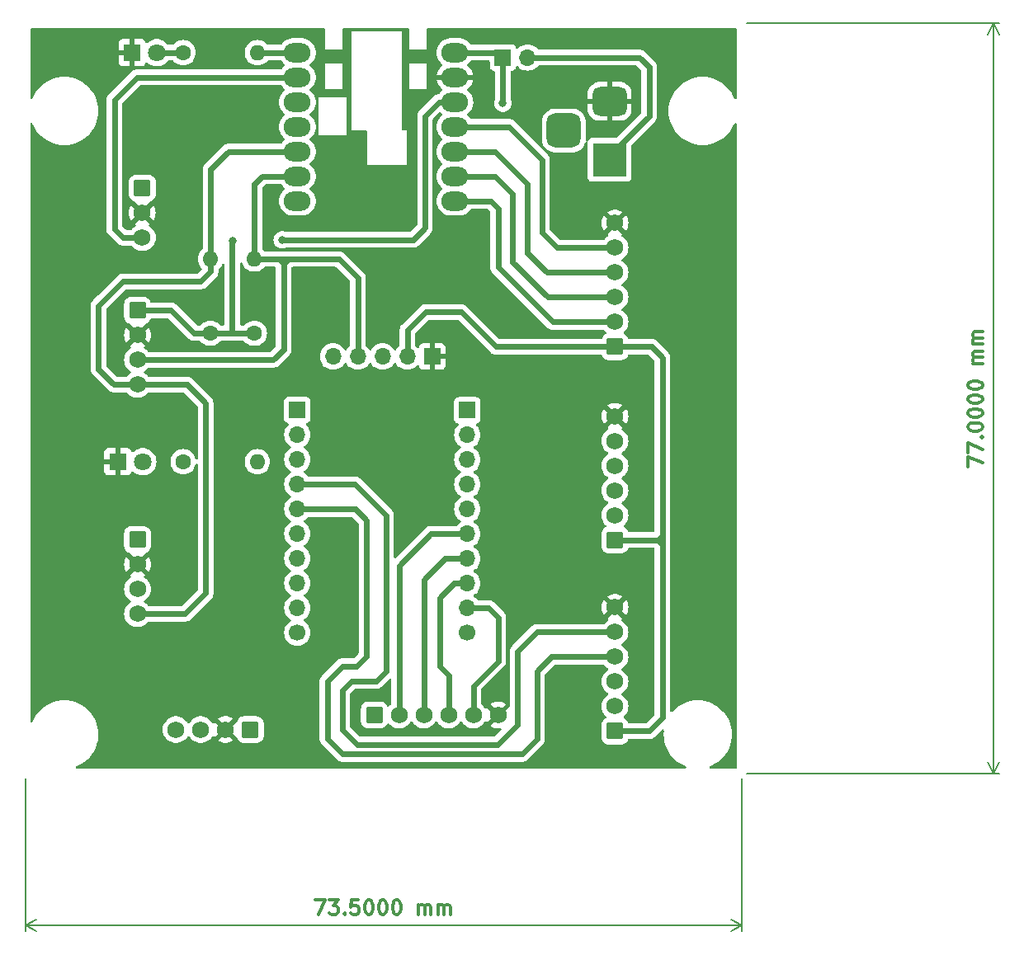
<source format=gbr>
%TF.GenerationSoftware,KiCad,Pcbnew,8.0.4-8.0.4-0~ubuntu22.04.1*%
%TF.CreationDate,2024-08-05T19:19:50+05:30*%
%TF.ProjectId,BSF-Control-V1.0,4253462d-436f-46e7-9472-6f6c2d56312e,rev?*%
%TF.SameCoordinates,Original*%
%TF.FileFunction,Copper,L1,Top*%
%TF.FilePolarity,Positive*%
%FSLAX46Y46*%
G04 Gerber Fmt 4.6, Leading zero omitted, Abs format (unit mm)*
G04 Created by KiCad (PCBNEW 8.0.4-8.0.4-0~ubuntu22.04.1) date 2024-08-05 19:19:50*
%MOMM*%
%LPD*%
G01*
G04 APERTURE LIST*
G04 Aperture macros list*
%AMRoundRect*
0 Rectangle with rounded corners*
0 $1 Rounding radius*
0 $2 $3 $4 $5 $6 $7 $8 $9 X,Y pos of 4 corners*
0 Add a 4 corners polygon primitive as box body*
4,1,4,$2,$3,$4,$5,$6,$7,$8,$9,$2,$3,0*
0 Add four circle primitives for the rounded corners*
1,1,$1+$1,$2,$3*
1,1,$1+$1,$4,$5*
1,1,$1+$1,$6,$7*
1,1,$1+$1,$8,$9*
0 Add four rect primitives between the rounded corners*
20,1,$1+$1,$2,$3,$4,$5,0*
20,1,$1+$1,$4,$5,$6,$7,0*
20,1,$1+$1,$6,$7,$8,$9,0*
20,1,$1+$1,$8,$9,$2,$3,0*%
G04 Aperture macros list end*
%ADD10C,0.300000*%
%TA.AperFunction,NonConductor*%
%ADD11C,0.300000*%
%TD*%
%TA.AperFunction,NonConductor*%
%ADD12C,0.200000*%
%TD*%
%TA.AperFunction,ComponentPad*%
%ADD13RoundRect,0.250000X-0.620000X0.620000X-0.620000X-0.620000X0.620000X-0.620000X0.620000X0.620000X0*%
%TD*%
%TA.AperFunction,ComponentPad*%
%ADD14C,1.740000*%
%TD*%
%TA.AperFunction,SMDPad,CuDef*%
%ADD15RoundRect,1.000000X-0.375000X-0.000010X0.375000X-0.000010X0.375000X0.000010X-0.375000X0.000010X0*%
%TD*%
%TA.AperFunction,ComponentPad*%
%ADD16R,1.700000X1.700000*%
%TD*%
%TA.AperFunction,ComponentPad*%
%ADD17O,1.700000X1.700000*%
%TD*%
%TA.AperFunction,ComponentPad*%
%ADD18C,1.700000*%
%TD*%
%TA.AperFunction,ComponentPad*%
%ADD19RoundRect,0.250000X0.620000X-0.620000X0.620000X0.620000X-0.620000X0.620000X-0.620000X-0.620000X0*%
%TD*%
%TA.AperFunction,ComponentPad*%
%ADD20R,1.800000X1.800000*%
%TD*%
%TA.AperFunction,ComponentPad*%
%ADD21C,1.800000*%
%TD*%
%TA.AperFunction,ComponentPad*%
%ADD22RoundRect,0.250000X0.620000X0.620000X-0.620000X0.620000X-0.620000X-0.620000X0.620000X-0.620000X0*%
%TD*%
%TA.AperFunction,ComponentPad*%
%ADD23C,1.600000*%
%TD*%
%TA.AperFunction,ComponentPad*%
%ADD24O,1.600000X1.600000*%
%TD*%
%TA.AperFunction,ComponentPad*%
%ADD25RoundRect,0.250000X-0.620000X-0.620000X0.620000X-0.620000X0.620000X0.620000X-0.620000X0.620000X0*%
%TD*%
%TA.AperFunction,ComponentPad*%
%ADD26R,3.500000X3.500000*%
%TD*%
%TA.AperFunction,ComponentPad*%
%ADD27RoundRect,0.750000X-1.000000X0.750000X-1.000000X-0.750000X1.000000X-0.750000X1.000000X0.750000X0*%
%TD*%
%TA.AperFunction,ComponentPad*%
%ADD28RoundRect,0.875000X-0.875000X0.875000X-0.875000X-0.875000X0.875000X-0.875000X0.875000X0.875000X0*%
%TD*%
%TA.AperFunction,ViaPad*%
%ADD29C,0.800000*%
%TD*%
%TA.AperFunction,Conductor*%
%ADD30C,0.600000*%
%TD*%
G04 APERTURE END LIST*
D10*
D11*
X210703328Y-65499998D02*
X210703328Y-64499998D01*
X210703328Y-64499998D02*
X212203328Y-65142855D01*
X210703328Y-64071427D02*
X210703328Y-63071427D01*
X210703328Y-63071427D02*
X212203328Y-63714284D01*
X212060471Y-62499999D02*
X212131900Y-62428570D01*
X212131900Y-62428570D02*
X212203328Y-62499999D01*
X212203328Y-62499999D02*
X212131900Y-62571427D01*
X212131900Y-62571427D02*
X212060471Y-62499999D01*
X212060471Y-62499999D02*
X212203328Y-62499999D01*
X210703328Y-61499998D02*
X210703328Y-61357141D01*
X210703328Y-61357141D02*
X210774757Y-61214284D01*
X210774757Y-61214284D02*
X210846185Y-61142856D01*
X210846185Y-61142856D02*
X210989042Y-61071427D01*
X210989042Y-61071427D02*
X211274757Y-60999998D01*
X211274757Y-60999998D02*
X211631900Y-60999998D01*
X211631900Y-60999998D02*
X211917614Y-61071427D01*
X211917614Y-61071427D02*
X212060471Y-61142856D01*
X212060471Y-61142856D02*
X212131900Y-61214284D01*
X212131900Y-61214284D02*
X212203328Y-61357141D01*
X212203328Y-61357141D02*
X212203328Y-61499998D01*
X212203328Y-61499998D02*
X212131900Y-61642856D01*
X212131900Y-61642856D02*
X212060471Y-61714284D01*
X212060471Y-61714284D02*
X211917614Y-61785713D01*
X211917614Y-61785713D02*
X211631900Y-61857141D01*
X211631900Y-61857141D02*
X211274757Y-61857141D01*
X211274757Y-61857141D02*
X210989042Y-61785713D01*
X210989042Y-61785713D02*
X210846185Y-61714284D01*
X210846185Y-61714284D02*
X210774757Y-61642856D01*
X210774757Y-61642856D02*
X210703328Y-61499998D01*
X210703328Y-60071427D02*
X210703328Y-59928570D01*
X210703328Y-59928570D02*
X210774757Y-59785713D01*
X210774757Y-59785713D02*
X210846185Y-59714285D01*
X210846185Y-59714285D02*
X210989042Y-59642856D01*
X210989042Y-59642856D02*
X211274757Y-59571427D01*
X211274757Y-59571427D02*
X211631900Y-59571427D01*
X211631900Y-59571427D02*
X211917614Y-59642856D01*
X211917614Y-59642856D02*
X212060471Y-59714285D01*
X212060471Y-59714285D02*
X212131900Y-59785713D01*
X212131900Y-59785713D02*
X212203328Y-59928570D01*
X212203328Y-59928570D02*
X212203328Y-60071427D01*
X212203328Y-60071427D02*
X212131900Y-60214285D01*
X212131900Y-60214285D02*
X212060471Y-60285713D01*
X212060471Y-60285713D02*
X211917614Y-60357142D01*
X211917614Y-60357142D02*
X211631900Y-60428570D01*
X211631900Y-60428570D02*
X211274757Y-60428570D01*
X211274757Y-60428570D02*
X210989042Y-60357142D01*
X210989042Y-60357142D02*
X210846185Y-60285713D01*
X210846185Y-60285713D02*
X210774757Y-60214285D01*
X210774757Y-60214285D02*
X210703328Y-60071427D01*
X210703328Y-58642856D02*
X210703328Y-58499999D01*
X210703328Y-58499999D02*
X210774757Y-58357142D01*
X210774757Y-58357142D02*
X210846185Y-58285714D01*
X210846185Y-58285714D02*
X210989042Y-58214285D01*
X210989042Y-58214285D02*
X211274757Y-58142856D01*
X211274757Y-58142856D02*
X211631900Y-58142856D01*
X211631900Y-58142856D02*
X211917614Y-58214285D01*
X211917614Y-58214285D02*
X212060471Y-58285714D01*
X212060471Y-58285714D02*
X212131900Y-58357142D01*
X212131900Y-58357142D02*
X212203328Y-58499999D01*
X212203328Y-58499999D02*
X212203328Y-58642856D01*
X212203328Y-58642856D02*
X212131900Y-58785714D01*
X212131900Y-58785714D02*
X212060471Y-58857142D01*
X212060471Y-58857142D02*
X211917614Y-58928571D01*
X211917614Y-58928571D02*
X211631900Y-58999999D01*
X211631900Y-58999999D02*
X211274757Y-58999999D01*
X211274757Y-58999999D02*
X210989042Y-58928571D01*
X210989042Y-58928571D02*
X210846185Y-58857142D01*
X210846185Y-58857142D02*
X210774757Y-58785714D01*
X210774757Y-58785714D02*
X210703328Y-58642856D01*
X210703328Y-57214285D02*
X210703328Y-57071428D01*
X210703328Y-57071428D02*
X210774757Y-56928571D01*
X210774757Y-56928571D02*
X210846185Y-56857143D01*
X210846185Y-56857143D02*
X210989042Y-56785714D01*
X210989042Y-56785714D02*
X211274757Y-56714285D01*
X211274757Y-56714285D02*
X211631900Y-56714285D01*
X211631900Y-56714285D02*
X211917614Y-56785714D01*
X211917614Y-56785714D02*
X212060471Y-56857143D01*
X212060471Y-56857143D02*
X212131900Y-56928571D01*
X212131900Y-56928571D02*
X212203328Y-57071428D01*
X212203328Y-57071428D02*
X212203328Y-57214285D01*
X212203328Y-57214285D02*
X212131900Y-57357143D01*
X212131900Y-57357143D02*
X212060471Y-57428571D01*
X212060471Y-57428571D02*
X211917614Y-57500000D01*
X211917614Y-57500000D02*
X211631900Y-57571428D01*
X211631900Y-57571428D02*
X211274757Y-57571428D01*
X211274757Y-57571428D02*
X210989042Y-57500000D01*
X210989042Y-57500000D02*
X210846185Y-57428571D01*
X210846185Y-57428571D02*
X210774757Y-57357143D01*
X210774757Y-57357143D02*
X210703328Y-57214285D01*
X212203328Y-54928572D02*
X211203328Y-54928572D01*
X211346185Y-54928572D02*
X211274757Y-54857143D01*
X211274757Y-54857143D02*
X211203328Y-54714286D01*
X211203328Y-54714286D02*
X211203328Y-54500000D01*
X211203328Y-54500000D02*
X211274757Y-54357143D01*
X211274757Y-54357143D02*
X211417614Y-54285715D01*
X211417614Y-54285715D02*
X212203328Y-54285715D01*
X211417614Y-54285715D02*
X211274757Y-54214286D01*
X211274757Y-54214286D02*
X211203328Y-54071429D01*
X211203328Y-54071429D02*
X211203328Y-53857143D01*
X211203328Y-53857143D02*
X211274757Y-53714286D01*
X211274757Y-53714286D02*
X211417614Y-53642857D01*
X211417614Y-53642857D02*
X212203328Y-53642857D01*
X212203328Y-52928572D02*
X211203328Y-52928572D01*
X211346185Y-52928572D02*
X211274757Y-52857143D01*
X211274757Y-52857143D02*
X211203328Y-52714286D01*
X211203328Y-52714286D02*
X211203328Y-52500000D01*
X211203328Y-52500000D02*
X211274757Y-52357143D01*
X211274757Y-52357143D02*
X211417614Y-52285715D01*
X211417614Y-52285715D02*
X212203328Y-52285715D01*
X211417614Y-52285715D02*
X211274757Y-52214286D01*
X211274757Y-52214286D02*
X211203328Y-52071429D01*
X211203328Y-52071429D02*
X211203328Y-51857143D01*
X211203328Y-51857143D02*
X211274757Y-51714286D01*
X211274757Y-51714286D02*
X211417614Y-51642857D01*
X211417614Y-51642857D02*
X212203328Y-51642857D01*
D12*
X188000000Y-20000000D02*
X213911420Y-20000000D01*
X188000000Y-97000000D02*
X213911420Y-97000000D01*
X213325000Y-20000000D02*
X213325000Y-97000000D01*
X213325000Y-20000000D02*
X213325000Y-97000000D01*
X213325000Y-20000000D02*
X213911421Y-21126504D01*
X213325000Y-20000000D02*
X212738579Y-21126504D01*
X213325000Y-97000000D02*
X212738579Y-95873496D01*
X213325000Y-97000000D02*
X213911421Y-95873496D01*
D10*
D11*
X143750001Y-110003328D02*
X144750001Y-110003328D01*
X144750001Y-110003328D02*
X144107144Y-111503328D01*
X145178572Y-110003328D02*
X146107144Y-110003328D01*
X146107144Y-110003328D02*
X145607144Y-110574757D01*
X145607144Y-110574757D02*
X145821429Y-110574757D01*
X145821429Y-110574757D02*
X145964287Y-110646185D01*
X145964287Y-110646185D02*
X146035715Y-110717614D01*
X146035715Y-110717614D02*
X146107144Y-110860471D01*
X146107144Y-110860471D02*
X146107144Y-111217614D01*
X146107144Y-111217614D02*
X146035715Y-111360471D01*
X146035715Y-111360471D02*
X145964287Y-111431900D01*
X145964287Y-111431900D02*
X145821429Y-111503328D01*
X145821429Y-111503328D02*
X145392858Y-111503328D01*
X145392858Y-111503328D02*
X145250001Y-111431900D01*
X145250001Y-111431900D02*
X145178572Y-111360471D01*
X146750000Y-111360471D02*
X146821429Y-111431900D01*
X146821429Y-111431900D02*
X146750000Y-111503328D01*
X146750000Y-111503328D02*
X146678572Y-111431900D01*
X146678572Y-111431900D02*
X146750000Y-111360471D01*
X146750000Y-111360471D02*
X146750000Y-111503328D01*
X148178572Y-110003328D02*
X147464286Y-110003328D01*
X147464286Y-110003328D02*
X147392858Y-110717614D01*
X147392858Y-110717614D02*
X147464286Y-110646185D01*
X147464286Y-110646185D02*
X147607144Y-110574757D01*
X147607144Y-110574757D02*
X147964286Y-110574757D01*
X147964286Y-110574757D02*
X148107144Y-110646185D01*
X148107144Y-110646185D02*
X148178572Y-110717614D01*
X148178572Y-110717614D02*
X148250001Y-110860471D01*
X148250001Y-110860471D02*
X148250001Y-111217614D01*
X148250001Y-111217614D02*
X148178572Y-111360471D01*
X148178572Y-111360471D02*
X148107144Y-111431900D01*
X148107144Y-111431900D02*
X147964286Y-111503328D01*
X147964286Y-111503328D02*
X147607144Y-111503328D01*
X147607144Y-111503328D02*
X147464286Y-111431900D01*
X147464286Y-111431900D02*
X147392858Y-111360471D01*
X149178572Y-110003328D02*
X149321429Y-110003328D01*
X149321429Y-110003328D02*
X149464286Y-110074757D01*
X149464286Y-110074757D02*
X149535715Y-110146185D01*
X149535715Y-110146185D02*
X149607143Y-110289042D01*
X149607143Y-110289042D02*
X149678572Y-110574757D01*
X149678572Y-110574757D02*
X149678572Y-110931900D01*
X149678572Y-110931900D02*
X149607143Y-111217614D01*
X149607143Y-111217614D02*
X149535715Y-111360471D01*
X149535715Y-111360471D02*
X149464286Y-111431900D01*
X149464286Y-111431900D02*
X149321429Y-111503328D01*
X149321429Y-111503328D02*
X149178572Y-111503328D01*
X149178572Y-111503328D02*
X149035715Y-111431900D01*
X149035715Y-111431900D02*
X148964286Y-111360471D01*
X148964286Y-111360471D02*
X148892857Y-111217614D01*
X148892857Y-111217614D02*
X148821429Y-110931900D01*
X148821429Y-110931900D02*
X148821429Y-110574757D01*
X148821429Y-110574757D02*
X148892857Y-110289042D01*
X148892857Y-110289042D02*
X148964286Y-110146185D01*
X148964286Y-110146185D02*
X149035715Y-110074757D01*
X149035715Y-110074757D02*
X149178572Y-110003328D01*
X150607143Y-110003328D02*
X150750000Y-110003328D01*
X150750000Y-110003328D02*
X150892857Y-110074757D01*
X150892857Y-110074757D02*
X150964286Y-110146185D01*
X150964286Y-110146185D02*
X151035714Y-110289042D01*
X151035714Y-110289042D02*
X151107143Y-110574757D01*
X151107143Y-110574757D02*
X151107143Y-110931900D01*
X151107143Y-110931900D02*
X151035714Y-111217614D01*
X151035714Y-111217614D02*
X150964286Y-111360471D01*
X150964286Y-111360471D02*
X150892857Y-111431900D01*
X150892857Y-111431900D02*
X150750000Y-111503328D01*
X150750000Y-111503328D02*
X150607143Y-111503328D01*
X150607143Y-111503328D02*
X150464286Y-111431900D01*
X150464286Y-111431900D02*
X150392857Y-111360471D01*
X150392857Y-111360471D02*
X150321428Y-111217614D01*
X150321428Y-111217614D02*
X150250000Y-110931900D01*
X150250000Y-110931900D02*
X150250000Y-110574757D01*
X150250000Y-110574757D02*
X150321428Y-110289042D01*
X150321428Y-110289042D02*
X150392857Y-110146185D01*
X150392857Y-110146185D02*
X150464286Y-110074757D01*
X150464286Y-110074757D02*
X150607143Y-110003328D01*
X152035714Y-110003328D02*
X152178571Y-110003328D01*
X152178571Y-110003328D02*
X152321428Y-110074757D01*
X152321428Y-110074757D02*
X152392857Y-110146185D01*
X152392857Y-110146185D02*
X152464285Y-110289042D01*
X152464285Y-110289042D02*
X152535714Y-110574757D01*
X152535714Y-110574757D02*
X152535714Y-110931900D01*
X152535714Y-110931900D02*
X152464285Y-111217614D01*
X152464285Y-111217614D02*
X152392857Y-111360471D01*
X152392857Y-111360471D02*
X152321428Y-111431900D01*
X152321428Y-111431900D02*
X152178571Y-111503328D01*
X152178571Y-111503328D02*
X152035714Y-111503328D01*
X152035714Y-111503328D02*
X151892857Y-111431900D01*
X151892857Y-111431900D02*
X151821428Y-111360471D01*
X151821428Y-111360471D02*
X151749999Y-111217614D01*
X151749999Y-111217614D02*
X151678571Y-110931900D01*
X151678571Y-110931900D02*
X151678571Y-110574757D01*
X151678571Y-110574757D02*
X151749999Y-110289042D01*
X151749999Y-110289042D02*
X151821428Y-110146185D01*
X151821428Y-110146185D02*
X151892857Y-110074757D01*
X151892857Y-110074757D02*
X152035714Y-110003328D01*
X154321427Y-111503328D02*
X154321427Y-110503328D01*
X154321427Y-110646185D02*
X154392856Y-110574757D01*
X154392856Y-110574757D02*
X154535713Y-110503328D01*
X154535713Y-110503328D02*
X154749999Y-110503328D01*
X154749999Y-110503328D02*
X154892856Y-110574757D01*
X154892856Y-110574757D02*
X154964285Y-110717614D01*
X154964285Y-110717614D02*
X154964285Y-111503328D01*
X154964285Y-110717614D02*
X155035713Y-110574757D01*
X155035713Y-110574757D02*
X155178570Y-110503328D01*
X155178570Y-110503328D02*
X155392856Y-110503328D01*
X155392856Y-110503328D02*
X155535713Y-110574757D01*
X155535713Y-110574757D02*
X155607142Y-110717614D01*
X155607142Y-110717614D02*
X155607142Y-111503328D01*
X156321427Y-111503328D02*
X156321427Y-110503328D01*
X156321427Y-110646185D02*
X156392856Y-110574757D01*
X156392856Y-110574757D02*
X156535713Y-110503328D01*
X156535713Y-110503328D02*
X156749999Y-110503328D01*
X156749999Y-110503328D02*
X156892856Y-110574757D01*
X156892856Y-110574757D02*
X156964285Y-110717614D01*
X156964285Y-110717614D02*
X156964285Y-111503328D01*
X156964285Y-110717614D02*
X157035713Y-110574757D01*
X157035713Y-110574757D02*
X157178570Y-110503328D01*
X157178570Y-110503328D02*
X157392856Y-110503328D01*
X157392856Y-110503328D02*
X157535713Y-110574757D01*
X157535713Y-110574757D02*
X157607142Y-110717614D01*
X157607142Y-110717614D02*
X157607142Y-111503328D01*
D12*
X187500000Y-97500000D02*
X187500000Y-113211420D01*
X114000000Y-97500000D02*
X114000000Y-113211420D01*
X187500000Y-112625000D02*
X114000000Y-112625000D01*
X187500000Y-112625000D02*
X114000000Y-112625000D01*
X187500000Y-112625000D02*
X186373496Y-113211421D01*
X187500000Y-112625000D02*
X186373496Y-112038579D01*
X114000000Y-112625000D02*
X115126504Y-112038579D01*
X114000000Y-112625000D02*
X115126504Y-113211421D01*
D13*
%TO.P,J2,1,Pin_1*%
%TO.N,+3V3*%
X125500000Y-73000000D03*
D14*
%TO.P,J2,2,Pin_2*%
%TO.N,GNDREF*%
X125500000Y-75540000D03*
%TO.P,J2,3,Pin_3*%
%TO.N,I2C_SCL*%
X125500000Y-78080000D03*
%TO.P,J2,4,Pin_4*%
%TO.N,I2C_SDA*%
X125500000Y-80620000D03*
%TD*%
D15*
%TO.P,U1,1,PA02_A0_D0*%
%TO.N,DEBUG_LED*%
X141917500Y-22999250D03*
%TO.P,U1,2,PA4_A1_D1*%
%TO.N,HUMIDIFIER_RELAY*%
X141917500Y-25539250D03*
%TO.P,U1,3,PA10_A2_D2*%
%TO.N,unconnected-(U1-PA10_A2_D2-Pad3)*%
X141917500Y-28079250D03*
%TO.P,U1,4,PA11_A3_D3*%
%TO.N,unconnected-(U1-PA11_A3_D3-Pad4)*%
X141917500Y-30619250D03*
%TO.P,U1,5,PA8_A4_D4_SDA*%
%TO.N,I2C_SDA*%
X141917500Y-33159250D03*
%TO.P,U1,6,PA9_A5_D5_SCL*%
%TO.N,I2C_SCL*%
X141917500Y-35699250D03*
%TO.P,U1,7,PB08_A6_TX*%
%TO.N,unconnected-(U1-PB08_A6_TX-Pad7)*%
X141917500Y-38239250D03*
%TO.P,U1,8,PB09_D7_RX*%
%TO.N,RELAY_1_IN4*%
X158082500Y-38239250D03*
%TO.P,U1,9,PA7_A8_D8_SCK*%
%TO.N,RELAY_1_IN3*%
X158082500Y-35699250D03*
%TO.P,U1,10,PA5_A9_D9_MISO*%
%TO.N,RELAY_1_IN2*%
X158082500Y-33159250D03*
%TO.P,U1,11,PA6_A10_D10_MOSI*%
%TO.N,RELAY_1_IN1*%
X158082500Y-30619250D03*
%TO.P,U1,12,3V3*%
%TO.N,+3V3*%
X158082500Y-28079250D03*
%TO.P,U1,13,GND*%
%TO.N,GNDREF*%
X158082500Y-25539250D03*
%TO.P,U1,14,5V*%
%TO.N,+5V*%
X158082500Y-22999250D03*
%TD*%
D16*
%TO.P,U2,1,GND*%
%TO.N,unconnected-(U2-GND-Pad1)*%
X141907500Y-59700000D03*
D17*
%TO.P,U2,2,VDD*%
%TO.N,unconnected-(U2-VDD-Pad2)*%
X141907500Y-62240000D03*
%TO.P,U2,3,P00*%
%TO.N,PCF_DEBUG_LED*%
X141907500Y-64780000D03*
%TO.P,U2,4,P01*%
%TO.N,RELAY_2_IN1*%
X141907500Y-67320000D03*
%TO.P,U2,5,P02*%
%TO.N,RELAY_2_IN2*%
X141907500Y-69860000D03*
%TO.P,U2,6,P03*%
%TO.N,RELAY_2_IN3*%
X141907500Y-72400000D03*
%TO.P,U2,7,P04*%
%TO.N,RELAY_2_IN4*%
X141907500Y-74940000D03*
%TO.P,U2,8,P05*%
%TO.N,RELAY_3_IN1*%
X141907500Y-77480000D03*
%TO.P,U2,9,P06*%
%TO.N,RELAY_3_IN2*%
X141907500Y-80020000D03*
D18*
%TO.P,U2,10,P07*%
%TO.N,RELAY_3_IN3*%
X141907500Y-82560000D03*
%TO.P,U2,11,P10*%
%TO.N,RELAY_3_IN4*%
X159347500Y-82580000D03*
D17*
%TO.P,U2,12,P11*%
%TO.N,RELAY_4_IN1*%
X159347500Y-80040000D03*
%TO.P,U2,13,P12*%
%TO.N,RELAY_4_IN2*%
X159347500Y-77500000D03*
%TO.P,U2,14,P13*%
%TO.N,RELAY_4_IN3*%
X159347500Y-74960000D03*
%TO.P,U2,15,P14*%
%TO.N,RELAY_4_IN4*%
X159347500Y-72420000D03*
%TO.P,U2,16,P15*%
%TO.N,unconnected-(U2-P15-Pad16)*%
X159347500Y-69880000D03*
%TO.P,U2,17,P16*%
%TO.N,unconnected-(U2-P16-Pad17)*%
X159347500Y-67340000D03*
%TO.P,U2,18,P17*%
%TO.N,unconnected-(U2-P17-Pad18)*%
X159347500Y-64800000D03*
%TO.P,U2,19,VDD*%
%TO.N,unconnected-(U2-VDD-Pad19)*%
X159347500Y-62260000D03*
D16*
%TO.P,U2,20,GND*%
%TO.N,unconnected-(U2-GND-Pad20)*%
X159347500Y-59720000D03*
%TO.P,U2,21,GND*%
%TO.N,GNDREF*%
X155737500Y-54200000D03*
D17*
%TO.P,U2,22,VCC*%
%TO.N,+5V*%
X153197500Y-54200000D03*
%TO.P,U2,23,SDA*%
%TO.N,I2C_SDA*%
X150657500Y-54200000D03*
%TO.P,U2,24,SCL*%
%TO.N,I2C_SCL*%
X148117500Y-54200000D03*
%TO.P,U2,25,INT*%
%TO.N,unconnected-(U2-INT-Pad25)*%
X145577500Y-54200000D03*
%TD*%
D19*
%TO.P,J5,1,Pin_1*%
%TO.N,+5V*%
X174500000Y-92660000D03*
D14*
%TO.P,J5,2,Pin_2*%
%TO.N,RELAY_2_IN4*%
X174500000Y-90120000D03*
%TO.P,J5,3,Pin_3*%
%TO.N,RELAY_2_IN3*%
X174500000Y-87580000D03*
%TO.P,J5,4,Pin_4*%
%TO.N,RELAY_2_IN2*%
X174500000Y-85040000D03*
%TO.P,J5,5,Pin_5*%
%TO.N,RELAY_2_IN1*%
X174500000Y-82500000D03*
%TO.P,J5,6,Pin_6*%
%TO.N,GNDREF*%
X174500000Y-79960000D03*
%TD*%
D20*
%TO.P,D2,1,K*%
%TO.N,GNDREF*%
X123500000Y-65000000D03*
D21*
%TO.P,D2,2,A*%
%TO.N,Net-(D2-A)*%
X126040000Y-65000000D03*
%TD*%
D19*
%TO.P,J4,1,Pin_1*%
%TO.N,+5V*%
X174500000Y-53200000D03*
D14*
%TO.P,J4,2,Pin_2*%
%TO.N,RELAY_1_IN4*%
X174500000Y-50660000D03*
%TO.P,J4,3,Pin_3*%
%TO.N,RELAY_1_IN3*%
X174500000Y-48120000D03*
%TO.P,J4,4,Pin_4*%
%TO.N,RELAY_1_IN2*%
X174500000Y-45580000D03*
%TO.P,J4,5,Pin_5*%
%TO.N,RELAY_1_IN1*%
X174500000Y-43040000D03*
%TO.P,J4,6,Pin_6*%
%TO.N,GNDREF*%
X174500000Y-40500000D03*
%TD*%
D22*
%TO.P,J1,1,Pin_1*%
%TO.N,+3V3*%
X137080000Y-92500000D03*
D14*
%TO.P,J1,2,Pin_2*%
%TO.N,GNDREF*%
X134540000Y-92500000D03*
%TO.P,J1,3,Pin_3*%
%TO.N,I2C_SCL*%
X132000000Y-92500000D03*
%TO.P,J1,4,Pin_4*%
%TO.N,I2C_SDA*%
X129460000Y-92500000D03*
%TD*%
D16*
%TO.P,J10,1,Pin_1*%
%TO.N,+5V*%
X163000000Y-23500000D03*
D17*
%TO.P,J10,2,Pin_2*%
%TO.N,Net-(J10-Pin_2)*%
X165540000Y-23500000D03*
%TD*%
D13*
%TO.P,J3,1,Pin_1*%
%TO.N,+3V3*%
X125500000Y-49460000D03*
D14*
%TO.P,J3,2,Pin_2*%
%TO.N,GNDREF*%
X125500000Y-52000000D03*
%TO.P,J3,3,Pin_3*%
%TO.N,I2C_SCL*%
X125500000Y-54540000D03*
%TO.P,J3,4,Pin_4*%
%TO.N,I2C_SDA*%
X125500000Y-57080000D03*
%TD*%
D23*
%TO.P,R1,1*%
%TO.N,+3V3*%
X133000000Y-51810000D03*
D24*
%TO.P,R1,2*%
%TO.N,I2C_SDA*%
X133000000Y-44190000D03*
%TD*%
D19*
%TO.P,J6,1,Pin_1*%
%TO.N,+5V*%
X174500000Y-73040000D03*
D14*
%TO.P,J6,2,Pin_2*%
%TO.N,RELAY_3_IN4*%
X174500000Y-70500000D03*
%TO.P,J6,3,Pin_3*%
%TO.N,RELAY_3_IN3*%
X174500000Y-67960000D03*
%TO.P,J6,4,Pin_4*%
%TO.N,RELAY_3_IN2*%
X174500000Y-65420000D03*
%TO.P,J6,5,Pin_5*%
%TO.N,RELAY_3_IN1*%
X174500000Y-62880000D03*
%TO.P,J6,6,Pin_6*%
%TO.N,GNDREF*%
X174500000Y-60340000D03*
%TD*%
D23*
%TO.P,R4,1*%
%TO.N,Net-(D2-A)*%
X130190000Y-65000000D03*
D24*
%TO.P,R4,2*%
%TO.N,PCF_DEBUG_LED*%
X137810000Y-65000000D03*
%TD*%
D13*
%TO.P,J9,1,Pin_1*%
%TO.N,+5V*%
X126000000Y-36920000D03*
D14*
%TO.P,J9,2,Pin_2*%
%TO.N,GNDREF*%
X126000000Y-39460000D03*
%TO.P,J9,3,Pin_3*%
%TO.N,HUMIDIFIER_RELAY*%
X126000000Y-42000000D03*
%TD*%
D23*
%TO.P,R2,1*%
%TO.N,+3V3*%
X137500000Y-51810000D03*
D24*
%TO.P,R2,2*%
%TO.N,I2C_SCL*%
X137500000Y-44190000D03*
%TD*%
D20*
%TO.P,D1,1,K*%
%TO.N,GNDREF*%
X124960000Y-23000000D03*
D21*
%TO.P,D1,2,A*%
%TO.N,Net-(D1-A)*%
X127500000Y-23000000D03*
%TD*%
D23*
%TO.P,R3,1*%
%TO.N,Net-(D1-A)*%
X130190000Y-23000000D03*
D24*
%TO.P,R3,2*%
%TO.N,DEBUG_LED*%
X137810000Y-23000000D03*
%TD*%
D25*
%TO.P,J7,1,Pin_1*%
%TO.N,+5V*%
X149800000Y-91000000D03*
D14*
%TO.P,J7,2,Pin_2*%
%TO.N,RELAY_4_IN4*%
X152340000Y-91000000D03*
%TO.P,J7,3,Pin_3*%
%TO.N,RELAY_4_IN3*%
X154880000Y-91000000D03*
%TO.P,J7,4,Pin_4*%
%TO.N,RELAY_4_IN2*%
X157420000Y-91000000D03*
%TO.P,J7,5,Pin_5*%
%TO.N,RELAY_4_IN1*%
X159960000Y-91000000D03*
%TO.P,J7,6,Pin_6*%
%TO.N,GNDREF*%
X162500000Y-91000000D03*
%TD*%
D26*
%TO.P,J8,1*%
%TO.N,Net-(J10-Pin_2)*%
X173957500Y-34000000D03*
D27*
%TO.P,J8,2*%
%TO.N,GNDREF*%
X173957500Y-28000000D03*
D28*
%TO.P,J8,3*%
%TO.N,N/C*%
X169257500Y-31000000D03*
%TD*%
D29*
%TO.N,+3V3*%
X135275000Y-42300000D03*
X140350000Y-42225000D03*
%TO.N,+5V*%
X163000000Y-28200000D03*
%TD*%
D30*
%TO.N,RELAY_4_IN2*%
X156500000Y-79000000D02*
X156500000Y-86000000D01*
X157420000Y-86920000D02*
X156500000Y-86000000D01*
X157420000Y-91000000D02*
X157420000Y-86920000D01*
X159347500Y-77500000D02*
X158000000Y-77500000D01*
X158000000Y-77500000D02*
X156500000Y-79000000D01*
%TO.N,I2C_SCL*%
X148117500Y-54200000D02*
X148117500Y-46117500D01*
X148117500Y-46117500D02*
X146190000Y-44190000D01*
X146190000Y-44190000D02*
X141000000Y-44190000D01*
%TO.N,Net-(D1-A)*%
X130190000Y-23000000D02*
X127500000Y-23000000D01*
%TO.N,I2C_SCL*%
X139190000Y-44190000D02*
X137500000Y-44190000D01*
X140000000Y-44190000D02*
X139190000Y-44190000D01*
X140500000Y-53500000D02*
X140500000Y-45500000D01*
X137500000Y-44190000D02*
X137500000Y-36500000D01*
X140500000Y-44690000D02*
X140000000Y-44190000D01*
X125500000Y-54540000D02*
X139460000Y-54540000D01*
X139460000Y-54540000D02*
X140500000Y-53500000D01*
X141917500Y-35699250D02*
X138300750Y-35699250D01*
X138300750Y-35699250D02*
X137500000Y-36500000D01*
X140500000Y-45500000D02*
X140500000Y-44690000D01*
X141000000Y-44190000D02*
X140000000Y-44190000D01*
X140500000Y-44690000D02*
X141000000Y-44190000D01*
%TO.N,I2C_SDA*%
X121500000Y-55500000D02*
X123080000Y-57080000D01*
X132000000Y-46500000D02*
X124000000Y-46500000D01*
X124000000Y-46500000D02*
X121500000Y-49000000D01*
X130580000Y-57080000D02*
X125500000Y-57080000D01*
X133000000Y-35000000D02*
X133000000Y-44190000D01*
X133000000Y-45500000D02*
X132000000Y-46500000D01*
X123080000Y-57080000D02*
X125500000Y-57080000D01*
X130380000Y-80620000D02*
X132500000Y-78500000D01*
X133000000Y-44190000D02*
X133000000Y-45500000D01*
X121500000Y-49000000D02*
X121500000Y-55500000D01*
X125500000Y-80620000D02*
X130380000Y-80620000D01*
X141917500Y-33159250D02*
X134840750Y-33159250D01*
X132500000Y-78500000D02*
X132500000Y-59000000D01*
X134840750Y-33159250D02*
X133000000Y-35000000D01*
X132500000Y-59000000D02*
X130580000Y-57080000D01*
%TO.N,+3V3*%
X135325000Y-51810000D02*
X137500000Y-51810000D01*
X133000000Y-51810000D02*
X135325000Y-51810000D01*
X156420750Y-28079250D02*
X158082500Y-28079250D01*
X135275000Y-42300000D02*
X135225000Y-42350000D01*
X131310000Y-51810000D02*
X133000000Y-51810000D01*
X125500000Y-49460000D02*
X128960000Y-49460000D01*
X153800000Y-42200000D02*
X155000000Y-41000000D01*
X135225000Y-42350000D02*
X135225000Y-51710000D01*
X155000000Y-41000000D02*
X155000000Y-29500000D01*
X128960000Y-49460000D02*
X131310000Y-51810000D01*
X140375000Y-42200000D02*
X153800000Y-42200000D01*
X155000000Y-29500000D02*
X156420750Y-28079250D01*
X140350000Y-42225000D02*
X140375000Y-42200000D01*
X135225000Y-51710000D02*
X135325000Y-51810000D01*
%TO.N,RELAY_1_IN4*%
X168160000Y-50660000D02*
X174500000Y-50660000D01*
X158082500Y-38239250D02*
X161739250Y-38239250D01*
X162500000Y-45000000D02*
X168160000Y-50660000D01*
X161739250Y-38239250D02*
X162500000Y-39000000D01*
X162500000Y-39000000D02*
X162500000Y-45000000D01*
%TO.N,RELAY_1_IN2*%
X167500000Y-45580000D02*
X174500000Y-45580000D01*
X165500000Y-43580000D02*
X167500000Y-45580000D01*
X158082500Y-33159250D02*
X162159250Y-33159250D01*
X162159250Y-33159250D02*
X165500000Y-36500000D01*
X165500000Y-36500000D02*
X165500000Y-43580000D01*
%TO.N,RELAY_1_IN1*%
X163619250Y-30619250D02*
X167000000Y-34000000D01*
X158082500Y-30619250D02*
X163619250Y-30619250D01*
X168540000Y-43040000D02*
X174500000Y-43040000D01*
X167000000Y-34000000D02*
X167000000Y-41500000D01*
X167000000Y-41500000D02*
X168540000Y-43040000D01*
%TO.N,RELAY_1_IN3*%
X158082500Y-35699250D02*
X162199250Y-35699250D01*
X164000000Y-44500000D02*
X167620000Y-48120000D01*
X167620000Y-48120000D02*
X174500000Y-48120000D01*
X164000000Y-37500000D02*
X164000000Y-44500000D01*
X162199250Y-35699250D02*
X164000000Y-37500000D01*
%TO.N,+5V*%
X158700000Y-49625000D02*
X155075000Y-49625000D01*
X162275000Y-53200000D02*
X158700000Y-49625000D01*
X177400000Y-73040000D02*
X178625000Y-73040000D01*
X179375000Y-91300000D02*
X179375000Y-73575000D01*
X174500000Y-53200000D02*
X162275000Y-53200000D01*
X178625000Y-73040000D02*
X178885000Y-73040000D01*
X162499250Y-22999250D02*
X163000000Y-23500000D01*
X178250000Y-53200000D02*
X174500000Y-53200000D01*
X174500000Y-92660000D02*
X178015000Y-92660000D01*
X178885000Y-73040000D02*
X179375000Y-72550000D01*
X174500000Y-73040000D02*
X177400000Y-73040000D01*
X178885000Y-73085000D02*
X179375000Y-73575000D01*
X179375000Y-54325000D02*
X178250000Y-53200000D01*
X179375000Y-72900000D02*
X179375000Y-72550000D01*
X178885000Y-73040000D02*
X178885000Y-73085000D01*
X163000000Y-23500000D02*
X163000000Y-28200000D01*
X179375000Y-73575000D02*
X179375000Y-72900000D01*
X158082500Y-22999250D02*
X162499250Y-22999250D01*
X178015000Y-92660000D02*
X179375000Y-91300000D01*
X179235000Y-73040000D02*
X179375000Y-72900000D01*
X179375000Y-72550000D02*
X179375000Y-54325000D01*
X178625000Y-73040000D02*
X179235000Y-73040000D01*
X177400000Y-73040000D02*
X177960000Y-73040000D01*
X153197500Y-51502500D02*
X153197500Y-54200000D01*
X155075000Y-49625000D02*
X153197500Y-51502500D01*
%TO.N,RELAY_2_IN1*%
X162470000Y-94030000D02*
X148030000Y-94030000D01*
X147820000Y-67320000D02*
X141907500Y-67320000D01*
X166500000Y-82500000D02*
X164500000Y-84500000D01*
X147500000Y-87500000D02*
X150000000Y-87500000D01*
X174500000Y-82500000D02*
X166500000Y-82500000D01*
X150000000Y-87500000D02*
X151000000Y-86500000D01*
X148030000Y-94030000D02*
X146500000Y-92500000D01*
X146500000Y-88500000D02*
X147500000Y-87500000D01*
X151000000Y-70500000D02*
X147820000Y-67320000D01*
X146500000Y-92500000D02*
X146500000Y-88500000D01*
X164500000Y-84500000D02*
X164500000Y-92000000D01*
X151000000Y-86500000D02*
X151000000Y-70500000D01*
X164500000Y-92000000D02*
X162470000Y-94030000D01*
%TO.N,RELAY_2_IN2*%
X147860000Y-69860000D02*
X149000000Y-71000000D01*
X145000000Y-87500000D02*
X145000000Y-93500000D01*
X145000000Y-93500000D02*
X146500000Y-95000000D01*
X149000000Y-85000000D02*
X148000000Y-86000000D01*
X146500000Y-95000000D02*
X165000000Y-95000000D01*
X166500000Y-86500000D02*
X167960000Y-85040000D01*
X141907500Y-69860000D02*
X147860000Y-69860000D01*
X149000000Y-71000000D02*
X149000000Y-85000000D01*
X146500000Y-86000000D02*
X145000000Y-87500000D01*
X148000000Y-86000000D02*
X146500000Y-86000000D01*
X165000000Y-95000000D02*
X166500000Y-93500000D01*
X167960000Y-85040000D02*
X174500000Y-85040000D01*
X166500000Y-93500000D02*
X166500000Y-86500000D01*
%TO.N,RELAY_4_IN1*%
X162500000Y-85500000D02*
X159960000Y-88040000D01*
X159347500Y-80040000D02*
X161540000Y-80040000D01*
X162500000Y-81000000D02*
X162500000Y-85500000D01*
X159960000Y-88040000D02*
X159960000Y-91000000D01*
X161540000Y-80040000D02*
X162500000Y-81000000D01*
%TO.N,RELAY_4_IN3*%
X157040000Y-74960000D02*
X154880000Y-77120000D01*
X159347500Y-74960000D02*
X157040000Y-74960000D01*
X154880000Y-77120000D02*
X154880000Y-91000000D01*
%TO.N,RELAY_4_IN4*%
X155580000Y-72420000D02*
X152340000Y-75660000D01*
X152340000Y-75660000D02*
X152340000Y-91000000D01*
X159347500Y-72420000D02*
X155580000Y-72420000D01*
%TO.N,HUMIDIFIER_RELAY*%
X126000000Y-42000000D02*
X124000000Y-42000000D01*
X123125000Y-27875000D02*
X125460750Y-25539250D01*
X123125000Y-41125000D02*
X123125000Y-27875000D01*
X124000000Y-42000000D02*
X123125000Y-41125000D01*
X125460750Y-25539250D02*
X141917500Y-25539250D01*
%TO.N,DEBUG_LED*%
X141917500Y-22999250D02*
X137810750Y-22999250D01*
X137810750Y-22999250D02*
X137810000Y-23000000D01*
%TO.N,Net-(J10-Pin_2)*%
X178000000Y-29500000D02*
X178000000Y-24500000D01*
X178000000Y-29500000D02*
X173957500Y-33542500D01*
X173957500Y-33542500D02*
X173957500Y-34000000D01*
X177000000Y-23500000D02*
X178000000Y-24500000D01*
X165540000Y-23500000D02*
X177000000Y-23500000D01*
%TD*%
%TA.AperFunction,Conductor*%
%TO.N,GNDREF*%
G36*
X144708539Y-20520185D02*
G01*
X144754294Y-20572989D01*
X144765500Y-20624500D01*
X144765500Y-22704250D01*
X146543500Y-22704250D01*
X146543500Y-20624500D01*
X146563185Y-20557461D01*
X146615989Y-20511706D01*
X146667500Y-20500500D01*
X153277500Y-20500500D01*
X153344539Y-20520185D01*
X153390294Y-20572989D01*
X153401500Y-20624500D01*
X153401500Y-22704250D01*
X155179500Y-22704250D01*
X155179500Y-20624500D01*
X155199185Y-20557461D01*
X155251989Y-20511706D01*
X155303500Y-20500500D01*
X186875500Y-20500500D01*
X186942539Y-20520185D01*
X186988294Y-20572989D01*
X186999500Y-20624500D01*
X186999500Y-27679570D01*
X186979815Y-27746609D01*
X186927011Y-27792364D01*
X186857853Y-27802308D01*
X186794297Y-27773283D01*
X186759736Y-27724008D01*
X186702255Y-27574264D01*
X186535682Y-27247348D01*
X186507757Y-27204347D01*
X186335852Y-26939635D01*
X186154860Y-26716129D01*
X186104949Y-26654494D01*
X185845506Y-26395051D01*
X185711530Y-26286559D01*
X185560364Y-26164147D01*
X185252656Y-25964320D01*
X184925739Y-25797746D01*
X184583206Y-25666260D01*
X184583199Y-25666258D01*
X184228794Y-25571295D01*
X184228790Y-25571294D01*
X184228789Y-25571294D01*
X183866405Y-25513898D01*
X183500001Y-25494696D01*
X183499999Y-25494696D01*
X183133594Y-25513898D01*
X182771211Y-25571294D01*
X182771209Y-25571294D01*
X182416793Y-25666260D01*
X182074260Y-25797746D01*
X181747343Y-25964320D01*
X181439635Y-26164147D01*
X181154498Y-26395047D01*
X181154490Y-26395054D01*
X180895054Y-26654490D01*
X180895047Y-26654498D01*
X180664147Y-26939635D01*
X180464320Y-27247343D01*
X180297746Y-27574260D01*
X180166260Y-27916793D01*
X180071294Y-28271209D01*
X180071294Y-28271211D01*
X180013898Y-28633594D01*
X179994696Y-28999999D01*
X179994696Y-29000000D01*
X180013898Y-29366405D01*
X180016926Y-29385524D01*
X180071295Y-29728794D01*
X180143284Y-29997461D01*
X180166260Y-30083206D01*
X180297746Y-30425739D01*
X180464320Y-30752656D01*
X180664147Y-31060364D01*
X180842429Y-31280523D01*
X180895051Y-31345506D01*
X181154494Y-31604949D01*
X181154498Y-31604952D01*
X181439635Y-31835852D01*
X181725115Y-32021244D01*
X181747348Y-32035682D01*
X182074264Y-32202255D01*
X182416801Y-32333742D01*
X182771206Y-32428705D01*
X183133596Y-32486102D01*
X183479734Y-32504241D01*
X183499999Y-32505304D01*
X183500000Y-32505304D01*
X183500001Y-32505304D01*
X183519203Y-32504297D01*
X183866404Y-32486102D01*
X184228794Y-32428705D01*
X184583199Y-32333742D01*
X184925736Y-32202255D01*
X185252652Y-32035682D01*
X185560366Y-31835851D01*
X185845506Y-31604949D01*
X186104949Y-31345506D01*
X186335851Y-31060366D01*
X186535682Y-30752652D01*
X186702255Y-30425736D01*
X186759736Y-30275991D01*
X186802138Y-30220459D01*
X186867832Y-30196666D01*
X186935960Y-30212167D01*
X186984893Y-30262041D01*
X186999500Y-30320429D01*
X186999500Y-96375500D01*
X186979815Y-96442539D01*
X186927011Y-96488294D01*
X186875500Y-96499500D01*
X184320430Y-96499500D01*
X184253391Y-96479815D01*
X184207636Y-96427011D01*
X184197692Y-96357853D01*
X184226717Y-96294297D01*
X184275992Y-96259736D01*
X184425736Y-96202255D01*
X184752652Y-96035682D01*
X185060366Y-95835851D01*
X185345506Y-95604949D01*
X185604949Y-95345506D01*
X185835851Y-95060366D01*
X186035682Y-94752652D01*
X186202255Y-94425736D01*
X186333742Y-94083199D01*
X186428705Y-93728794D01*
X186431253Y-93712710D01*
X186449210Y-93599331D01*
X186486102Y-93366404D01*
X186505304Y-93000000D01*
X186486102Y-92633596D01*
X186428705Y-92271206D01*
X186333742Y-91916801D01*
X186202255Y-91574264D01*
X186035682Y-91247348D01*
X186005801Y-91201335D01*
X185835852Y-90939635D01*
X185613750Y-90665362D01*
X185604949Y-90654494D01*
X185345506Y-90395051D01*
X185259098Y-90325079D01*
X185060364Y-90164147D01*
X184752656Y-89964320D01*
X184425739Y-89797746D01*
X184083206Y-89666260D01*
X184083199Y-89666258D01*
X183728794Y-89571295D01*
X183728790Y-89571294D01*
X183728789Y-89571294D01*
X183366405Y-89513898D01*
X183000001Y-89494696D01*
X182999999Y-89494696D01*
X182633594Y-89513898D01*
X182271211Y-89571294D01*
X182271209Y-89571294D01*
X181916793Y-89666260D01*
X181574260Y-89797746D01*
X181247343Y-89964320D01*
X180939635Y-90164147D01*
X180654498Y-90395047D01*
X180654490Y-90395054D01*
X180395054Y-90654490D01*
X180392872Y-90656914D01*
X180392021Y-90656148D01*
X180338362Y-90693204D01*
X180268531Y-90695521D01*
X180208532Y-90659717D01*
X180177415Y-90597159D01*
X180175500Y-90575451D01*
X180175500Y-54246155D01*
X180175499Y-54246153D01*
X180144737Y-54091503D01*
X180137068Y-54072989D01*
X180084397Y-53945827D01*
X180084390Y-53945814D01*
X179996790Y-53814712D01*
X179981979Y-53799901D01*
X179885289Y-53703211D01*
X179330961Y-53148883D01*
X178760292Y-52578213D01*
X178760288Y-52578210D01*
X178629185Y-52490609D01*
X178629172Y-52490602D01*
X178483501Y-52430264D01*
X178483489Y-52430261D01*
X178328845Y-52399500D01*
X178328842Y-52399500D01*
X175940360Y-52399500D01*
X175873321Y-52379815D01*
X175827566Y-52327011D01*
X175822654Y-52314504D01*
X175804814Y-52260666D01*
X175712712Y-52111344D01*
X175588656Y-51987288D01*
X175439334Y-51895186D01*
X175439332Y-51895185D01*
X175439330Y-51895184D01*
X175438637Y-51894861D01*
X175438240Y-51894512D01*
X175433187Y-51891395D01*
X175433719Y-51890531D01*
X175386195Y-51848691D01*
X175367041Y-51781498D01*
X175387254Y-51714616D01*
X175414872Y-51684625D01*
X175431396Y-51671765D01*
X175585224Y-51504663D01*
X175709450Y-51314521D01*
X175800685Y-51106526D01*
X175856441Y-50886350D01*
X175875197Y-50660000D01*
X175856441Y-50433650D01*
X175800685Y-50213474D01*
X175709450Y-50005479D01*
X175585224Y-49815337D01*
X175431396Y-49648235D01*
X175431391Y-49648231D01*
X175431389Y-49648229D01*
X175252169Y-49508736D01*
X175252163Y-49508732D01*
X175250140Y-49507637D01*
X175234280Y-49499054D01*
X175184691Y-49449837D01*
X175169581Y-49381621D01*
X175193751Y-49316065D01*
X175234280Y-49280945D01*
X175252161Y-49271269D01*
X175431396Y-49131765D01*
X175585224Y-48964663D01*
X175709450Y-48774521D01*
X175800685Y-48566526D01*
X175856441Y-48346350D01*
X175864777Y-48245750D01*
X175875197Y-48120005D01*
X175875197Y-48119994D01*
X175856441Y-47893653D01*
X175856441Y-47893650D01*
X175800685Y-47673474D01*
X175709450Y-47465479D01*
X175585224Y-47275337D01*
X175431396Y-47108235D01*
X175431391Y-47108231D01*
X175431389Y-47108229D01*
X175252169Y-46968736D01*
X175252163Y-46968732D01*
X175250140Y-46967637D01*
X175234280Y-46959054D01*
X175184691Y-46909837D01*
X175169581Y-46841621D01*
X175193751Y-46776065D01*
X175234280Y-46740945D01*
X175252161Y-46731269D01*
X175431396Y-46591765D01*
X175585224Y-46424663D01*
X175709450Y-46234521D01*
X175800685Y-46026526D01*
X175856441Y-45806350D01*
X175865530Y-45696666D01*
X175875197Y-45580005D01*
X175875197Y-45579994D01*
X175856441Y-45353653D01*
X175856441Y-45353650D01*
X175800685Y-45133474D01*
X175709450Y-44925479D01*
X175585224Y-44735337D01*
X175431396Y-44568235D01*
X175431391Y-44568231D01*
X175431389Y-44568229D01*
X175252169Y-44428736D01*
X175252163Y-44428732D01*
X175250140Y-44427637D01*
X175234280Y-44419054D01*
X175184691Y-44369837D01*
X175169581Y-44301621D01*
X175193751Y-44236065D01*
X175234280Y-44200945D01*
X175252161Y-44191269D01*
X175253792Y-44190000D01*
X175381900Y-44090289D01*
X175431396Y-44051765D01*
X175585224Y-43884663D01*
X175709450Y-43694521D01*
X175800685Y-43486526D01*
X175856441Y-43266350D01*
X175868112Y-43125500D01*
X175875197Y-43040005D01*
X175875197Y-43039994D01*
X175857115Y-42821786D01*
X175856441Y-42813650D01*
X175800685Y-42593474D01*
X175709450Y-42385479D01*
X175585224Y-42195337D01*
X175431396Y-42028235D01*
X175431391Y-42028231D01*
X175431389Y-42028229D01*
X175252169Y-41888736D01*
X175252158Y-41888729D01*
X175233754Y-41878769D01*
X175184164Y-41829549D01*
X175169057Y-41761332D01*
X175193229Y-41695777D01*
X175233760Y-41660658D01*
X175251882Y-41650851D01*
X175251884Y-41650850D01*
X175277420Y-41630974D01*
X174666152Y-41019704D01*
X174710362Y-41007859D01*
X174834638Y-40936109D01*
X174936109Y-40834638D01*
X175007859Y-40710362D01*
X175019705Y-40666152D01*
X175629512Y-41275959D01*
X175709009Y-41154279D01*
X175800210Y-40946361D01*
X175855945Y-40726270D01*
X175855947Y-40726258D01*
X175874695Y-40500005D01*
X175874695Y-40499994D01*
X175855947Y-40273741D01*
X175855945Y-40273729D01*
X175800210Y-40053638D01*
X175709008Y-39845717D01*
X175629512Y-39724039D01*
X175019705Y-40333847D01*
X175007859Y-40289638D01*
X174936109Y-40165362D01*
X174834638Y-40063891D01*
X174710362Y-39992141D01*
X174666151Y-39980294D01*
X175277420Y-39369025D01*
X175277420Y-39369023D01*
X175251891Y-39349154D01*
X175052210Y-39241091D01*
X175052201Y-39241088D01*
X174837471Y-39167370D01*
X174613520Y-39130000D01*
X174386480Y-39130000D01*
X174162528Y-39167370D01*
X173947798Y-39241088D01*
X173947789Y-39241091D01*
X173748108Y-39349154D01*
X173722578Y-39369023D01*
X173722578Y-39369024D01*
X174333848Y-39980294D01*
X174289638Y-39992141D01*
X174165362Y-40063891D01*
X174063891Y-40165362D01*
X173992141Y-40289638D01*
X173980294Y-40333848D01*
X173370485Y-39724039D01*
X173290990Y-39845720D01*
X173290989Y-39845722D01*
X173199789Y-40053638D01*
X173144054Y-40273729D01*
X173144052Y-40273741D01*
X173125305Y-40499994D01*
X173125305Y-40500005D01*
X173144052Y-40726258D01*
X173144054Y-40726270D01*
X173199789Y-40946361D01*
X173290991Y-41154282D01*
X173370485Y-41275958D01*
X173980294Y-40666150D01*
X173992141Y-40710362D01*
X174063891Y-40834638D01*
X174165362Y-40936109D01*
X174289638Y-41007859D01*
X174333847Y-41019705D01*
X173722577Y-41630974D01*
X173748113Y-41650848D01*
X173748115Y-41650850D01*
X173766243Y-41660660D01*
X173815834Y-41709879D01*
X173830942Y-41778096D01*
X173806772Y-41843651D01*
X173766247Y-41878768D01*
X173747841Y-41888729D01*
X173747830Y-41888736D01*
X173568610Y-42028229D01*
X173568607Y-42028232D01*
X173568604Y-42028234D01*
X173568604Y-42028235D01*
X173442794Y-42164902D01*
X173411303Y-42199110D01*
X173409531Y-42197478D01*
X173360988Y-42232454D01*
X173319783Y-42239500D01*
X168922940Y-42239500D01*
X168855901Y-42219815D01*
X168835259Y-42203181D01*
X167836819Y-41204741D01*
X167803334Y-41143418D01*
X167800500Y-41117060D01*
X167800500Y-33921158D01*
X167800499Y-33921155D01*
X167796582Y-33901456D01*
X167796582Y-33901455D01*
X167769739Y-33766510D01*
X167769738Y-33766503D01*
X167709394Y-33620821D01*
X167709392Y-33620818D01*
X167709390Y-33620814D01*
X167621789Y-33489711D01*
X167621786Y-33489707D01*
X164129542Y-29997463D01*
X164129538Y-29997460D01*
X163998435Y-29909859D01*
X163998422Y-29909852D01*
X163852751Y-29849514D01*
X163852739Y-29849511D01*
X163698095Y-29818750D01*
X163698092Y-29818750D01*
X159797652Y-29818750D01*
X159730613Y-29799065D01*
X159691131Y-29758227D01*
X159682866Y-29744356D01*
X159682863Y-29744352D01*
X159682861Y-29744349D01*
X159522151Y-29554600D01*
X159522150Y-29554599D01*
X159391415Y-29443872D01*
X159352980Y-29385524D01*
X159352193Y-29315659D01*
X159389302Y-29256458D01*
X159391415Y-29254628D01*
X159522150Y-29143900D01*
X159522151Y-29143899D01*
X159682860Y-28954152D01*
X159682861Y-28954148D01*
X159682866Y-28954144D01*
X159810156Y-28740523D01*
X159900550Y-28508864D01*
X159951581Y-28265487D01*
X159958000Y-28162092D01*
X159958000Y-27996408D01*
X159951581Y-27893013D01*
X159900550Y-27649636D01*
X159900548Y-27649631D01*
X159900546Y-27649624D01*
X159810157Y-27417980D01*
X159810156Y-27417977D01*
X159682866Y-27204356D01*
X159682863Y-27204353D01*
X159682860Y-27204347D01*
X159522153Y-27014602D01*
X159391027Y-26903543D01*
X159352593Y-26845194D01*
X159351806Y-26775329D01*
X159388916Y-26716129D01*
X159391028Y-26714298D01*
X159521798Y-26603541D01*
X159682453Y-26413858D01*
X159809706Y-26200299D01*
X159900064Y-25968732D01*
X159900067Y-25968722D01*
X159937699Y-25789250D01*
X156227301Y-25789250D01*
X156264932Y-25968722D01*
X156264935Y-25968732D01*
X156355293Y-26200299D01*
X156482546Y-26413858D01*
X156643203Y-26603544D01*
X156643205Y-26603546D01*
X156773971Y-26714300D01*
X156812406Y-26772649D01*
X156813193Y-26842514D01*
X156776084Y-26901714D01*
X156773972Y-26903544D01*
X156642846Y-27014602D01*
X156482138Y-27204349D01*
X156473869Y-27218227D01*
X156422641Y-27265739D01*
X156367348Y-27278750D01*
X156341905Y-27278750D01*
X156187260Y-27309511D01*
X156187248Y-27309514D01*
X156041577Y-27369852D01*
X156041564Y-27369859D01*
X155910461Y-27457460D01*
X155910457Y-27457463D01*
X154799645Y-28568277D01*
X154489711Y-28878211D01*
X154433960Y-28933962D01*
X154378209Y-28989712D01*
X154290609Y-29120814D01*
X154290602Y-29120827D01*
X154230264Y-29266498D01*
X154230261Y-29266510D01*
X154199500Y-29421153D01*
X154199500Y-40617060D01*
X154179815Y-40684099D01*
X154163181Y-40704741D01*
X153504741Y-41363181D01*
X153443418Y-41396666D01*
X153417060Y-41399500D01*
X140736217Y-41399500D01*
X140685781Y-41388779D01*
X140629806Y-41363857D01*
X140629802Y-41363855D01*
X140484001Y-41332865D01*
X140444646Y-41324500D01*
X140255354Y-41324500D01*
X140222897Y-41331398D01*
X140070197Y-41363855D01*
X140070192Y-41363857D01*
X139897270Y-41440848D01*
X139897265Y-41440851D01*
X139744129Y-41552111D01*
X139617466Y-41692785D01*
X139522821Y-41856715D01*
X139522818Y-41856722D01*
X139464327Y-42036740D01*
X139464326Y-42036744D01*
X139444540Y-42225000D01*
X139464326Y-42413256D01*
X139464327Y-42413259D01*
X139522818Y-42593277D01*
X139522821Y-42593284D01*
X139617467Y-42757216D01*
X139675609Y-42821789D01*
X139744129Y-42897888D01*
X139897265Y-43009148D01*
X139897270Y-43009151D01*
X140070192Y-43086142D01*
X140070197Y-43086144D01*
X140255354Y-43125500D01*
X140255355Y-43125500D01*
X140444644Y-43125500D01*
X140444646Y-43125500D01*
X140629803Y-43086144D01*
X140733443Y-43040000D01*
X140798082Y-43011221D01*
X140848518Y-43000500D01*
X153878844Y-43000500D01*
X153878845Y-43000499D01*
X154033497Y-42969737D01*
X154179179Y-42909394D01*
X154310289Y-42821789D01*
X155510286Y-41621790D01*
X155510289Y-41621789D01*
X155621789Y-41510289D01*
X155709394Y-41379179D01*
X155769737Y-41233497D01*
X155775636Y-41203842D01*
X155784534Y-41159110D01*
X155800500Y-41078845D01*
X155800500Y-29882939D01*
X155820185Y-29815900D01*
X155836815Y-29795262D01*
X156478390Y-29153686D01*
X156539711Y-29120203D01*
X156609402Y-29125187D01*
X156646210Y-29146747D01*
X156773584Y-29254628D01*
X156812019Y-29312976D01*
X156812806Y-29382842D01*
X156775697Y-29442042D01*
X156773584Y-29443872D01*
X156642850Y-29554598D01*
X156642848Y-29554600D01*
X156482139Y-29744347D01*
X156354842Y-29957980D01*
X156264453Y-30189624D01*
X156264450Y-30189634D01*
X156213419Y-30433011D01*
X156213418Y-30433014D01*
X156207000Y-30536399D01*
X156207000Y-30702100D01*
X156213418Y-30805485D01*
X156213419Y-30805488D01*
X156264450Y-31048865D01*
X156264453Y-31048875D01*
X156347466Y-31261615D01*
X156354844Y-31280523D01*
X156473869Y-31480273D01*
X156482139Y-31494152D01*
X156642848Y-31683899D01*
X156642850Y-31683901D01*
X156773584Y-31794628D01*
X156812019Y-31852977D01*
X156812806Y-31922842D01*
X156775697Y-31982042D01*
X156773584Y-31983872D01*
X156642850Y-32094598D01*
X156642848Y-32094600D01*
X156482139Y-32284347D01*
X156354842Y-32497980D01*
X156264453Y-32729624D01*
X156264450Y-32729634D01*
X156213419Y-32973011D01*
X156213418Y-32973014D01*
X156207000Y-33076399D01*
X156207000Y-33242100D01*
X156213418Y-33345485D01*
X156213419Y-33345488D01*
X156264450Y-33588865D01*
X156264453Y-33588875D01*
X156354842Y-33820519D01*
X156354844Y-33820523D01*
X156473869Y-34020273D01*
X156482139Y-34034152D01*
X156642848Y-34223899D01*
X156642850Y-34223901D01*
X156773584Y-34334628D01*
X156812019Y-34392977D01*
X156812806Y-34462842D01*
X156775697Y-34522042D01*
X156773584Y-34523872D01*
X156642850Y-34634598D01*
X156642848Y-34634600D01*
X156482139Y-34824347D01*
X156354842Y-35037980D01*
X156264453Y-35269624D01*
X156264450Y-35269634D01*
X156213419Y-35513011D01*
X156213418Y-35513014D01*
X156207000Y-35616399D01*
X156207000Y-35782100D01*
X156213418Y-35885485D01*
X156213419Y-35885488D01*
X156264450Y-36128865D01*
X156264453Y-36128875D01*
X156354842Y-36360519D01*
X156354844Y-36360523D01*
X156473869Y-36560273D01*
X156482139Y-36574152D01*
X156642848Y-36763899D01*
X156642850Y-36763901D01*
X156773584Y-36874628D01*
X156812019Y-36932977D01*
X156812806Y-37002842D01*
X156775697Y-37062042D01*
X156773584Y-37063872D01*
X156642850Y-37174598D01*
X156642848Y-37174600D01*
X156482139Y-37364347D01*
X156354842Y-37577980D01*
X156264453Y-37809624D01*
X156264450Y-37809634D01*
X156213419Y-38053011D01*
X156213418Y-38053014D01*
X156207000Y-38156399D01*
X156207000Y-38322100D01*
X156213418Y-38425485D01*
X156213419Y-38425488D01*
X156264450Y-38668865D01*
X156264453Y-38668875D01*
X156317852Y-38805722D01*
X156354844Y-38900523D01*
X156473869Y-39100273D01*
X156482139Y-39114152D01*
X156642848Y-39303899D01*
X156642850Y-39303901D01*
X156832597Y-39464610D01*
X156832603Y-39464613D01*
X156832606Y-39464616D01*
X157046227Y-39591906D01*
X157046230Y-39591907D01*
X157277874Y-39682296D01*
X157277881Y-39682298D01*
X157277886Y-39682300D01*
X157521263Y-39733331D01*
X157624658Y-39739750D01*
X157624669Y-39739750D01*
X158540331Y-39739750D01*
X158540342Y-39739750D01*
X158643737Y-39733331D01*
X158887114Y-39682300D01*
X158887121Y-39682296D01*
X158887125Y-39682296D01*
X158966480Y-39651330D01*
X159118773Y-39591906D01*
X159332394Y-39464616D01*
X159332398Y-39464611D01*
X159332402Y-39464610D01*
X159522149Y-39303901D01*
X159522151Y-39303899D01*
X159682861Y-39114150D01*
X159682861Y-39114149D01*
X159682866Y-39114144D01*
X159691131Y-39100272D01*
X159742359Y-39052761D01*
X159797652Y-39039750D01*
X161356310Y-39039750D01*
X161423349Y-39059435D01*
X161443991Y-39076069D01*
X161663181Y-39295259D01*
X161696666Y-39356582D01*
X161699500Y-39382940D01*
X161699500Y-45078846D01*
X161730261Y-45233489D01*
X161730264Y-45233501D01*
X161790602Y-45379172D01*
X161790609Y-45379185D01*
X161878210Y-45510288D01*
X161878213Y-45510292D01*
X167649707Y-51281786D01*
X167649711Y-51281789D01*
X167780814Y-51369390D01*
X167780818Y-51369392D01*
X167780821Y-51369394D01*
X167926503Y-51429738D01*
X168053507Y-51455000D01*
X168081153Y-51460499D01*
X168081157Y-51460500D01*
X168081158Y-51460500D01*
X168238843Y-51460500D01*
X173319783Y-51460500D01*
X173386822Y-51480185D01*
X173410390Y-51501729D01*
X173411303Y-51500890D01*
X173414775Y-51504661D01*
X173414776Y-51504663D01*
X173568604Y-51671765D01*
X173580631Y-51681126D01*
X173585125Y-51684624D01*
X173625938Y-51741335D01*
X173629611Y-51811108D01*
X173594980Y-51871791D01*
X173566694Y-51891202D01*
X173566813Y-51891395D01*
X173562872Y-51893825D01*
X173561368Y-51894858D01*
X173560673Y-51895181D01*
X173411342Y-51987289D01*
X173287289Y-52111342D01*
X173195187Y-52260663D01*
X173195185Y-52260668D01*
X173177346Y-52314504D01*
X173137573Y-52371949D01*
X173073057Y-52398772D01*
X173059640Y-52399500D01*
X162657940Y-52399500D01*
X162590901Y-52379815D01*
X162570259Y-52363181D01*
X159210292Y-49003213D01*
X159210288Y-49003210D01*
X159079185Y-48915609D01*
X159079172Y-48915602D01*
X158933501Y-48855264D01*
X158933489Y-48855261D01*
X158778845Y-48824500D01*
X158778842Y-48824500D01*
X155153842Y-48824500D01*
X154996158Y-48824500D01*
X154996155Y-48824500D01*
X154841510Y-48855261D01*
X154841498Y-48855264D01*
X154695827Y-48915602D01*
X154695814Y-48915609D01*
X154564711Y-49003210D01*
X154564707Y-49003213D01*
X153142422Y-50425500D01*
X152687211Y-50880711D01*
X152631460Y-50936462D01*
X152575709Y-50992212D01*
X152488109Y-51123314D01*
X152488102Y-51123327D01*
X152427764Y-51268998D01*
X152427761Y-51269010D01*
X152397000Y-51423653D01*
X152397000Y-53047309D01*
X152377315Y-53114348D01*
X152344125Y-53148883D01*
X152326101Y-53161503D01*
X152326095Y-53161508D01*
X152159005Y-53328597D01*
X152029075Y-53514158D01*
X151974498Y-53557783D01*
X151905000Y-53564977D01*
X151842645Y-53533454D01*
X151825925Y-53514158D01*
X151695994Y-53328597D01*
X151528902Y-53161506D01*
X151528895Y-53161501D01*
X151513685Y-53150851D01*
X151465427Y-53117060D01*
X151335334Y-53025967D01*
X151335330Y-53025965D01*
X151264227Y-52992809D01*
X151121163Y-52926097D01*
X151121159Y-52926096D01*
X151121155Y-52926094D01*
X150892913Y-52864938D01*
X150892903Y-52864936D01*
X150657501Y-52844341D01*
X150657499Y-52844341D01*
X150422096Y-52864936D01*
X150422086Y-52864938D01*
X150193844Y-52926094D01*
X150193835Y-52926098D01*
X149979671Y-53025964D01*
X149979669Y-53025965D01*
X149786097Y-53161505D01*
X149619005Y-53328597D01*
X149489075Y-53514158D01*
X149434498Y-53557783D01*
X149365000Y-53564977D01*
X149302645Y-53533454D01*
X149285925Y-53514158D01*
X149155994Y-53328597D01*
X148988904Y-53161508D01*
X148988902Y-53161506D01*
X148988901Y-53161505D01*
X148970874Y-53148882D01*
X148927251Y-53094306D01*
X148918000Y-53047309D01*
X148918000Y-46038657D01*
X148917999Y-46038654D01*
X148902191Y-45959179D01*
X148902191Y-45959176D01*
X148887239Y-45884008D01*
X148887238Y-45884007D01*
X148887238Y-45884003D01*
X148826894Y-45738321D01*
X148826892Y-45738318D01*
X148826890Y-45738314D01*
X148739289Y-45607211D01*
X148739286Y-45607207D01*
X146700292Y-43568213D01*
X146700288Y-43568210D01*
X146569185Y-43480609D01*
X146569172Y-43480602D01*
X146423501Y-43420264D01*
X146423489Y-43420261D01*
X146268845Y-43389500D01*
X146268842Y-43389500D01*
X141078843Y-43389500D01*
X141078842Y-43389500D01*
X140078842Y-43389500D01*
X139268842Y-43389500D01*
X138590049Y-43389500D01*
X138523010Y-43369815D01*
X138502368Y-43353181D01*
X138336819Y-43187632D01*
X138303334Y-43126309D01*
X138300500Y-43099951D01*
X138300500Y-36882940D01*
X138320185Y-36815901D01*
X138336819Y-36795259D01*
X138596009Y-36536069D01*
X138657332Y-36502584D01*
X138683690Y-36499750D01*
X140202348Y-36499750D01*
X140269387Y-36519435D01*
X140308869Y-36560273D01*
X140317138Y-36574150D01*
X140477848Y-36763899D01*
X140477850Y-36763901D01*
X140608584Y-36874628D01*
X140647019Y-36932977D01*
X140647806Y-37002842D01*
X140610697Y-37062042D01*
X140608584Y-37063872D01*
X140477850Y-37174598D01*
X140477848Y-37174600D01*
X140317139Y-37364347D01*
X140189842Y-37577980D01*
X140099453Y-37809624D01*
X140099450Y-37809634D01*
X140048419Y-38053011D01*
X140048418Y-38053014D01*
X140042000Y-38156399D01*
X140042000Y-38322100D01*
X140048418Y-38425485D01*
X140048419Y-38425488D01*
X140099450Y-38668865D01*
X140099453Y-38668875D01*
X140152852Y-38805722D01*
X140189844Y-38900523D01*
X140308869Y-39100273D01*
X140317139Y-39114152D01*
X140477848Y-39303899D01*
X140477850Y-39303901D01*
X140667597Y-39464610D01*
X140667603Y-39464613D01*
X140667606Y-39464616D01*
X140881227Y-39591906D01*
X140881230Y-39591907D01*
X141112874Y-39682296D01*
X141112881Y-39682298D01*
X141112886Y-39682300D01*
X141356263Y-39733331D01*
X141459658Y-39739750D01*
X141459669Y-39739750D01*
X142375331Y-39739750D01*
X142375342Y-39739750D01*
X142478737Y-39733331D01*
X142722114Y-39682300D01*
X142722121Y-39682296D01*
X142722125Y-39682296D01*
X142801480Y-39651330D01*
X142953773Y-39591906D01*
X143167394Y-39464616D01*
X143167398Y-39464611D01*
X143167402Y-39464610D01*
X143357149Y-39303901D01*
X143357151Y-39303899D01*
X143517860Y-39114152D01*
X143517861Y-39114148D01*
X143517866Y-39114144D01*
X143645156Y-38900523D01*
X143735550Y-38668864D01*
X143786581Y-38425487D01*
X143793000Y-38322092D01*
X143793000Y-38156408D01*
X143786581Y-38053013D01*
X143735550Y-37809636D01*
X143735548Y-37809631D01*
X143735546Y-37809624D01*
X143649851Y-37590009D01*
X143645156Y-37577977D01*
X143517866Y-37364356D01*
X143517863Y-37364353D01*
X143517860Y-37364347D01*
X143357151Y-37174600D01*
X143357150Y-37174599D01*
X143226415Y-37063872D01*
X143187980Y-37005524D01*
X143187193Y-36935659D01*
X143224302Y-36876458D01*
X143226415Y-36874628D01*
X143357150Y-36763900D01*
X143357151Y-36763899D01*
X143517860Y-36574152D01*
X143517861Y-36574148D01*
X143517866Y-36574144D01*
X143645156Y-36360523D01*
X143735550Y-36128864D01*
X143786581Y-35885487D01*
X143793000Y-35782092D01*
X143793000Y-35616408D01*
X143786581Y-35513013D01*
X143735550Y-35269636D01*
X143735548Y-35269631D01*
X143735546Y-35269624D01*
X143645157Y-35037980D01*
X143645156Y-35037977D01*
X143517866Y-34824356D01*
X143517863Y-34824353D01*
X143517860Y-34824347D01*
X143357151Y-34634600D01*
X143357150Y-34634599D01*
X143226415Y-34523872D01*
X143187980Y-34465524D01*
X143187193Y-34395659D01*
X143224302Y-34336458D01*
X143226415Y-34334628D01*
X143357150Y-34223900D01*
X143357151Y-34223899D01*
X143517860Y-34034152D01*
X143517861Y-34034148D01*
X143517866Y-34034144D01*
X143645156Y-33820523D01*
X143735550Y-33588864D01*
X143786581Y-33345487D01*
X143793000Y-33242092D01*
X143793000Y-33076408D01*
X143786581Y-32973013D01*
X143735550Y-32729636D01*
X143735548Y-32729631D01*
X143735546Y-32729624D01*
X143645157Y-32497980D01*
X143645156Y-32497977D01*
X143517866Y-32284356D01*
X143517863Y-32284353D01*
X143517860Y-32284347D01*
X143357151Y-32094600D01*
X143357150Y-32094599D01*
X143226415Y-31983872D01*
X143187980Y-31925524D01*
X143187193Y-31855659D01*
X143224302Y-31796458D01*
X143226415Y-31794628D01*
X143357150Y-31683900D01*
X143357151Y-31683899D01*
X143517860Y-31494152D01*
X143517861Y-31494148D01*
X143517866Y-31494144D01*
X143521676Y-31487750D01*
X144067000Y-31487750D01*
X146988000Y-31487750D01*
X146988000Y-30957250D01*
X147432500Y-30957250D01*
X148950500Y-30957250D01*
X149017539Y-30976935D01*
X149063294Y-31029739D01*
X149074500Y-31081250D01*
X149074500Y-34569250D01*
X153138500Y-34569250D01*
X153138500Y-30959250D01*
X152763500Y-30959250D01*
X152696461Y-30939565D01*
X152650706Y-30886761D01*
X152639500Y-30835250D01*
X152639500Y-26768250D01*
X153401500Y-26768250D01*
X155179500Y-26768250D01*
X155179500Y-24101250D01*
X153401500Y-24101250D01*
X153401500Y-26768250D01*
X152639500Y-26768250D01*
X152639500Y-22916399D01*
X156207000Y-22916399D01*
X156207000Y-23082100D01*
X156213418Y-23185485D01*
X156213419Y-23185488D01*
X156264450Y-23428865D01*
X156264453Y-23428875D01*
X156354842Y-23660519D01*
X156354844Y-23660523D01*
X156459893Y-23836819D01*
X156482139Y-23874152D01*
X156642848Y-24063899D01*
X156642849Y-24063900D01*
X156773971Y-24174955D01*
X156812406Y-24233303D01*
X156813193Y-24303168D01*
X156776084Y-24362369D01*
X156773972Y-24364199D01*
X156643202Y-24474957D01*
X156482546Y-24664641D01*
X156355293Y-24878200D01*
X156264935Y-25109767D01*
X156264932Y-25109777D01*
X156227301Y-25289250D01*
X159937698Y-25289250D01*
X159900067Y-25109777D01*
X159900064Y-25109767D01*
X159809706Y-24878200D01*
X159682453Y-24664641D01*
X159521798Y-24474957D01*
X159391027Y-24364199D01*
X159352593Y-24305850D01*
X159351806Y-24235985D01*
X159388915Y-24176785D01*
X159390963Y-24175010D01*
X159522150Y-24063900D01*
X159682866Y-23874144D01*
X159691131Y-23860272D01*
X159742359Y-23812761D01*
X159797652Y-23799750D01*
X161525501Y-23799750D01*
X161592540Y-23819435D01*
X161638295Y-23872239D01*
X161649501Y-23923750D01*
X161649501Y-24397873D01*
X161655908Y-24457483D01*
X161706202Y-24592328D01*
X161706206Y-24592335D01*
X161792452Y-24707544D01*
X161792455Y-24707547D01*
X161907664Y-24793793D01*
X161907671Y-24793797D01*
X162042516Y-24844091D01*
X162088757Y-24849063D01*
X162153307Y-24875801D01*
X162193155Y-24933194D01*
X162199500Y-24972352D01*
X162199500Y-27752279D01*
X162182888Y-27814277D01*
X162172821Y-27831713D01*
X162114327Y-28011740D01*
X162114326Y-28011744D01*
X162094540Y-28200000D01*
X162114326Y-28388256D01*
X162114327Y-28388259D01*
X162172818Y-28568277D01*
X162172821Y-28568284D01*
X162267467Y-28732216D01*
X162394129Y-28872888D01*
X162547265Y-28984148D01*
X162547270Y-28984151D01*
X162720192Y-29061142D01*
X162720197Y-29061144D01*
X162905354Y-29100500D01*
X162905355Y-29100500D01*
X163094644Y-29100500D01*
X163094646Y-29100500D01*
X163279803Y-29061144D01*
X163452730Y-28984151D01*
X163605871Y-28872888D01*
X163732533Y-28732216D01*
X163827179Y-28568284D01*
X163885674Y-28388256D01*
X163905460Y-28200000D01*
X163885674Y-28011744D01*
X163827179Y-27831716D01*
X163827178Y-27831715D01*
X163827178Y-27831713D01*
X163817112Y-27814277D01*
X163800500Y-27752279D01*
X163800500Y-27185803D01*
X171707500Y-27185803D01*
X171707500Y-27750000D01*
X172524488Y-27750000D01*
X172491575Y-27807007D01*
X172457500Y-27934174D01*
X172457500Y-28065826D01*
X172491575Y-28192993D01*
X172524488Y-28250000D01*
X171707501Y-28250000D01*
X171707501Y-28814197D01*
X171717900Y-28946332D01*
X171772877Y-29164519D01*
X171865928Y-29369374D01*
X171865931Y-29369380D01*
X171994059Y-29554323D01*
X171994069Y-29554335D01*
X172153164Y-29713430D01*
X172153176Y-29713440D01*
X172338119Y-29841568D01*
X172338125Y-29841571D01*
X172542980Y-29934622D01*
X172761167Y-29989599D01*
X172893310Y-29999999D01*
X173707499Y-29999999D01*
X173707500Y-29999998D01*
X173707500Y-28500000D01*
X174207500Y-28500000D01*
X174207500Y-29999999D01*
X175021682Y-29999999D01*
X175021697Y-29999998D01*
X175153832Y-29989599D01*
X175372019Y-29934622D01*
X175576874Y-29841571D01*
X175576880Y-29841568D01*
X175761823Y-29713440D01*
X175761835Y-29713430D01*
X175920930Y-29554335D01*
X175920940Y-29554323D01*
X176049068Y-29369380D01*
X176049071Y-29369374D01*
X176142122Y-29164519D01*
X176197099Y-28946332D01*
X176207499Y-28814196D01*
X176207500Y-28814184D01*
X176207500Y-28250000D01*
X175390512Y-28250000D01*
X175423425Y-28192993D01*
X175457500Y-28065826D01*
X175457500Y-27934174D01*
X175423425Y-27807007D01*
X175390512Y-27750000D01*
X176207499Y-27750000D01*
X176207499Y-27185817D01*
X176207498Y-27185802D01*
X176197099Y-27053667D01*
X176142122Y-26835480D01*
X176049071Y-26630625D01*
X176049068Y-26630619D01*
X175920940Y-26445676D01*
X175920930Y-26445664D01*
X175761835Y-26286569D01*
X175761823Y-26286559D01*
X175576880Y-26158431D01*
X175576874Y-26158428D01*
X175372019Y-26065377D01*
X175153832Y-26010400D01*
X175021696Y-26000000D01*
X174207500Y-26000000D01*
X174207500Y-27500000D01*
X173707500Y-27500000D01*
X173707500Y-26000000D01*
X172893317Y-26000000D01*
X172893302Y-26000001D01*
X172761167Y-26010400D01*
X172542980Y-26065377D01*
X172338125Y-26158428D01*
X172338119Y-26158431D01*
X172153176Y-26286559D01*
X172153164Y-26286569D01*
X171994069Y-26445664D01*
X171994059Y-26445676D01*
X171865931Y-26630619D01*
X171865928Y-26630625D01*
X171772877Y-26835480D01*
X171717900Y-27053667D01*
X171707500Y-27185803D01*
X163800500Y-27185803D01*
X163800500Y-24972351D01*
X163820185Y-24905312D01*
X163872989Y-24859557D01*
X163911247Y-24849061D01*
X163957483Y-24844091D01*
X164092331Y-24793796D01*
X164207546Y-24707546D01*
X164293796Y-24592331D01*
X164342810Y-24460916D01*
X164384681Y-24404984D01*
X164450145Y-24380566D01*
X164518418Y-24395417D01*
X164546673Y-24416569D01*
X164668599Y-24538495D01*
X164765384Y-24606265D01*
X164862165Y-24674032D01*
X164862167Y-24674033D01*
X164862170Y-24674035D01*
X165076337Y-24773903D01*
X165304592Y-24835063D01*
X165481034Y-24850500D01*
X165539999Y-24855659D01*
X165540000Y-24855659D01*
X165540001Y-24855659D01*
X165598966Y-24850500D01*
X165775408Y-24835063D01*
X166003663Y-24773903D01*
X166217830Y-24674035D01*
X166411401Y-24538495D01*
X166578495Y-24371401D01*
X166591116Y-24353375D01*
X166645693Y-24309752D01*
X166692691Y-24300500D01*
X176617060Y-24300500D01*
X176684099Y-24320185D01*
X176704741Y-24336819D01*
X177163181Y-24795259D01*
X177196666Y-24856582D01*
X177199500Y-24882940D01*
X177199500Y-29117059D01*
X177179815Y-29184098D01*
X177163181Y-29204740D01*
X174654739Y-31713181D01*
X174593416Y-31746666D01*
X174567058Y-31749500D01*
X172159629Y-31749500D01*
X172159623Y-31749501D01*
X172100016Y-31755908D01*
X171965171Y-31806202D01*
X171965164Y-31806206D01*
X171849955Y-31892452D01*
X171849952Y-31892455D01*
X171763706Y-32007664D01*
X171763703Y-32007669D01*
X171746073Y-32054939D01*
X171704201Y-32110872D01*
X171638737Y-32135289D01*
X171570464Y-32120437D01*
X171521059Y-32071032D01*
X171506066Y-32005025D01*
X171507999Y-31968650D01*
X171508000Y-31968613D01*
X171508000Y-30031386D01*
X171507998Y-30031347D01*
X171505205Y-29978759D01*
X171460745Y-29748874D01*
X171378074Y-29529810D01*
X171259570Y-29327868D01*
X171259565Y-29327861D01*
X171108643Y-29148858D01*
X171108641Y-29148856D01*
X170929638Y-28997934D01*
X170929631Y-28997929D01*
X170727689Y-28879425D01*
X170637332Y-28845326D01*
X170508626Y-28796755D01*
X170508621Y-28796754D01*
X170278743Y-28752295D01*
X170226152Y-28749501D01*
X170226129Y-28749500D01*
X170226122Y-28749500D01*
X168288878Y-28749500D01*
X168288870Y-28749500D01*
X168288847Y-28749501D01*
X168236256Y-28752295D01*
X168236255Y-28752295D01*
X168006378Y-28796754D01*
X168006376Y-28796754D01*
X168006374Y-28796755D01*
X167960156Y-28814197D01*
X167787310Y-28879425D01*
X167585368Y-28997929D01*
X167585361Y-28997934D01*
X167406358Y-29148856D01*
X167406356Y-29148858D01*
X167255434Y-29327861D01*
X167255429Y-29327868D01*
X167136925Y-29529810D01*
X167082159Y-29674933D01*
X167054255Y-29748874D01*
X167054254Y-29748876D01*
X167054254Y-29748878D01*
X167009795Y-29978755D01*
X167009795Y-29978756D01*
X167007001Y-30031347D01*
X167007000Y-30031386D01*
X167007000Y-31968613D01*
X167007001Y-31968652D01*
X167009795Y-32021243D01*
X167009795Y-32021244D01*
X167044803Y-32202253D01*
X167054255Y-32251126D01*
X167102826Y-32379832D01*
X167136925Y-32470189D01*
X167255429Y-32672131D01*
X167255434Y-32672138D01*
X167406356Y-32851141D01*
X167406358Y-32851143D01*
X167585361Y-33002065D01*
X167585368Y-33002070D01*
X167787310Y-33120574D01*
X168006374Y-33203245D01*
X168236259Y-33247705D01*
X168288878Y-33250500D01*
X168288886Y-33250500D01*
X170226114Y-33250500D01*
X170226122Y-33250500D01*
X170278741Y-33247705D01*
X170508626Y-33203245D01*
X170727690Y-33120574D01*
X170929632Y-33002070D01*
X170964094Y-32973014D01*
X171108641Y-32851143D01*
X171108643Y-32851141D01*
X171259565Y-32672138D01*
X171259565Y-32672137D01*
X171259570Y-32672132D01*
X171378074Y-32470190D01*
X171460745Y-32251126D01*
X171461256Y-32248485D01*
X171461781Y-32247467D01*
X171462183Y-32246050D01*
X171462471Y-32246131D01*
X171493312Y-32186403D01*
X171553843Y-32151507D01*
X171623631Y-32154876D01*
X171680519Y-32195440D01*
X171706446Y-32260322D01*
X171707000Y-32272030D01*
X171707000Y-35797870D01*
X171707001Y-35797876D01*
X171713408Y-35857483D01*
X171763702Y-35992328D01*
X171763706Y-35992335D01*
X171849952Y-36107544D01*
X171849955Y-36107547D01*
X171965164Y-36193793D01*
X171965171Y-36193797D01*
X172100017Y-36244091D01*
X172100016Y-36244091D01*
X172106944Y-36244835D01*
X172159627Y-36250500D01*
X175755372Y-36250499D01*
X175814983Y-36244091D01*
X175949831Y-36193796D01*
X176065046Y-36107546D01*
X176151296Y-35992331D01*
X176201591Y-35857483D01*
X176208000Y-35797873D01*
X176207999Y-32475438D01*
X176227684Y-32408400D01*
X176244313Y-32387763D01*
X178510286Y-30121790D01*
X178510289Y-30121789D01*
X178621789Y-30010289D01*
X178709394Y-29879179D01*
X178769737Y-29733497D01*
X178791995Y-29621600D01*
X178800500Y-29578843D01*
X178800500Y-29421158D01*
X178800500Y-24421158D01*
X178795868Y-24397872D01*
X178795017Y-24393596D01*
X178776500Y-24300500D01*
X178769738Y-24266503D01*
X178709394Y-24120821D01*
X178709392Y-24120818D01*
X178709390Y-24120814D01*
X178621789Y-23989711D01*
X178621786Y-23989707D01*
X177510292Y-22878213D01*
X177510288Y-22878210D01*
X177379185Y-22790609D01*
X177379172Y-22790602D01*
X177233501Y-22730264D01*
X177233489Y-22730261D01*
X177078845Y-22699500D01*
X177078842Y-22699500D01*
X166692691Y-22699500D01*
X166625652Y-22679815D01*
X166591116Y-22646624D01*
X166578491Y-22628594D01*
X166411402Y-22461506D01*
X166411395Y-22461501D01*
X166217834Y-22325967D01*
X166217830Y-22325965D01*
X166217828Y-22325964D01*
X166003663Y-22226097D01*
X166003659Y-22226096D01*
X166003655Y-22226094D01*
X165775413Y-22164938D01*
X165775403Y-22164936D01*
X165540001Y-22144341D01*
X165539999Y-22144341D01*
X165304596Y-22164936D01*
X165304586Y-22164938D01*
X165076344Y-22226094D01*
X165076335Y-22226098D01*
X164862171Y-22325964D01*
X164862169Y-22325965D01*
X164668600Y-22461503D01*
X164546673Y-22583430D01*
X164485350Y-22616914D01*
X164415658Y-22611930D01*
X164359725Y-22570058D01*
X164342810Y-22539081D01*
X164293797Y-22407671D01*
X164293793Y-22407664D01*
X164207547Y-22292455D01*
X164207544Y-22292452D01*
X164092335Y-22206206D01*
X164092328Y-22206202D01*
X163957482Y-22155908D01*
X163957483Y-22155908D01*
X163897883Y-22149501D01*
X163897881Y-22149500D01*
X163897873Y-22149500D01*
X163897864Y-22149500D01*
X162102129Y-22149500D01*
X162102123Y-22149501D01*
X162042516Y-22155908D01*
X161948615Y-22190932D01*
X161905282Y-22198750D01*
X159797652Y-22198750D01*
X159730613Y-22179065D01*
X159691131Y-22138227D01*
X159690309Y-22136847D01*
X159682866Y-22124356D01*
X159682863Y-22124352D01*
X159682861Y-22124349D01*
X159522151Y-21934600D01*
X159522149Y-21934598D01*
X159332402Y-21773889D01*
X159258545Y-21729880D01*
X159118773Y-21646594D01*
X159118771Y-21646593D01*
X159118769Y-21646592D01*
X158887125Y-21556203D01*
X158887115Y-21556200D01*
X158643738Y-21505169D01*
X158643735Y-21505168D01*
X158540350Y-21498750D01*
X158540342Y-21498750D01*
X157624658Y-21498750D01*
X157624649Y-21498750D01*
X157521264Y-21505168D01*
X157521261Y-21505169D01*
X157277884Y-21556200D01*
X157277874Y-21556203D01*
X157046230Y-21646592D01*
X156832597Y-21773889D01*
X156642850Y-21934598D01*
X156642848Y-21934600D01*
X156482139Y-22124347D01*
X156354842Y-22337980D01*
X156264453Y-22569624D01*
X156264450Y-22569634D01*
X156213419Y-22813011D01*
X156213418Y-22813014D01*
X156207000Y-22916399D01*
X152639500Y-22916399D01*
X152639500Y-20799250D01*
X147432500Y-20799250D01*
X147432500Y-30957250D01*
X146988000Y-30957250D01*
X146988000Y-27582750D01*
X144067000Y-27582750D01*
X144067000Y-31487750D01*
X143521676Y-31487750D01*
X143645156Y-31280523D01*
X143735550Y-31048864D01*
X143786581Y-30805487D01*
X143793000Y-30702092D01*
X143793000Y-30536408D01*
X143786581Y-30433013D01*
X143735550Y-30189636D01*
X143735548Y-30189631D01*
X143735546Y-30189624D01*
X143645157Y-29957980D01*
X143645156Y-29957977D01*
X143517866Y-29744356D01*
X143517863Y-29744353D01*
X143517860Y-29744347D01*
X143357151Y-29554600D01*
X143357150Y-29554599D01*
X143226415Y-29443872D01*
X143187980Y-29385524D01*
X143187193Y-29315659D01*
X143224302Y-29256458D01*
X143226415Y-29254628D01*
X143357150Y-29143900D01*
X143357151Y-29143899D01*
X143517860Y-28954152D01*
X143517861Y-28954148D01*
X143517866Y-28954144D01*
X143645156Y-28740523D01*
X143735550Y-28508864D01*
X143786581Y-28265487D01*
X143793000Y-28162092D01*
X143793000Y-27996408D01*
X143786581Y-27893013D01*
X143735550Y-27649636D01*
X143735548Y-27649631D01*
X143735546Y-27649624D01*
X143645157Y-27417980D01*
X143645156Y-27417977D01*
X143517866Y-27204356D01*
X143517863Y-27204353D01*
X143517860Y-27204347D01*
X143357151Y-27014600D01*
X143357150Y-27014599D01*
X143226415Y-26903872D01*
X143187980Y-26845524D01*
X143187193Y-26775659D01*
X143191837Y-26768250D01*
X144765500Y-26768250D01*
X146543500Y-26768250D01*
X146543500Y-24101250D01*
X144765500Y-24101250D01*
X144765500Y-26768250D01*
X143191837Y-26768250D01*
X143224302Y-26716458D01*
X143226415Y-26714628D01*
X143357150Y-26603900D01*
X143357151Y-26603899D01*
X143517860Y-26414152D01*
X143517861Y-26414148D01*
X143517866Y-26414144D01*
X143645156Y-26200523D01*
X143735550Y-25968864D01*
X143786581Y-25725487D01*
X143793000Y-25622092D01*
X143793000Y-25456408D01*
X143786581Y-25353013D01*
X143735550Y-25109636D01*
X143735548Y-25109631D01*
X143735546Y-25109624D01*
X143655822Y-24905312D01*
X143645156Y-24877977D01*
X143517866Y-24664356D01*
X143517863Y-24664353D01*
X143517860Y-24664347D01*
X143357151Y-24474600D01*
X143357150Y-24474599D01*
X143226415Y-24363872D01*
X143187980Y-24305524D01*
X143187193Y-24235659D01*
X143224302Y-24176458D01*
X143226415Y-24174628D01*
X143357150Y-24063900D01*
X143357151Y-24063899D01*
X143517860Y-23874152D01*
X143517861Y-23874148D01*
X143517866Y-23874144D01*
X143645156Y-23660523D01*
X143704580Y-23508230D01*
X143735546Y-23428875D01*
X143735546Y-23428871D01*
X143735550Y-23428864D01*
X143786581Y-23185487D01*
X143793000Y-23082092D01*
X143793000Y-22916408D01*
X143786581Y-22813013D01*
X143735550Y-22569636D01*
X143735548Y-22569631D01*
X143735546Y-22569624D01*
X143648781Y-22347267D01*
X143645156Y-22337977D01*
X143517866Y-22124356D01*
X143517863Y-22124353D01*
X143517860Y-22124347D01*
X143357151Y-21934600D01*
X143357149Y-21934598D01*
X143167402Y-21773889D01*
X143093545Y-21729880D01*
X142953773Y-21646594D01*
X142953771Y-21646593D01*
X142953769Y-21646592D01*
X142722125Y-21556203D01*
X142722115Y-21556200D01*
X142478738Y-21505169D01*
X142478735Y-21505168D01*
X142375350Y-21498750D01*
X142375342Y-21498750D01*
X141459658Y-21498750D01*
X141459649Y-21498750D01*
X141356264Y-21505168D01*
X141356261Y-21505169D01*
X141112884Y-21556200D01*
X141112874Y-21556203D01*
X140881230Y-21646592D01*
X140667597Y-21773889D01*
X140477850Y-21934598D01*
X140477848Y-21934600D01*
X140317138Y-22124349D01*
X140308869Y-22138227D01*
X140257641Y-22185739D01*
X140202348Y-22198750D01*
X138899299Y-22198750D01*
X138832260Y-22179065D01*
X138811618Y-22162431D01*
X138649141Y-21999954D01*
X138462734Y-21869432D01*
X138462732Y-21869431D01*
X138256497Y-21773261D01*
X138256488Y-21773258D01*
X138036697Y-21714366D01*
X138036693Y-21714365D01*
X138036692Y-21714365D01*
X138036691Y-21714364D01*
X138036686Y-21714364D01*
X137810002Y-21694532D01*
X137809998Y-21694532D01*
X137583313Y-21714364D01*
X137583302Y-21714366D01*
X137363511Y-21773258D01*
X137363502Y-21773261D01*
X137157267Y-21869431D01*
X137157265Y-21869432D01*
X136970858Y-21999954D01*
X136809954Y-22160858D01*
X136679432Y-22347265D01*
X136679431Y-22347267D01*
X136583261Y-22553502D01*
X136583258Y-22553511D01*
X136524366Y-22773302D01*
X136524364Y-22773313D01*
X136504532Y-22999998D01*
X136504532Y-23000001D01*
X136524364Y-23226686D01*
X136524366Y-23226697D01*
X136583258Y-23446488D01*
X136583261Y-23446497D01*
X136679431Y-23652732D01*
X136679432Y-23652734D01*
X136809954Y-23839141D01*
X136970858Y-24000045D01*
X136970861Y-24000047D01*
X137157266Y-24130568D01*
X137363504Y-24226739D01*
X137363509Y-24226740D01*
X137363511Y-24226741D01*
X137388001Y-24233303D01*
X137583308Y-24285635D01*
X137745230Y-24299801D01*
X137809998Y-24305468D01*
X137810000Y-24305468D01*
X137810002Y-24305468D01*
X137866784Y-24300500D01*
X138036692Y-24285635D01*
X138256496Y-24226739D01*
X138462734Y-24130568D01*
X138649139Y-24000047D01*
X138725436Y-23923750D01*
X138813118Y-23836069D01*
X138874441Y-23802584D01*
X138900799Y-23799750D01*
X140202348Y-23799750D01*
X140269387Y-23819435D01*
X140308869Y-23860273D01*
X140317138Y-23874150D01*
X140477848Y-24063899D01*
X140477850Y-24063901D01*
X140608584Y-24174628D01*
X140647019Y-24232977D01*
X140647806Y-24302842D01*
X140610697Y-24362042D01*
X140608584Y-24363872D01*
X140477850Y-24474598D01*
X140477848Y-24474600D01*
X140317138Y-24664349D01*
X140317134Y-24664356D01*
X140311369Y-24674032D01*
X140308869Y-24678227D01*
X140257641Y-24725739D01*
X140202348Y-24738750D01*
X125381905Y-24738750D01*
X125227258Y-24769511D01*
X125227248Y-24769514D01*
X125081577Y-24829852D01*
X125081564Y-24829859D01*
X124950462Y-24917459D01*
X124895571Y-24972351D01*
X124838961Y-25028961D01*
X124838959Y-25028963D01*
X122597270Y-27270651D01*
X122503213Y-27364707D01*
X122503210Y-27364711D01*
X122415609Y-27495814D01*
X122415602Y-27495827D01*
X122355264Y-27641498D01*
X122355261Y-27641510D01*
X122324500Y-27796153D01*
X122324500Y-41203844D01*
X122355261Y-41358489D01*
X122355264Y-41358501D01*
X122415602Y-41504172D01*
X122415609Y-41504185D01*
X122503210Y-41635288D01*
X122503213Y-41635292D01*
X123489707Y-42621786D01*
X123489711Y-42621789D01*
X123620814Y-42709390D01*
X123620827Y-42709397D01*
X123736274Y-42757216D01*
X123766503Y-42769737D01*
X123921153Y-42800499D01*
X123921156Y-42800500D01*
X123921158Y-42800500D01*
X124078843Y-42800500D01*
X124819783Y-42800500D01*
X124886822Y-42820185D01*
X124910390Y-42841729D01*
X124911303Y-42840890D01*
X124914775Y-42844661D01*
X124914776Y-42844663D01*
X125068604Y-43011765D01*
X125068607Y-43011767D01*
X125068610Y-43011770D01*
X125247830Y-43151263D01*
X125247836Y-43151267D01*
X125247839Y-43151269D01*
X125447590Y-43259369D01*
X125662409Y-43333116D01*
X125886437Y-43370500D01*
X125886438Y-43370500D01*
X126113562Y-43370500D01*
X126113563Y-43370500D01*
X126337591Y-43333116D01*
X126552410Y-43259369D01*
X126752161Y-43151269D01*
X126931396Y-43011765D01*
X127085224Y-42844663D01*
X127209450Y-42654521D01*
X127300685Y-42446526D01*
X127356441Y-42226350D01*
X127366148Y-42109203D01*
X127375197Y-42000005D01*
X127375197Y-41999994D01*
X127356441Y-41773653D01*
X127356441Y-41773650D01*
X127300685Y-41553474D01*
X127209450Y-41345479D01*
X127085224Y-41155337D01*
X126931396Y-40988235D01*
X126931391Y-40988231D01*
X126931389Y-40988229D01*
X126752169Y-40848736D01*
X126752158Y-40848729D01*
X126733754Y-40838769D01*
X126684164Y-40789549D01*
X126669057Y-40721332D01*
X126693229Y-40655777D01*
X126733760Y-40620658D01*
X126751882Y-40610851D01*
X126751884Y-40610850D01*
X126777420Y-40590974D01*
X126166152Y-39979704D01*
X126210362Y-39967859D01*
X126334638Y-39896109D01*
X126436109Y-39794638D01*
X126507859Y-39670362D01*
X126519705Y-39626152D01*
X127129512Y-40235959D01*
X127209009Y-40114279D01*
X127300210Y-39906361D01*
X127355945Y-39686270D01*
X127355947Y-39686258D01*
X127374695Y-39460005D01*
X127374695Y-39459994D01*
X127355947Y-39233741D01*
X127355945Y-39233729D01*
X127300210Y-39013638D01*
X127209008Y-38805717D01*
X127129512Y-38684039D01*
X126519705Y-39293847D01*
X126507859Y-39249638D01*
X126436109Y-39125362D01*
X126334638Y-39023891D01*
X126210362Y-38952141D01*
X126166151Y-38940294D01*
X126794582Y-38311863D01*
X126795757Y-38306700D01*
X126845623Y-38257760D01*
X126865020Y-38249439D01*
X126939334Y-38224814D01*
X127088656Y-38132712D01*
X127212712Y-38008656D01*
X127304814Y-37859334D01*
X127359999Y-37692797D01*
X127370500Y-37590009D01*
X127370499Y-36249992D01*
X127359999Y-36147203D01*
X127304814Y-35980666D01*
X127212712Y-35831344D01*
X127088656Y-35707288D01*
X126995888Y-35650069D01*
X126939336Y-35615187D01*
X126939331Y-35615185D01*
X126937862Y-35614698D01*
X126772797Y-35560001D01*
X126772795Y-35560000D01*
X126670010Y-35549500D01*
X125329998Y-35549500D01*
X125329981Y-35549501D01*
X125227203Y-35560000D01*
X125227200Y-35560001D01*
X125060668Y-35615185D01*
X125060663Y-35615187D01*
X124911342Y-35707289D01*
X124787289Y-35831342D01*
X124695187Y-35980663D01*
X124695185Y-35980668D01*
X124691319Y-35992335D01*
X124640001Y-36147203D01*
X124640001Y-36147204D01*
X124640000Y-36147204D01*
X124629500Y-36249983D01*
X124629500Y-37590001D01*
X124629501Y-37590018D01*
X124640000Y-37692796D01*
X124640001Y-37692799D01*
X124694274Y-37856582D01*
X124695186Y-37859334D01*
X124787288Y-38008656D01*
X124911344Y-38132712D01*
X125060666Y-38224814D01*
X125134976Y-38249438D01*
X125192420Y-38289209D01*
X125199292Y-38305738D01*
X125833848Y-38940294D01*
X125789638Y-38952141D01*
X125665362Y-39023891D01*
X125563891Y-39125362D01*
X125492141Y-39249638D01*
X125480294Y-39293848D01*
X124870485Y-38684039D01*
X124790990Y-38805720D01*
X124790989Y-38805722D01*
X124699789Y-39013638D01*
X124644054Y-39233729D01*
X124644052Y-39233741D01*
X124625305Y-39459994D01*
X124625305Y-39460005D01*
X124644052Y-39686258D01*
X124644054Y-39686270D01*
X124699789Y-39906361D01*
X124790991Y-40114282D01*
X124870485Y-40235958D01*
X125480294Y-39626150D01*
X125492141Y-39670362D01*
X125563891Y-39794638D01*
X125665362Y-39896109D01*
X125789638Y-39967859D01*
X125833847Y-39979705D01*
X125222577Y-40590974D01*
X125248113Y-40610848D01*
X125248115Y-40610850D01*
X125266243Y-40620660D01*
X125315834Y-40669879D01*
X125330942Y-40738096D01*
X125306772Y-40803651D01*
X125266247Y-40838768D01*
X125247841Y-40848729D01*
X125247830Y-40848736D01*
X125068610Y-40988229D01*
X125068607Y-40988232D01*
X125068604Y-40988234D01*
X125068604Y-40988235D01*
X124950013Y-41117060D01*
X124911303Y-41159110D01*
X124909531Y-41157478D01*
X124860988Y-41192454D01*
X124819783Y-41199500D01*
X124382940Y-41199500D01*
X124315901Y-41179815D01*
X124295259Y-41163181D01*
X123961819Y-40829741D01*
X123928334Y-40768418D01*
X123925500Y-40742060D01*
X123925500Y-28257939D01*
X123945185Y-28190900D01*
X123961819Y-28170258D01*
X125756008Y-26376069D01*
X125817331Y-26342584D01*
X125843689Y-26339750D01*
X140202348Y-26339750D01*
X140269387Y-26359435D01*
X140308869Y-26400273D01*
X140317138Y-26414150D01*
X140477848Y-26603899D01*
X140477850Y-26603901D01*
X140608584Y-26714628D01*
X140647019Y-26772977D01*
X140647806Y-26842842D01*
X140610697Y-26902042D01*
X140608584Y-26903872D01*
X140477850Y-27014598D01*
X140477848Y-27014600D01*
X140317139Y-27204347D01*
X140189842Y-27417980D01*
X140099453Y-27649624D01*
X140099450Y-27649634D01*
X140048419Y-27893011D01*
X140048418Y-27893014D01*
X140042000Y-27996399D01*
X140042000Y-28162100D01*
X140048418Y-28265485D01*
X140048419Y-28265488D01*
X140099450Y-28508865D01*
X140099453Y-28508875D01*
X140189842Y-28740519D01*
X140189844Y-28740523D01*
X140272612Y-28879426D01*
X140317139Y-28954152D01*
X140477848Y-29143899D01*
X140477850Y-29143901D01*
X140608584Y-29254628D01*
X140647019Y-29312977D01*
X140647806Y-29382842D01*
X140610697Y-29442042D01*
X140608584Y-29443872D01*
X140477850Y-29554598D01*
X140477848Y-29554600D01*
X140317139Y-29744347D01*
X140189842Y-29957980D01*
X140099453Y-30189624D01*
X140099450Y-30189634D01*
X140048419Y-30433011D01*
X140048418Y-30433014D01*
X140042000Y-30536399D01*
X140042000Y-30702100D01*
X140048418Y-30805485D01*
X140048419Y-30805488D01*
X140099450Y-31048865D01*
X140099453Y-31048875D01*
X140182466Y-31261615D01*
X140189844Y-31280523D01*
X140308869Y-31480273D01*
X140317139Y-31494152D01*
X140477848Y-31683899D01*
X140477850Y-31683901D01*
X140608584Y-31794628D01*
X140647019Y-31852977D01*
X140647806Y-31922842D01*
X140610697Y-31982042D01*
X140608584Y-31983872D01*
X140477850Y-32094598D01*
X140477848Y-32094600D01*
X140317138Y-32284349D01*
X140308869Y-32298227D01*
X140257641Y-32345739D01*
X140202348Y-32358750D01*
X134761903Y-32358750D01*
X134607260Y-32389510D01*
X134607252Y-32389512D01*
X134461574Y-32449854D01*
X134461564Y-32449859D01*
X134330461Y-32537460D01*
X134330457Y-32537463D01*
X132946767Y-33921155D01*
X132489711Y-34378211D01*
X132438672Y-34429250D01*
X132378209Y-34489712D01*
X132290609Y-34620814D01*
X132290602Y-34620827D01*
X132230264Y-34766498D01*
X132230261Y-34766510D01*
X132199500Y-34921153D01*
X132199500Y-43099951D01*
X132179815Y-43166990D01*
X132163181Y-43187632D01*
X131999954Y-43350858D01*
X131869432Y-43537265D01*
X131869431Y-43537267D01*
X131773261Y-43743502D01*
X131773258Y-43743511D01*
X131714366Y-43963302D01*
X131714364Y-43963313D01*
X131694532Y-44189998D01*
X131694532Y-44190001D01*
X131714364Y-44416686D01*
X131714366Y-44416697D01*
X131773258Y-44636488D01*
X131773261Y-44636497D01*
X131869431Y-44842732D01*
X131869432Y-44842734D01*
X131999954Y-45029141D01*
X132081686Y-45110873D01*
X132115171Y-45172196D01*
X132110187Y-45241888D01*
X132081686Y-45286235D01*
X131704741Y-45663181D01*
X131643418Y-45696666D01*
X131617060Y-45699500D01*
X123921155Y-45699500D01*
X123766510Y-45730261D01*
X123766498Y-45730264D01*
X123620827Y-45790602D01*
X123620814Y-45790609D01*
X123489711Y-45878210D01*
X123489707Y-45878213D01*
X121474272Y-47893650D01*
X120989711Y-48378211D01*
X120933960Y-48433962D01*
X120878209Y-48489712D01*
X120790609Y-48620814D01*
X120790602Y-48620827D01*
X120730264Y-48766498D01*
X120730261Y-48766510D01*
X120699500Y-48921153D01*
X120699500Y-55578846D01*
X120730261Y-55733489D01*
X120730264Y-55733501D01*
X120790602Y-55879172D01*
X120790609Y-55879185D01*
X120878210Y-56010288D01*
X120878213Y-56010292D01*
X122458211Y-57590289D01*
X122569711Y-57701789D01*
X122700821Y-57789394D01*
X122803833Y-57832062D01*
X122846502Y-57849737D01*
X123001152Y-57880499D01*
X123001155Y-57880500D01*
X123001157Y-57880500D01*
X123001158Y-57880500D01*
X124319783Y-57880500D01*
X124386822Y-57900185D01*
X124410390Y-57921729D01*
X124411303Y-57920890D01*
X124414775Y-57924661D01*
X124414776Y-57924663D01*
X124568604Y-58091765D01*
X124568607Y-58091767D01*
X124568610Y-58091770D01*
X124747830Y-58231263D01*
X124747836Y-58231267D01*
X124747839Y-58231269D01*
X124947590Y-58339369D01*
X125162409Y-58413116D01*
X125386437Y-58450500D01*
X125386438Y-58450500D01*
X125613562Y-58450500D01*
X125613563Y-58450500D01*
X125837591Y-58413116D01*
X126052410Y-58339369D01*
X126252161Y-58231269D01*
X126431396Y-58091765D01*
X126585224Y-57924663D01*
X126585224Y-57924661D01*
X126588697Y-57920890D01*
X126590468Y-57922521D01*
X126639012Y-57887546D01*
X126680217Y-57880500D01*
X130197060Y-57880500D01*
X130264099Y-57900185D01*
X130284741Y-57916819D01*
X131663181Y-59295259D01*
X131696666Y-59356582D01*
X131699500Y-59382940D01*
X131699500Y-64666909D01*
X131679815Y-64733948D01*
X131627011Y-64779703D01*
X131557853Y-64789647D01*
X131494297Y-64760622D01*
X131456523Y-64701844D01*
X131455725Y-64699002D01*
X131416741Y-64553511D01*
X131416738Y-64553502D01*
X131412167Y-64543699D01*
X131320568Y-64347266D01*
X131190047Y-64160861D01*
X131190045Y-64160858D01*
X131029141Y-63999954D01*
X130842734Y-63869432D01*
X130842732Y-63869431D01*
X130636497Y-63773261D01*
X130636488Y-63773258D01*
X130416697Y-63714366D01*
X130416693Y-63714365D01*
X130416692Y-63714365D01*
X130416691Y-63714364D01*
X130416686Y-63714364D01*
X130190002Y-63694532D01*
X130189998Y-63694532D01*
X129963313Y-63714364D01*
X129963302Y-63714366D01*
X129743511Y-63773258D01*
X129743502Y-63773261D01*
X129537267Y-63869431D01*
X129537265Y-63869432D01*
X129350858Y-63999954D01*
X129189954Y-64160858D01*
X129059432Y-64347265D01*
X129059431Y-64347267D01*
X128963261Y-64553502D01*
X128963258Y-64553511D01*
X128904366Y-64773302D01*
X128904364Y-64773313D01*
X128884532Y-64999998D01*
X128884532Y-65000001D01*
X128904364Y-65226686D01*
X128904366Y-65226697D01*
X128963258Y-65446488D01*
X128963261Y-65446497D01*
X129059431Y-65652732D01*
X129059432Y-65652734D01*
X129189954Y-65839141D01*
X129350858Y-66000045D01*
X129350861Y-66000047D01*
X129537266Y-66130568D01*
X129743504Y-66226739D01*
X129963308Y-66285635D01*
X130125230Y-66299801D01*
X130189998Y-66305468D01*
X130190000Y-66305468D01*
X130190002Y-66305468D01*
X130246673Y-66300509D01*
X130416692Y-66285635D01*
X130636496Y-66226739D01*
X130842734Y-66130568D01*
X131029139Y-66000047D01*
X131190047Y-65839139D01*
X131320568Y-65652734D01*
X131416739Y-65446496D01*
X131455725Y-65300996D01*
X131492090Y-65241336D01*
X131554937Y-65210807D01*
X131624312Y-65219102D01*
X131678190Y-65263587D01*
X131699465Y-65330139D01*
X131699500Y-65333090D01*
X131699500Y-78117060D01*
X131679815Y-78184099D01*
X131663181Y-78204741D01*
X130084741Y-79783181D01*
X130023418Y-79816666D01*
X129997060Y-79819500D01*
X126680217Y-79819500D01*
X126613178Y-79799815D01*
X126589609Y-79778270D01*
X126588697Y-79779110D01*
X126546921Y-79733729D01*
X126431396Y-79608235D01*
X126431391Y-79608231D01*
X126431389Y-79608229D01*
X126252169Y-79468736D01*
X126252163Y-79468732D01*
X126250140Y-79467637D01*
X126234280Y-79459054D01*
X126184691Y-79409837D01*
X126169581Y-79341621D01*
X126193751Y-79276065D01*
X126234280Y-79240945D01*
X126252161Y-79231269D01*
X126431396Y-79091765D01*
X126585224Y-78924663D01*
X126709450Y-78734521D01*
X126800685Y-78526526D01*
X126856441Y-78306350D01*
X126867870Y-78168422D01*
X126875197Y-78080005D01*
X126875197Y-78079994D01*
X126856441Y-77853653D01*
X126856441Y-77853650D01*
X126800685Y-77633474D01*
X126709450Y-77425479D01*
X126585224Y-77235337D01*
X126431396Y-77068235D01*
X126431391Y-77068231D01*
X126431389Y-77068229D01*
X126252169Y-76928736D01*
X126252158Y-76928729D01*
X126233754Y-76918769D01*
X126184164Y-76869549D01*
X126169057Y-76801332D01*
X126193229Y-76735777D01*
X126233760Y-76700658D01*
X126251882Y-76690851D01*
X126251884Y-76690850D01*
X126277420Y-76670974D01*
X125666152Y-76059704D01*
X125710362Y-76047859D01*
X125834638Y-75976109D01*
X125936109Y-75874638D01*
X126007859Y-75750362D01*
X126019705Y-75706152D01*
X126629512Y-76315959D01*
X126709009Y-76194279D01*
X126800210Y-75986361D01*
X126855945Y-75766270D01*
X126855947Y-75766258D01*
X126874695Y-75540005D01*
X126874695Y-75539994D01*
X126855947Y-75313741D01*
X126855945Y-75313729D01*
X126800210Y-75093638D01*
X126709008Y-74885717D01*
X126629512Y-74764039D01*
X126019705Y-75373847D01*
X126007859Y-75329638D01*
X125936109Y-75205362D01*
X125834638Y-75103891D01*
X125710362Y-75032141D01*
X125666151Y-75020294D01*
X126294582Y-74391863D01*
X126295757Y-74386700D01*
X126345623Y-74337760D01*
X126365020Y-74329439D01*
X126439334Y-74304814D01*
X126588656Y-74212712D01*
X126712712Y-74088656D01*
X126804814Y-73939334D01*
X126859999Y-73772797D01*
X126870500Y-73670009D01*
X126870499Y-72329992D01*
X126859999Y-72227203D01*
X126804814Y-72060666D01*
X126712712Y-71911344D01*
X126588656Y-71787288D01*
X126464334Y-71710606D01*
X126439336Y-71695187D01*
X126439331Y-71695185D01*
X126419733Y-71688691D01*
X126272797Y-71640001D01*
X126272795Y-71640000D01*
X126170010Y-71629500D01*
X124829998Y-71629500D01*
X124829981Y-71629501D01*
X124727203Y-71640000D01*
X124727200Y-71640001D01*
X124560668Y-71695185D01*
X124560663Y-71695187D01*
X124411342Y-71787289D01*
X124287289Y-71911342D01*
X124195187Y-72060663D01*
X124195185Y-72060668D01*
X124177016Y-72115500D01*
X124140001Y-72227203D01*
X124140001Y-72227204D01*
X124140000Y-72227204D01*
X124129500Y-72329983D01*
X124129500Y-73670001D01*
X124129501Y-73670018D01*
X124140000Y-73772796D01*
X124140001Y-73772799D01*
X124195185Y-73939331D01*
X124195186Y-73939334D01*
X124287288Y-74088656D01*
X124411344Y-74212712D01*
X124560666Y-74304814D01*
X124634976Y-74329438D01*
X124692420Y-74369209D01*
X124699292Y-74385738D01*
X125333848Y-75020294D01*
X125289638Y-75032141D01*
X125165362Y-75103891D01*
X125063891Y-75205362D01*
X124992141Y-75329638D01*
X124980294Y-75373848D01*
X124370485Y-74764039D01*
X124290990Y-74885720D01*
X124290989Y-74885722D01*
X124199789Y-75093638D01*
X124144054Y-75313729D01*
X124144052Y-75313741D01*
X124125305Y-75539994D01*
X124125305Y-75540005D01*
X124144052Y-75766258D01*
X124144054Y-75766270D01*
X124199789Y-75986361D01*
X124290991Y-76194282D01*
X124370485Y-76315958D01*
X124980294Y-75706150D01*
X124992141Y-75750362D01*
X125063891Y-75874638D01*
X125165362Y-75976109D01*
X125289638Y-76047859D01*
X125333847Y-76059705D01*
X124722577Y-76670974D01*
X124748113Y-76690848D01*
X124748115Y-76690850D01*
X124766243Y-76700660D01*
X124815834Y-76749879D01*
X124830942Y-76818096D01*
X124806772Y-76883651D01*
X124766247Y-76918768D01*
X124747841Y-76928729D01*
X124747830Y-76928736D01*
X124568610Y-77068229D01*
X124568607Y-77068232D01*
X124414776Y-77235337D01*
X124290548Y-77425482D01*
X124199314Y-77633475D01*
X124143558Y-77853653D01*
X124124803Y-78079994D01*
X124124803Y-78080005D01*
X124143558Y-78306346D01*
X124199314Y-78526524D01*
X124268891Y-78685145D01*
X124290550Y-78734521D01*
X124414776Y-78924663D01*
X124568604Y-79091765D01*
X124568607Y-79091767D01*
X124568610Y-79091770D01*
X124747830Y-79231263D01*
X124747845Y-79231273D01*
X124765719Y-79240946D01*
X124815309Y-79290165D01*
X124830417Y-79358382D01*
X124806246Y-79423937D01*
X124765719Y-79459054D01*
X124747845Y-79468726D01*
X124747830Y-79468736D01*
X124568610Y-79608229D01*
X124568607Y-79608232D01*
X124414776Y-79775337D01*
X124290548Y-79965482D01*
X124199314Y-80173475D01*
X124143558Y-80393653D01*
X124124803Y-80619994D01*
X124124803Y-80620005D01*
X124143558Y-80846346D01*
X124199314Y-81066524D01*
X124274572Y-81238096D01*
X124290550Y-81274521D01*
X124414776Y-81464663D01*
X124568604Y-81631765D01*
X124568607Y-81631767D01*
X124568610Y-81631770D01*
X124747830Y-81771263D01*
X124747836Y-81771267D01*
X124747839Y-81771269D01*
X124947590Y-81879369D01*
X125162409Y-81953116D01*
X125386437Y-81990500D01*
X125386438Y-81990500D01*
X125613562Y-81990500D01*
X125613563Y-81990500D01*
X125837591Y-81953116D01*
X126052410Y-81879369D01*
X126252161Y-81771269D01*
X126431396Y-81631765D01*
X126585224Y-81464663D01*
X126585224Y-81464661D01*
X126588697Y-81460890D01*
X126590468Y-81462521D01*
X126639012Y-81427546D01*
X126680217Y-81420500D01*
X130458844Y-81420500D01*
X130458845Y-81420499D01*
X130613497Y-81389737D01*
X130740821Y-81336998D01*
X130759172Y-81329397D01*
X130759172Y-81329396D01*
X130759179Y-81329394D01*
X130890289Y-81241789D01*
X133121789Y-79010289D01*
X133209394Y-78879179D01*
X133269738Y-78733497D01*
X133300500Y-78578842D01*
X133300500Y-78421157D01*
X133300500Y-64999998D01*
X136504532Y-64999998D01*
X136504532Y-65000001D01*
X136524364Y-65226686D01*
X136524366Y-65226697D01*
X136583258Y-65446488D01*
X136583261Y-65446497D01*
X136679431Y-65652732D01*
X136679432Y-65652734D01*
X136809954Y-65839141D01*
X136970858Y-66000045D01*
X136970861Y-66000047D01*
X137157266Y-66130568D01*
X137363504Y-66226739D01*
X137583308Y-66285635D01*
X137745230Y-66299801D01*
X137809998Y-66305468D01*
X137810000Y-66305468D01*
X137810002Y-66305468D01*
X137866673Y-66300509D01*
X138036692Y-66285635D01*
X138256496Y-66226739D01*
X138462734Y-66130568D01*
X138649139Y-66000047D01*
X138810047Y-65839139D01*
X138940568Y-65652734D01*
X139036739Y-65446496D01*
X139095635Y-65226692D01*
X139114120Y-65015403D01*
X139115468Y-65000001D01*
X139115468Y-64999998D01*
X139109801Y-64935230D01*
X139095635Y-64773308D01*
X139036739Y-64553504D01*
X138940568Y-64347266D01*
X138810047Y-64160861D01*
X138810045Y-64160858D01*
X138649141Y-63999954D01*
X138462734Y-63869432D01*
X138462732Y-63869431D01*
X138256497Y-63773261D01*
X138256488Y-63773258D01*
X138036697Y-63714366D01*
X138036693Y-63714365D01*
X138036692Y-63714365D01*
X138036691Y-63714364D01*
X138036686Y-63714364D01*
X137810002Y-63694532D01*
X137809998Y-63694532D01*
X137583313Y-63714364D01*
X137583302Y-63714366D01*
X137363511Y-63773258D01*
X137363502Y-63773261D01*
X137157267Y-63869431D01*
X137157265Y-63869432D01*
X136970858Y-63999954D01*
X136809954Y-64160858D01*
X136679432Y-64347265D01*
X136679431Y-64347267D01*
X136583261Y-64553502D01*
X136583258Y-64553511D01*
X136524366Y-64773302D01*
X136524364Y-64773313D01*
X136504532Y-64999998D01*
X133300500Y-64999998D01*
X133300500Y-58921158D01*
X133300500Y-58921155D01*
X133300499Y-58921153D01*
X133280802Y-58822129D01*
X133269737Y-58766503D01*
X133259801Y-58742516D01*
X133209397Y-58620827D01*
X133209390Y-58620814D01*
X133121790Y-58489712D01*
X133082578Y-58450500D01*
X133010289Y-58378211D01*
X132222367Y-57590289D01*
X131090292Y-56458213D01*
X131090288Y-56458210D01*
X130959185Y-56370609D01*
X130959172Y-56370602D01*
X130813501Y-56310264D01*
X130813489Y-56310261D01*
X130658845Y-56279500D01*
X130658842Y-56279500D01*
X126680217Y-56279500D01*
X126613178Y-56259815D01*
X126589609Y-56238270D01*
X126588697Y-56239110D01*
X126585224Y-56235337D01*
X126431396Y-56068235D01*
X126431391Y-56068231D01*
X126431389Y-56068229D01*
X126252169Y-55928736D01*
X126252163Y-55928732D01*
X126250140Y-55927637D01*
X126234280Y-55919054D01*
X126184691Y-55869837D01*
X126169581Y-55801621D01*
X126193751Y-55736065D01*
X126234280Y-55700945D01*
X126252161Y-55691269D01*
X126431396Y-55551765D01*
X126585224Y-55384663D01*
X126585224Y-55384661D01*
X126588697Y-55380890D01*
X126590468Y-55382521D01*
X126639012Y-55347546D01*
X126680217Y-55340500D01*
X139538844Y-55340500D01*
X139538845Y-55340499D01*
X139693497Y-55309737D01*
X139839179Y-55249394D01*
X139970289Y-55161789D01*
X141121789Y-54010289D01*
X141148885Y-53969737D01*
X141209394Y-53879179D01*
X141269737Y-53733497D01*
X141300500Y-53578842D01*
X141300500Y-45421158D01*
X141300500Y-45421157D01*
X141300500Y-45114500D01*
X141320185Y-45047461D01*
X141372989Y-45001706D01*
X141424500Y-44990500D01*
X145807060Y-44990500D01*
X145874099Y-45010185D01*
X145894741Y-45026819D01*
X147280681Y-46412759D01*
X147314166Y-46474082D01*
X147317000Y-46500440D01*
X147317000Y-53047309D01*
X147297315Y-53114348D01*
X147264125Y-53148883D01*
X147246101Y-53161503D01*
X147246095Y-53161508D01*
X147079005Y-53328597D01*
X146949075Y-53514158D01*
X146894498Y-53557783D01*
X146825000Y-53564977D01*
X146762645Y-53533454D01*
X146745925Y-53514158D01*
X146615994Y-53328597D01*
X146448902Y-53161506D01*
X146448895Y-53161501D01*
X146433685Y-53150851D01*
X146385427Y-53117060D01*
X146255334Y-53025967D01*
X146255330Y-53025965D01*
X146184227Y-52992809D01*
X146041163Y-52926097D01*
X146041159Y-52926096D01*
X146041155Y-52926094D01*
X145812913Y-52864938D01*
X145812903Y-52864936D01*
X145577501Y-52844341D01*
X145577499Y-52844341D01*
X145342096Y-52864936D01*
X145342086Y-52864938D01*
X145113844Y-52926094D01*
X145113835Y-52926098D01*
X144899671Y-53025964D01*
X144899669Y-53025965D01*
X144706097Y-53161505D01*
X144539005Y-53328597D01*
X144403465Y-53522169D01*
X144403464Y-53522171D01*
X144315743Y-53710289D01*
X144304920Y-53733501D01*
X144303598Y-53736335D01*
X144303594Y-53736344D01*
X144242438Y-53964586D01*
X144242436Y-53964596D01*
X144221841Y-54199999D01*
X144221841Y-54200000D01*
X144242436Y-54435403D01*
X144242438Y-54435413D01*
X144303594Y-54663655D01*
X144303596Y-54663659D01*
X144303597Y-54663663D01*
X144324244Y-54707940D01*
X144403465Y-54877830D01*
X144403467Y-54877834D01*
X144479573Y-54986524D01*
X144539005Y-55071401D01*
X144706099Y-55238495D01*
X144721669Y-55249397D01*
X144899665Y-55374032D01*
X144899667Y-55374033D01*
X144899670Y-55374035D01*
X145113837Y-55473903D01*
X145342092Y-55535063D01*
X145512819Y-55550000D01*
X145577499Y-55555659D01*
X145577500Y-55555659D01*
X145577501Y-55555659D01*
X145621985Y-55551767D01*
X145812908Y-55535063D01*
X146041163Y-55473903D01*
X146255330Y-55374035D01*
X146448901Y-55238495D01*
X146615995Y-55071401D01*
X146745925Y-54885842D01*
X146800502Y-54842217D01*
X146870000Y-54835023D01*
X146932355Y-54866546D01*
X146949075Y-54885842D01*
X147079000Y-55071395D01*
X147079005Y-55071401D01*
X147246099Y-55238495D01*
X147261669Y-55249397D01*
X147439665Y-55374032D01*
X147439667Y-55374033D01*
X147439670Y-55374035D01*
X147653837Y-55473903D01*
X147882092Y-55535063D01*
X148052819Y-55550000D01*
X148117499Y-55555659D01*
X148117500Y-55555659D01*
X148117501Y-55555659D01*
X148161985Y-55551767D01*
X148352908Y-55535063D01*
X148581163Y-55473903D01*
X148795330Y-55374035D01*
X148988901Y-55238495D01*
X149155995Y-55071401D01*
X149285925Y-54885842D01*
X149340502Y-54842217D01*
X149410000Y-54835023D01*
X149472355Y-54866546D01*
X149489075Y-54885842D01*
X149619000Y-55071395D01*
X149619005Y-55071401D01*
X149786099Y-55238495D01*
X149801669Y-55249397D01*
X149979665Y-55374032D01*
X149979667Y-55374033D01*
X149979670Y-55374035D01*
X150193837Y-55473903D01*
X150422092Y-55535063D01*
X150592819Y-55550000D01*
X150657499Y-55555659D01*
X150657500Y-55555659D01*
X150657501Y-55555659D01*
X150701985Y-55551767D01*
X150892908Y-55535063D01*
X151121163Y-55473903D01*
X151335330Y-55374035D01*
X151528901Y-55238495D01*
X151695995Y-55071401D01*
X151825925Y-54885842D01*
X151880502Y-54842217D01*
X151950000Y-54835023D01*
X152012355Y-54866546D01*
X152029075Y-54885842D01*
X152159000Y-55071395D01*
X152159005Y-55071401D01*
X152326099Y-55238495D01*
X152341669Y-55249397D01*
X152519665Y-55374032D01*
X152519667Y-55374033D01*
X152519670Y-55374035D01*
X152733837Y-55473903D01*
X152962092Y-55535063D01*
X153132819Y-55550000D01*
X153197499Y-55555659D01*
X153197500Y-55555659D01*
X153197501Y-55555659D01*
X153241985Y-55551767D01*
X153432908Y-55535063D01*
X153661163Y-55473903D01*
X153875330Y-55374035D01*
X154068901Y-55238495D01*
X154191217Y-55116178D01*
X154252536Y-55082696D01*
X154322228Y-55087680D01*
X154378162Y-55129551D01*
X154395077Y-55160528D01*
X154444146Y-55292088D01*
X154444149Y-55292093D01*
X154530309Y-55407187D01*
X154530312Y-55407190D01*
X154645406Y-55493350D01*
X154645413Y-55493354D01*
X154780120Y-55543596D01*
X154780127Y-55543598D01*
X154839655Y-55549999D01*
X154839672Y-55550000D01*
X155487500Y-55550000D01*
X155487500Y-54633012D01*
X155544507Y-54665925D01*
X155671674Y-54700000D01*
X155803326Y-54700000D01*
X155930493Y-54665925D01*
X155987500Y-54633012D01*
X155987500Y-55550000D01*
X156635328Y-55550000D01*
X156635344Y-55549999D01*
X156694872Y-55543598D01*
X156694879Y-55543596D01*
X156829586Y-55493354D01*
X156829593Y-55493350D01*
X156944687Y-55407190D01*
X156944690Y-55407187D01*
X157030850Y-55292093D01*
X157030854Y-55292086D01*
X157081096Y-55157379D01*
X157081098Y-55157372D01*
X157087499Y-55097844D01*
X157087500Y-55097827D01*
X157087500Y-54450000D01*
X156170512Y-54450000D01*
X156203425Y-54392993D01*
X156237500Y-54265826D01*
X156237500Y-54134174D01*
X156203425Y-54007007D01*
X156170512Y-53950000D01*
X157087500Y-53950000D01*
X157087500Y-53302172D01*
X157087499Y-53302155D01*
X157081098Y-53242627D01*
X157081096Y-53242620D01*
X157030854Y-53107913D01*
X157030850Y-53107906D01*
X156944690Y-52992812D01*
X156944687Y-52992809D01*
X156829593Y-52906649D01*
X156829586Y-52906645D01*
X156694879Y-52856403D01*
X156694872Y-52856401D01*
X156635344Y-52850000D01*
X155987500Y-52850000D01*
X155987500Y-53766988D01*
X155930493Y-53734075D01*
X155803326Y-53700000D01*
X155671674Y-53700000D01*
X155544507Y-53734075D01*
X155487500Y-53766988D01*
X155487500Y-52850000D01*
X154839655Y-52850000D01*
X154780127Y-52856401D01*
X154780120Y-52856403D01*
X154645413Y-52906645D01*
X154645406Y-52906649D01*
X154530312Y-52992809D01*
X154530309Y-52992812D01*
X154444149Y-53107906D01*
X154444145Y-53107913D01*
X154395078Y-53239470D01*
X154353207Y-53295404D01*
X154287742Y-53319821D01*
X154219469Y-53304969D01*
X154191215Y-53283819D01*
X154146866Y-53239470D01*
X154068901Y-53161505D01*
X154050874Y-53148882D01*
X154007251Y-53094306D01*
X153998000Y-53047309D01*
X153998000Y-51885440D01*
X154017685Y-51818401D01*
X154034319Y-51797759D01*
X155370259Y-50461819D01*
X155431582Y-50428334D01*
X155457940Y-50425500D01*
X158317060Y-50425500D01*
X158384099Y-50445185D01*
X158404741Y-50461819D01*
X161653211Y-53710289D01*
X161742823Y-53799901D01*
X161764712Y-53821790D01*
X161860030Y-53885479D01*
X161895821Y-53909394D01*
X161998833Y-53952062D01*
X162041502Y-53969737D01*
X162196152Y-54000499D01*
X162196155Y-54000500D01*
X162196157Y-54000500D01*
X162196158Y-54000500D01*
X173059640Y-54000500D01*
X173126679Y-54020185D01*
X173172434Y-54072989D01*
X173177345Y-54085493D01*
X173195186Y-54139334D01*
X173287288Y-54288656D01*
X173411344Y-54412712D01*
X173560666Y-54504814D01*
X173727203Y-54559999D01*
X173829991Y-54570500D01*
X175170008Y-54570499D01*
X175272797Y-54559999D01*
X175439334Y-54504814D01*
X175588656Y-54412712D01*
X175712712Y-54288656D01*
X175804814Y-54139334D01*
X175822654Y-54085495D01*
X175862427Y-54028051D01*
X175926943Y-54001228D01*
X175940360Y-54000500D01*
X177867060Y-54000500D01*
X177934099Y-54020185D01*
X177954741Y-54036819D01*
X178538181Y-54620259D01*
X178571666Y-54681582D01*
X178574500Y-54707940D01*
X178574500Y-72115500D01*
X178554815Y-72182539D01*
X178502011Y-72228294D01*
X178450500Y-72239500D01*
X175940360Y-72239500D01*
X175873321Y-72219815D01*
X175827566Y-72167011D01*
X175822654Y-72154504D01*
X175809729Y-72115500D01*
X175804814Y-72100666D01*
X175712712Y-71951344D01*
X175588656Y-71827288D01*
X175439334Y-71735186D01*
X175439332Y-71735185D01*
X175439330Y-71735184D01*
X175438637Y-71734861D01*
X175438240Y-71734512D01*
X175433187Y-71731395D01*
X175433719Y-71730531D01*
X175386195Y-71688691D01*
X175367041Y-71621498D01*
X175387254Y-71554616D01*
X175414872Y-71524625D01*
X175431396Y-71511765D01*
X175585224Y-71344663D01*
X175709450Y-71154521D01*
X175800685Y-70946526D01*
X175856441Y-70726350D01*
X175872062Y-70537834D01*
X175875197Y-70500005D01*
X175875197Y-70499994D01*
X175860585Y-70323663D01*
X175856441Y-70273650D01*
X175800685Y-70053474D01*
X175709450Y-69845479D01*
X175585224Y-69655337D01*
X175431396Y-69488235D01*
X175431391Y-69488231D01*
X175431389Y-69488229D01*
X175252169Y-69348736D01*
X175252163Y-69348732D01*
X175250140Y-69347637D01*
X175234280Y-69339054D01*
X175184691Y-69289837D01*
X175169581Y-69221621D01*
X175193751Y-69156065D01*
X175234280Y-69120945D01*
X175252161Y-69111269D01*
X175254338Y-69109575D01*
X175345850Y-69038348D01*
X175431396Y-68971765D01*
X175585224Y-68804663D01*
X175709450Y-68614521D01*
X175800685Y-68406526D01*
X175856441Y-68186350D01*
X175872062Y-67997834D01*
X175875197Y-67960005D01*
X175875197Y-67959994D01*
X175860585Y-67783663D01*
X175856441Y-67733650D01*
X175800685Y-67513474D01*
X175709450Y-67305479D01*
X175585224Y-67115337D01*
X175431396Y-66948235D01*
X175431391Y-66948231D01*
X175431389Y-66948229D01*
X175252169Y-66808736D01*
X175252163Y-66808732D01*
X175250140Y-66807637D01*
X175234280Y-66799054D01*
X175184691Y-66749837D01*
X175169581Y-66681621D01*
X175193751Y-66616065D01*
X175234280Y-66580945D01*
X175252161Y-66571269D01*
X175431396Y-66431765D01*
X175585224Y-66264663D01*
X175709450Y-66074521D01*
X175800685Y-65866526D01*
X175856441Y-65646350D01*
X175872062Y-65457834D01*
X175875197Y-65420005D01*
X175875197Y-65419994D01*
X175860585Y-65243663D01*
X175856441Y-65193650D01*
X175800685Y-64973474D01*
X175709450Y-64765479D01*
X175585224Y-64575337D01*
X175431396Y-64408235D01*
X175431391Y-64408231D01*
X175431389Y-64408229D01*
X175252169Y-64268736D01*
X175252163Y-64268732D01*
X175250140Y-64267637D01*
X175234280Y-64259054D01*
X175184691Y-64209837D01*
X175169581Y-64141621D01*
X175193751Y-64076065D01*
X175234280Y-64040945D01*
X175252161Y-64031269D01*
X175431396Y-63891765D01*
X175585224Y-63724663D01*
X175709450Y-63534521D01*
X175800685Y-63326526D01*
X175856441Y-63106350D01*
X175872062Y-62917834D01*
X175875197Y-62880005D01*
X175875197Y-62879994D01*
X175860585Y-62703663D01*
X175856441Y-62653650D01*
X175800685Y-62433474D01*
X175709450Y-62225479D01*
X175585224Y-62035337D01*
X175431396Y-61868235D01*
X175431391Y-61868231D01*
X175431389Y-61868229D01*
X175252169Y-61728736D01*
X175252158Y-61728729D01*
X175233754Y-61718769D01*
X175184164Y-61669549D01*
X175169057Y-61601332D01*
X175193229Y-61535777D01*
X175233760Y-61500658D01*
X175251882Y-61490851D01*
X175251884Y-61490850D01*
X175277420Y-61470974D01*
X174666152Y-60859704D01*
X174710362Y-60847859D01*
X174834638Y-60776109D01*
X174936109Y-60674638D01*
X175007859Y-60550362D01*
X175019705Y-60506152D01*
X175629512Y-61115959D01*
X175709009Y-60994279D01*
X175800210Y-60786361D01*
X175855945Y-60566270D01*
X175855947Y-60566258D01*
X175874695Y-60340005D01*
X175874695Y-60339994D01*
X175855947Y-60113741D01*
X175855945Y-60113729D01*
X175800210Y-59893638D01*
X175709008Y-59685717D01*
X175629512Y-59564039D01*
X175019705Y-60173847D01*
X175007859Y-60129638D01*
X174936109Y-60005362D01*
X174834638Y-59903891D01*
X174710362Y-59832141D01*
X174666151Y-59820294D01*
X175277420Y-59209025D01*
X175277420Y-59209023D01*
X175251891Y-59189154D01*
X175052210Y-59081091D01*
X175052201Y-59081088D01*
X174837471Y-59007370D01*
X174613520Y-58970000D01*
X174386480Y-58970000D01*
X174162528Y-59007370D01*
X173947798Y-59081088D01*
X173947789Y-59081091D01*
X173748108Y-59189154D01*
X173722578Y-59209023D01*
X173722578Y-59209024D01*
X174333848Y-59820294D01*
X174289638Y-59832141D01*
X174165362Y-59903891D01*
X174063891Y-60005362D01*
X173992141Y-60129638D01*
X173980294Y-60173848D01*
X173370485Y-59564039D01*
X173290990Y-59685720D01*
X173290989Y-59685722D01*
X173199789Y-59893638D01*
X173144054Y-60113729D01*
X173144052Y-60113741D01*
X173125305Y-60339994D01*
X173125305Y-60340005D01*
X173144052Y-60566258D01*
X173144054Y-60566270D01*
X173199789Y-60786361D01*
X173290991Y-60994282D01*
X173370485Y-61115958D01*
X173980294Y-60506150D01*
X173992141Y-60550362D01*
X174063891Y-60674638D01*
X174165362Y-60776109D01*
X174289638Y-60847859D01*
X174333847Y-60859705D01*
X173722577Y-61470974D01*
X173748113Y-61490848D01*
X173748115Y-61490850D01*
X173766243Y-61500660D01*
X173815834Y-61549879D01*
X173830942Y-61618096D01*
X173806772Y-61683651D01*
X173766247Y-61718768D01*
X173747841Y-61728729D01*
X173747830Y-61728736D01*
X173568610Y-61868229D01*
X173568607Y-61868232D01*
X173414776Y-62035337D01*
X173290548Y-62225482D01*
X173199314Y-62433475D01*
X173143558Y-62653653D01*
X173124803Y-62879994D01*
X173124803Y-62880005D01*
X173143558Y-63106346D01*
X173199314Y-63326524D01*
X173289663Y-63532500D01*
X173290550Y-63534521D01*
X173414776Y-63724663D01*
X173568604Y-63891765D01*
X173568607Y-63891767D01*
X173568610Y-63891770D01*
X173747830Y-64031263D01*
X173747845Y-64031273D01*
X173765719Y-64040946D01*
X173815309Y-64090165D01*
X173830417Y-64158382D01*
X173806246Y-64223937D01*
X173765719Y-64259054D01*
X173747845Y-64268726D01*
X173747830Y-64268736D01*
X173568610Y-64408229D01*
X173568607Y-64408232D01*
X173414776Y-64575337D01*
X173290548Y-64765482D01*
X173199314Y-64973475D01*
X173143558Y-65193653D01*
X173124803Y-65419994D01*
X173124803Y-65420005D01*
X173143558Y-65646346D01*
X173199314Y-65866524D01*
X173289663Y-66072500D01*
X173290550Y-66074521D01*
X173414776Y-66264663D01*
X173568604Y-66431765D01*
X173568607Y-66431767D01*
X173568610Y-66431770D01*
X173747830Y-66571263D01*
X173747845Y-66571273D01*
X173765719Y-66580946D01*
X173815309Y-66630165D01*
X173830417Y-66698382D01*
X173806246Y-66763937D01*
X173765719Y-66799054D01*
X173747845Y-66808726D01*
X173747830Y-66808736D01*
X173568610Y-66948229D01*
X173568607Y-66948232D01*
X173414776Y-67115337D01*
X173290548Y-67305482D01*
X173199314Y-67513475D01*
X173143558Y-67733653D01*
X173124803Y-67959994D01*
X173124803Y-67960005D01*
X173143558Y-68186346D01*
X173199314Y-68406524D01*
X173289663Y-68612500D01*
X173290550Y-68614521D01*
X173414776Y-68804663D01*
X173568604Y-68971765D01*
X173568607Y-68971767D01*
X173568610Y-68971770D01*
X173747830Y-69111263D01*
X173747845Y-69111273D01*
X173765719Y-69120946D01*
X173815309Y-69170165D01*
X173830417Y-69238382D01*
X173806246Y-69303937D01*
X173765719Y-69339054D01*
X173747845Y-69348726D01*
X173747830Y-69348736D01*
X173568610Y-69488229D01*
X173568607Y-69488232D01*
X173414776Y-69655337D01*
X173290548Y-69845482D01*
X173199314Y-70053475D01*
X173143558Y-70273653D01*
X173124803Y-70499994D01*
X173124803Y-70500005D01*
X173143558Y-70726346D01*
X173199314Y-70946524D01*
X173289663Y-71152500D01*
X173290550Y-71154521D01*
X173414776Y-71344663D01*
X173568604Y-71511765D01*
X173580631Y-71521126D01*
X173585125Y-71524624D01*
X173625938Y-71581335D01*
X173629611Y-71651108D01*
X173594980Y-71711791D01*
X173566694Y-71731202D01*
X173566813Y-71731395D01*
X173562872Y-71733825D01*
X173561368Y-71734858D01*
X173560673Y-71735181D01*
X173411342Y-71827289D01*
X173287289Y-71951342D01*
X173195187Y-72100663D01*
X173195186Y-72100666D01*
X173140001Y-72267203D01*
X173140001Y-72267204D01*
X173140000Y-72267204D01*
X173129500Y-72369983D01*
X173129500Y-73710001D01*
X173129501Y-73710018D01*
X173140000Y-73812796D01*
X173140001Y-73812799D01*
X173177346Y-73925496D01*
X173195186Y-73979334D01*
X173287288Y-74128656D01*
X173411344Y-74252712D01*
X173560666Y-74344814D01*
X173727203Y-74399999D01*
X173829991Y-74410500D01*
X175170008Y-74410499D01*
X175272797Y-74399999D01*
X175439334Y-74344814D01*
X175588656Y-74252712D01*
X175712712Y-74128656D01*
X175804814Y-73979334D01*
X175822654Y-73925495D01*
X175862427Y-73868051D01*
X175926943Y-73841228D01*
X175940360Y-73840500D01*
X177321158Y-73840500D01*
X178038842Y-73840500D01*
X178450500Y-73840500D01*
X178517539Y-73860185D01*
X178563294Y-73912989D01*
X178574500Y-73964500D01*
X178574500Y-90917060D01*
X178554815Y-90984099D01*
X178538181Y-91004741D01*
X177719741Y-91823181D01*
X177658418Y-91856666D01*
X177632060Y-91859500D01*
X175940360Y-91859500D01*
X175873321Y-91839815D01*
X175827566Y-91787011D01*
X175822654Y-91774504D01*
X175806979Y-91727200D01*
X175804814Y-91720666D01*
X175712712Y-91571344D01*
X175588656Y-91447288D01*
X175439334Y-91355186D01*
X175439332Y-91355185D01*
X175439330Y-91355184D01*
X175438637Y-91354861D01*
X175438240Y-91354512D01*
X175433187Y-91351395D01*
X175433719Y-91350531D01*
X175386195Y-91308691D01*
X175367041Y-91241498D01*
X175387254Y-91174616D01*
X175414872Y-91144625D01*
X175431396Y-91131765D01*
X175585224Y-90964663D01*
X175709450Y-90774521D01*
X175800685Y-90566526D01*
X175856441Y-90346350D01*
X175869366Y-90190371D01*
X175875197Y-90120005D01*
X175875197Y-90119994D01*
X175856441Y-89893653D01*
X175856441Y-89893650D01*
X175800685Y-89673474D01*
X175709450Y-89465479D01*
X175585224Y-89275337D01*
X175431396Y-89108235D01*
X175431391Y-89108231D01*
X175431389Y-89108229D01*
X175252169Y-88968736D01*
X175252163Y-88968732D01*
X175250140Y-88967637D01*
X175234280Y-88959054D01*
X175184691Y-88909837D01*
X175169581Y-88841621D01*
X175193751Y-88776065D01*
X175234280Y-88740945D01*
X175252161Y-88731269D01*
X175431396Y-88591765D01*
X175585224Y-88424663D01*
X175709450Y-88234521D01*
X175800685Y-88026526D01*
X175856441Y-87806350D01*
X175864777Y-87705750D01*
X175875197Y-87580005D01*
X175875197Y-87579994D01*
X175856441Y-87353653D01*
X175856441Y-87353650D01*
X175800685Y-87133474D01*
X175709450Y-86925479D01*
X175585224Y-86735337D01*
X175431396Y-86568235D01*
X175431391Y-86568231D01*
X175431389Y-86568229D01*
X175252169Y-86428736D01*
X175252163Y-86428732D01*
X175250140Y-86427637D01*
X175234280Y-86419054D01*
X175184691Y-86369837D01*
X175169581Y-86301621D01*
X175193751Y-86236065D01*
X175234280Y-86200945D01*
X175252161Y-86191269D01*
X175431396Y-86051765D01*
X175585224Y-85884663D01*
X175709450Y-85694521D01*
X175800685Y-85486526D01*
X175856441Y-85266350D01*
X175871978Y-85078846D01*
X175875197Y-85040005D01*
X175875197Y-85039994D01*
X175862183Y-84882940D01*
X175856441Y-84813650D01*
X175800685Y-84593474D01*
X175709450Y-84385479D01*
X175585224Y-84195337D01*
X175431396Y-84028235D01*
X175431391Y-84028231D01*
X175431389Y-84028229D01*
X175252169Y-83888736D01*
X175252163Y-83888732D01*
X175250140Y-83887637D01*
X175234280Y-83879054D01*
X175184691Y-83829837D01*
X175169581Y-83761621D01*
X175193751Y-83696065D01*
X175234280Y-83660945D01*
X175252161Y-83651269D01*
X175431396Y-83511765D01*
X175585224Y-83344663D01*
X175709450Y-83154521D01*
X175800685Y-82946526D01*
X175856441Y-82726350D01*
X175870225Y-82560000D01*
X175875197Y-82500005D01*
X175875197Y-82499994D01*
X175862319Y-82344586D01*
X175856441Y-82273650D01*
X175800685Y-82053474D01*
X175709450Y-81845479D01*
X175585224Y-81655337D01*
X175431396Y-81488235D01*
X175431391Y-81488231D01*
X175431389Y-81488229D01*
X175252169Y-81348736D01*
X175252158Y-81348729D01*
X175233754Y-81338769D01*
X175184164Y-81289549D01*
X175169057Y-81221332D01*
X175193229Y-81155777D01*
X175233760Y-81120658D01*
X175251882Y-81110851D01*
X175251884Y-81110850D01*
X175277420Y-81090974D01*
X174666152Y-80479704D01*
X174710362Y-80467859D01*
X174834638Y-80396109D01*
X174936109Y-80294638D01*
X175007859Y-80170362D01*
X175019705Y-80126152D01*
X175629512Y-80735959D01*
X175709009Y-80614279D01*
X175800210Y-80406361D01*
X175855945Y-80186270D01*
X175855947Y-80186258D01*
X175874695Y-79960005D01*
X175874695Y-79959994D01*
X175855947Y-79733741D01*
X175855945Y-79733729D01*
X175800210Y-79513638D01*
X175709008Y-79305717D01*
X175629512Y-79184039D01*
X175019705Y-79793847D01*
X175007859Y-79749638D01*
X174936109Y-79625362D01*
X174834638Y-79523891D01*
X174710362Y-79452141D01*
X174666151Y-79440294D01*
X175277420Y-78829025D01*
X175277420Y-78829023D01*
X175251891Y-78809154D01*
X175052210Y-78701091D01*
X175052201Y-78701088D01*
X174837471Y-78627370D01*
X174613520Y-78590000D01*
X174386480Y-78590000D01*
X174162528Y-78627370D01*
X173947798Y-78701088D01*
X173947789Y-78701091D01*
X173748108Y-78809154D01*
X173722578Y-78829023D01*
X173722578Y-78829024D01*
X174333848Y-79440294D01*
X174289638Y-79452141D01*
X174165362Y-79523891D01*
X174063891Y-79625362D01*
X173992141Y-79749638D01*
X173980294Y-79793848D01*
X173370485Y-79184039D01*
X173290990Y-79305720D01*
X173290989Y-79305722D01*
X173199789Y-79513638D01*
X173144054Y-79733729D01*
X173144052Y-79733741D01*
X173125305Y-79959994D01*
X173125305Y-79960005D01*
X173144052Y-80186258D01*
X173144054Y-80186270D01*
X173199789Y-80406361D01*
X173290991Y-80614282D01*
X173370485Y-80735958D01*
X173980294Y-80126150D01*
X173992141Y-80170362D01*
X174063891Y-80294638D01*
X174165362Y-80396109D01*
X174289638Y-80467859D01*
X174333847Y-80479705D01*
X173722577Y-81090974D01*
X173748113Y-81110848D01*
X173748115Y-81110850D01*
X173766243Y-81120660D01*
X173815834Y-81169879D01*
X173830942Y-81238096D01*
X173806772Y-81303651D01*
X173766247Y-81338768D01*
X173747841Y-81348729D01*
X173747830Y-81348736D01*
X173568610Y-81488229D01*
X173568607Y-81488232D01*
X173568604Y-81488234D01*
X173568604Y-81488235D01*
X173519570Y-81541501D01*
X173411303Y-81659110D01*
X173409531Y-81657478D01*
X173360988Y-81692454D01*
X173319783Y-81699500D01*
X166421155Y-81699500D01*
X166266510Y-81730261D01*
X166266498Y-81730264D01*
X166120827Y-81790602D01*
X166120815Y-81790609D01*
X166038698Y-81845479D01*
X166038697Y-81845480D01*
X165989708Y-81878212D01*
X165989707Y-81878213D01*
X164436527Y-83431395D01*
X163989711Y-83878211D01*
X163952861Y-83915061D01*
X163878209Y-83989712D01*
X163790609Y-84120814D01*
X163790602Y-84120827D01*
X163730264Y-84266498D01*
X163730261Y-84266510D01*
X163699500Y-84421153D01*
X163699500Y-90102690D01*
X163679815Y-90169729D01*
X163663181Y-90190371D01*
X163019705Y-90833847D01*
X163007859Y-90789638D01*
X162936109Y-90665362D01*
X162834638Y-90563891D01*
X162710362Y-90492141D01*
X162666151Y-90480294D01*
X163277420Y-89869025D01*
X163277420Y-89869023D01*
X163251891Y-89849154D01*
X163052210Y-89741091D01*
X163052201Y-89741088D01*
X162837471Y-89667370D01*
X162613520Y-89630000D01*
X162386480Y-89630000D01*
X162162528Y-89667370D01*
X161947798Y-89741088D01*
X161947789Y-89741091D01*
X161748108Y-89849154D01*
X161722578Y-89869023D01*
X161722578Y-89869024D01*
X162333848Y-90480294D01*
X162289638Y-90492141D01*
X162165362Y-90563891D01*
X162063891Y-90665362D01*
X161992141Y-90789638D01*
X161980294Y-90833848D01*
X161370485Y-90224039D01*
X161334107Y-90279722D01*
X161280961Y-90325079D01*
X161211730Y-90334503D01*
X161148394Y-90305002D01*
X161126489Y-90279722D01*
X161045226Y-90155339D01*
X161012694Y-90120000D01*
X160891396Y-89988235D01*
X160808337Y-89923587D01*
X160767524Y-89866876D01*
X160760500Y-89825734D01*
X160760500Y-88422940D01*
X160780185Y-88355901D01*
X160796819Y-88335259D01*
X163121788Y-86010290D01*
X163121790Y-86010287D01*
X163209390Y-85879185D01*
X163209390Y-85879184D01*
X163209394Y-85879179D01*
X163256066Y-85766503D01*
X163269737Y-85733498D01*
X163300500Y-85578843D01*
X163300500Y-85421158D01*
X163300500Y-80921158D01*
X163300500Y-80921155D01*
X163300499Y-80921153D01*
X163291680Y-80876819D01*
X163269737Y-80766503D01*
X163269735Y-80766498D01*
X163209397Y-80620827D01*
X163209390Y-80620814D01*
X163121790Y-80489712D01*
X163099937Y-80467859D01*
X163010289Y-80378211D01*
X162592072Y-79959994D01*
X162050292Y-79418213D01*
X162050288Y-79418210D01*
X161919185Y-79330609D01*
X161919172Y-79330602D01*
X161773501Y-79270264D01*
X161773489Y-79270261D01*
X161618845Y-79239500D01*
X161618842Y-79239500D01*
X160500191Y-79239500D01*
X160433152Y-79219815D01*
X160398616Y-79186624D01*
X160385991Y-79168594D01*
X160218902Y-79001506D01*
X160218896Y-79001501D01*
X160033342Y-78871575D01*
X159989717Y-78816998D01*
X159982523Y-78747500D01*
X160014046Y-78685145D01*
X160033342Y-78668425D01*
X160145344Y-78590000D01*
X160218901Y-78538495D01*
X160385995Y-78371401D01*
X160521535Y-78177830D01*
X160621403Y-77963663D01*
X160682563Y-77735408D01*
X160703159Y-77500000D01*
X160682563Y-77264592D01*
X160622695Y-77041158D01*
X160621405Y-77036344D01*
X160621404Y-77036343D01*
X160621403Y-77036337D01*
X160521535Y-76822171D01*
X160506944Y-76801332D01*
X160385994Y-76628597D01*
X160218902Y-76461506D01*
X160218896Y-76461501D01*
X160033342Y-76331575D01*
X159989717Y-76276998D01*
X159982523Y-76207500D01*
X160014046Y-76145145D01*
X160033342Y-76128425D01*
X160155427Y-76042940D01*
X160218901Y-75998495D01*
X160385995Y-75831401D01*
X160521535Y-75637830D01*
X160621403Y-75423663D01*
X160682563Y-75195408D01*
X160703159Y-74960000D01*
X160682563Y-74724592D01*
X160621403Y-74496337D01*
X160521535Y-74282171D01*
X160500907Y-74252710D01*
X160385994Y-74088597D01*
X160218902Y-73921506D01*
X160218896Y-73921501D01*
X160033342Y-73791575D01*
X159989717Y-73736998D01*
X159982523Y-73667500D01*
X160014046Y-73605145D01*
X160033342Y-73588425D01*
X160061905Y-73568425D01*
X160218901Y-73458495D01*
X160385995Y-73291401D01*
X160521535Y-73097830D01*
X160621403Y-72883663D01*
X160682563Y-72655408D01*
X160703159Y-72420000D01*
X160682563Y-72184592D01*
X160621403Y-71956337D01*
X160521535Y-71742171D01*
X160516415Y-71734858D01*
X160385994Y-71548597D01*
X160218902Y-71381506D01*
X160218896Y-71381501D01*
X160033342Y-71251575D01*
X159989717Y-71196998D01*
X159982523Y-71127500D01*
X160014046Y-71065145D01*
X160033342Y-71048425D01*
X160061905Y-71028425D01*
X160218901Y-70918495D01*
X160385995Y-70751401D01*
X160521535Y-70557830D01*
X160621403Y-70343663D01*
X160682563Y-70115408D01*
X160703159Y-69880000D01*
X160703002Y-69878211D01*
X160682563Y-69644596D01*
X160682563Y-69644592D01*
X160621403Y-69416337D01*
X160521535Y-69202171D01*
X160499125Y-69170165D01*
X160385994Y-69008597D01*
X160218902Y-68841506D01*
X160218896Y-68841501D01*
X160033342Y-68711575D01*
X159989717Y-68656998D01*
X159982523Y-68587500D01*
X160014046Y-68525145D01*
X160033342Y-68508425D01*
X160061905Y-68488425D01*
X160218901Y-68378495D01*
X160385995Y-68211401D01*
X160521535Y-68017830D01*
X160621403Y-67803663D01*
X160682563Y-67575408D01*
X160703159Y-67340000D01*
X160682563Y-67104592D01*
X160621403Y-66876337D01*
X160521535Y-66662171D01*
X160499125Y-66630165D01*
X160385994Y-66468597D01*
X160218902Y-66301506D01*
X160218896Y-66301501D01*
X160033342Y-66171575D01*
X159989717Y-66116998D01*
X159982523Y-66047500D01*
X160014046Y-65985145D01*
X160033342Y-65968425D01*
X160062735Y-65947844D01*
X160218901Y-65838495D01*
X160385995Y-65671401D01*
X160521535Y-65477830D01*
X160621403Y-65263663D01*
X160682563Y-65035408D01*
X160703159Y-64800000D01*
X160682563Y-64564592D01*
X160621403Y-64336337D01*
X160521535Y-64122171D01*
X160499125Y-64090165D01*
X160385994Y-63928597D01*
X160218902Y-63761506D01*
X160218896Y-63761501D01*
X160033342Y-63631575D01*
X159989717Y-63576998D01*
X159982523Y-63507500D01*
X160014046Y-63445145D01*
X160033342Y-63428425D01*
X160061905Y-63408425D01*
X160218901Y-63298495D01*
X160385995Y-63131401D01*
X160521535Y-62937830D01*
X160621403Y-62723663D01*
X160682563Y-62495408D01*
X160703159Y-62260000D01*
X160682563Y-62024592D01*
X160621403Y-61796337D01*
X160521535Y-61582171D01*
X160470650Y-61509500D01*
X160385996Y-61388600D01*
X160365995Y-61368599D01*
X160264067Y-61266671D01*
X160230584Y-61205351D01*
X160235568Y-61135659D01*
X160277439Y-61079725D01*
X160308415Y-61062810D01*
X160439831Y-61013796D01*
X160555046Y-60927546D01*
X160641296Y-60812331D01*
X160691591Y-60677483D01*
X160698000Y-60617873D01*
X160697999Y-58822128D01*
X160692020Y-58766510D01*
X160691591Y-58762516D01*
X160641297Y-58627671D01*
X160641293Y-58627664D01*
X160555047Y-58512455D01*
X160555044Y-58512452D01*
X160439835Y-58426206D01*
X160439828Y-58426202D01*
X160304982Y-58375908D01*
X160304983Y-58375908D01*
X160245383Y-58369501D01*
X160245381Y-58369500D01*
X160245373Y-58369500D01*
X160245364Y-58369500D01*
X158449629Y-58369500D01*
X158449623Y-58369501D01*
X158390016Y-58375908D01*
X158255171Y-58426202D01*
X158255164Y-58426206D01*
X158139955Y-58512452D01*
X158139952Y-58512455D01*
X158053706Y-58627664D01*
X158053702Y-58627671D01*
X158003408Y-58762517D01*
X157999150Y-58802127D01*
X157997001Y-58822123D01*
X157997000Y-58822135D01*
X157997000Y-60617870D01*
X157997001Y-60617876D01*
X158003408Y-60677483D01*
X158053702Y-60812328D01*
X158053706Y-60812335D01*
X158139952Y-60927544D01*
X158139955Y-60927547D01*
X158255164Y-61013793D01*
X158255171Y-61013797D01*
X158386581Y-61062810D01*
X158442515Y-61104681D01*
X158466932Y-61170145D01*
X158452080Y-61238418D01*
X158430930Y-61266673D01*
X158309003Y-61388600D01*
X158173465Y-61582169D01*
X158173464Y-61582171D01*
X158073598Y-61796335D01*
X158073594Y-61796344D01*
X158012438Y-62024586D01*
X158012436Y-62024596D01*
X157991841Y-62259999D01*
X157991841Y-62260000D01*
X158012436Y-62495403D01*
X158012438Y-62495413D01*
X158073594Y-62723655D01*
X158073596Y-62723659D01*
X158073597Y-62723663D01*
X158146496Y-62879994D01*
X158173465Y-62937830D01*
X158173467Y-62937834D01*
X158309001Y-63131395D01*
X158309006Y-63131402D01*
X158476097Y-63298493D01*
X158476103Y-63298498D01*
X158661658Y-63428425D01*
X158705283Y-63483002D01*
X158712477Y-63552500D01*
X158680954Y-63614855D01*
X158661658Y-63631575D01*
X158476097Y-63761505D01*
X158309005Y-63928597D01*
X158173465Y-64122169D01*
X158173464Y-64122171D01*
X158073598Y-64336335D01*
X158073594Y-64336344D01*
X158012438Y-64564586D01*
X158012436Y-64564596D01*
X157991841Y-64799999D01*
X157991841Y-64800000D01*
X158012436Y-65035403D01*
X158012438Y-65035413D01*
X158073594Y-65263655D01*
X158073596Y-65263659D01*
X158073597Y-65263663D01*
X158118562Y-65360090D01*
X158173465Y-65477830D01*
X158173467Y-65477834D01*
X158281781Y-65632521D01*
X158307217Y-65668848D01*
X158309001Y-65671395D01*
X158309006Y-65671402D01*
X158476097Y-65838493D01*
X158476103Y-65838498D01*
X158661658Y-65968425D01*
X158705283Y-66023002D01*
X158712477Y-66092500D01*
X158680954Y-66154855D01*
X158661658Y-66171575D01*
X158476097Y-66301505D01*
X158309005Y-66468597D01*
X158173465Y-66662169D01*
X158173464Y-66662171D01*
X158073598Y-66876335D01*
X158073594Y-66876344D01*
X158012438Y-67104586D01*
X158012436Y-67104596D01*
X157991841Y-67339999D01*
X157991841Y-67340000D01*
X158012436Y-67575403D01*
X158012438Y-67575413D01*
X158073594Y-67803655D01*
X158073596Y-67803659D01*
X158073597Y-67803663D01*
X158146496Y-67959994D01*
X158173465Y-68017830D01*
X158173467Y-68017834D01*
X158309001Y-68211395D01*
X158309006Y-68211402D01*
X158476097Y-68378493D01*
X158476103Y-68378498D01*
X158661658Y-68508425D01*
X158705283Y-68563002D01*
X158712477Y-68632500D01*
X158680954Y-68694855D01*
X158661658Y-68711575D01*
X158476097Y-68841505D01*
X158309005Y-69008597D01*
X158173465Y-69202169D01*
X158173464Y-69202171D01*
X158073598Y-69416335D01*
X158073594Y-69416344D01*
X158012438Y-69644586D01*
X158012436Y-69644596D01*
X157991841Y-69879999D01*
X157991841Y-69880000D01*
X158012436Y-70115403D01*
X158012438Y-70115413D01*
X158073594Y-70343655D01*
X158073596Y-70343659D01*
X158073597Y-70343663D01*
X158146496Y-70499994D01*
X158173465Y-70557830D01*
X158173467Y-70557834D01*
X158309001Y-70751395D01*
X158309006Y-70751402D01*
X158476097Y-70918493D01*
X158476103Y-70918498D01*
X158661658Y-71048425D01*
X158705283Y-71103002D01*
X158712477Y-71172500D01*
X158680954Y-71234855D01*
X158661658Y-71251575D01*
X158476097Y-71381505D01*
X158309008Y-71548594D01*
X158296384Y-71566624D01*
X158241807Y-71610248D01*
X158194809Y-71619500D01*
X155501155Y-71619500D01*
X155346510Y-71650261D01*
X155346498Y-71650264D01*
X155200827Y-71710602D01*
X155200814Y-71710609D01*
X155069711Y-71798210D01*
X155069707Y-71798213D01*
X152012181Y-74855740D01*
X151950858Y-74889225D01*
X151881166Y-74884241D01*
X151825233Y-74842369D01*
X151800816Y-74776905D01*
X151800500Y-74768059D01*
X151800500Y-70421155D01*
X151800499Y-70421153D01*
X151785085Y-70343663D01*
X151769737Y-70266503D01*
X151769735Y-70266498D01*
X151709397Y-70120827D01*
X151709390Y-70120814D01*
X151621790Y-69989712D01*
X151621789Y-69989711D01*
X151510289Y-69878211D01*
X149990571Y-68358493D01*
X148330292Y-66698213D01*
X148330288Y-66698210D01*
X148199185Y-66610609D01*
X148199172Y-66610602D01*
X148053501Y-66550264D01*
X148053489Y-66550261D01*
X147898845Y-66519500D01*
X147898842Y-66519500D01*
X143060191Y-66519500D01*
X142993152Y-66499815D01*
X142958616Y-66466624D01*
X142945991Y-66448594D01*
X142778902Y-66281506D01*
X142778896Y-66281501D01*
X142593342Y-66151575D01*
X142549717Y-66096998D01*
X142542523Y-66027500D01*
X142574046Y-65965145D01*
X142593342Y-65948425D01*
X142615526Y-65932891D01*
X142778901Y-65818495D01*
X142945995Y-65651401D01*
X143081535Y-65457830D01*
X143181403Y-65243663D01*
X143242563Y-65015408D01*
X143263159Y-64780000D01*
X143242563Y-64544592D01*
X143181403Y-64316337D01*
X143081535Y-64102171D01*
X143073129Y-64090165D01*
X142945994Y-63908597D01*
X142778902Y-63741506D01*
X142778896Y-63741501D01*
X142593342Y-63611575D01*
X142549717Y-63556998D01*
X142542523Y-63487500D01*
X142574046Y-63425145D01*
X142593342Y-63408425D01*
X142615526Y-63392891D01*
X142778901Y-63278495D01*
X142945995Y-63111401D01*
X143081535Y-62917830D01*
X143181403Y-62703663D01*
X143242563Y-62475408D01*
X143263159Y-62240000D01*
X143242563Y-62004592D01*
X143181403Y-61776337D01*
X143081535Y-61562171D01*
X143038463Y-61500658D01*
X142945996Y-61368600D01*
X142945995Y-61368599D01*
X142824067Y-61246671D01*
X142790584Y-61185351D01*
X142795568Y-61115659D01*
X142837439Y-61059725D01*
X142868415Y-61042810D01*
X142999831Y-60993796D01*
X143115046Y-60907546D01*
X143201296Y-60792331D01*
X143251591Y-60657483D01*
X143258000Y-60597873D01*
X143257999Y-58802128D01*
X143251591Y-58742517D01*
X143208756Y-58627671D01*
X143201297Y-58607671D01*
X143201293Y-58607664D01*
X143115047Y-58492455D01*
X143115044Y-58492452D01*
X142999835Y-58406206D01*
X142999828Y-58406202D01*
X142864982Y-58355908D01*
X142864983Y-58355908D01*
X142805383Y-58349501D01*
X142805381Y-58349500D01*
X142805373Y-58349500D01*
X142805364Y-58349500D01*
X141009629Y-58349500D01*
X141009623Y-58349501D01*
X140950016Y-58355908D01*
X140815171Y-58406202D01*
X140815164Y-58406206D01*
X140699955Y-58492452D01*
X140699952Y-58492455D01*
X140613706Y-58607664D01*
X140613702Y-58607671D01*
X140563408Y-58742517D01*
X140560829Y-58766510D01*
X140557001Y-58802123D01*
X140557000Y-58802135D01*
X140557000Y-60597870D01*
X140557001Y-60597876D01*
X140563408Y-60657483D01*
X140613702Y-60792328D01*
X140613706Y-60792335D01*
X140699952Y-60907544D01*
X140699955Y-60907547D01*
X140815164Y-60993793D01*
X140815171Y-60993797D01*
X140946581Y-61042810D01*
X141002515Y-61084681D01*
X141026932Y-61150145D01*
X141012080Y-61218418D01*
X140990930Y-61246673D01*
X140869003Y-61368600D01*
X140733465Y-61562169D01*
X140733464Y-61562171D01*
X140633598Y-61776335D01*
X140633594Y-61776344D01*
X140572438Y-62004586D01*
X140572436Y-62004596D01*
X140551841Y-62239999D01*
X140551841Y-62240000D01*
X140572436Y-62475403D01*
X140572438Y-62475413D01*
X140633594Y-62703655D01*
X140633596Y-62703659D01*
X140633597Y-62703663D01*
X140642924Y-62723664D01*
X140733465Y-62917830D01*
X140733467Y-62917834D01*
X140841781Y-63072521D01*
X140865465Y-63106346D01*
X140869001Y-63111395D01*
X140869006Y-63111402D01*
X141036097Y-63278493D01*
X141036103Y-63278498D01*
X141221658Y-63408425D01*
X141265283Y-63463002D01*
X141272477Y-63532500D01*
X141240954Y-63594855D01*
X141221658Y-63611575D01*
X141036097Y-63741505D01*
X140869005Y-63908597D01*
X140733465Y-64102169D01*
X140733464Y-64102171D01*
X140633598Y-64316335D01*
X140633594Y-64316344D01*
X140572438Y-64544586D01*
X140572436Y-64544596D01*
X140551841Y-64779999D01*
X140551841Y-64780000D01*
X140572436Y-65015403D01*
X140572438Y-65015413D01*
X140633594Y-65243655D01*
X140633596Y-65243659D01*
X140633597Y-65243663D01*
X140673922Y-65330139D01*
X140733465Y-65457830D01*
X140733467Y-65457834D01*
X140841781Y-65612521D01*
X140865465Y-65646346D01*
X140869001Y-65651395D01*
X140869006Y-65651402D01*
X141036097Y-65818493D01*
X141036103Y-65818498D01*
X141221658Y-65948425D01*
X141265283Y-66003002D01*
X141272477Y-66072500D01*
X141240954Y-66134855D01*
X141221658Y-66151575D01*
X141036097Y-66281505D01*
X140869005Y-66448597D01*
X140733465Y-66642169D01*
X140733464Y-66642171D01*
X140633598Y-66856335D01*
X140633594Y-66856344D01*
X140572438Y-67084586D01*
X140572436Y-67084596D01*
X140551841Y-67319999D01*
X140551841Y-67320000D01*
X140572436Y-67555403D01*
X140572438Y-67555413D01*
X140633594Y-67783655D01*
X140633596Y-67783659D01*
X140633597Y-67783663D01*
X140642924Y-67803664D01*
X140733465Y-67997830D01*
X140733467Y-67997834D01*
X140825838Y-68129752D01*
X140865465Y-68186346D01*
X140869001Y-68191395D01*
X140869006Y-68191402D01*
X141036097Y-68358493D01*
X141036103Y-68358498D01*
X141221658Y-68488425D01*
X141265283Y-68543002D01*
X141272477Y-68612500D01*
X141240954Y-68674855D01*
X141221658Y-68691575D01*
X141036097Y-68821505D01*
X140869005Y-68988597D01*
X140733465Y-69182169D01*
X140733464Y-69182171D01*
X140633598Y-69396335D01*
X140633594Y-69396344D01*
X140572438Y-69624586D01*
X140572436Y-69624596D01*
X140551841Y-69859999D01*
X140551841Y-69860000D01*
X140572436Y-70095403D01*
X140572438Y-70095413D01*
X140633594Y-70323655D01*
X140633596Y-70323659D01*
X140633597Y-70323663D01*
X140679060Y-70421158D01*
X140733465Y-70537830D01*
X140733467Y-70537834D01*
X140825838Y-70669752D01*
X140865465Y-70726346D01*
X140869001Y-70731395D01*
X140869006Y-70731402D01*
X141036097Y-70898493D01*
X141036103Y-70898498D01*
X141221658Y-71028425D01*
X141265283Y-71083002D01*
X141272477Y-71152500D01*
X141240954Y-71214855D01*
X141221658Y-71231575D01*
X141036097Y-71361505D01*
X140869005Y-71528597D01*
X140733465Y-71722169D01*
X140733464Y-71722171D01*
X140633598Y-71936335D01*
X140633594Y-71936344D01*
X140572438Y-72164586D01*
X140572436Y-72164596D01*
X140551841Y-72399999D01*
X140551841Y-72400000D01*
X140572436Y-72635403D01*
X140572438Y-72635413D01*
X140633594Y-72863655D01*
X140633596Y-72863659D01*
X140633597Y-72863663D01*
X140642924Y-72883664D01*
X140733465Y-73077830D01*
X140733467Y-73077834D01*
X140869001Y-73271395D01*
X140869006Y-73271402D01*
X141036097Y-73438493D01*
X141036103Y-73438498D01*
X141221658Y-73568425D01*
X141265283Y-73623002D01*
X141272477Y-73692500D01*
X141240954Y-73754855D01*
X141221658Y-73771575D01*
X141036097Y-73901505D01*
X140869005Y-74068597D01*
X140733465Y-74262169D01*
X140733464Y-74262171D01*
X140633598Y-74476335D01*
X140633594Y-74476344D01*
X140572438Y-74704586D01*
X140572436Y-74704596D01*
X140551841Y-74939999D01*
X140551841Y-74940000D01*
X140572436Y-75175403D01*
X140572438Y-75175413D01*
X140633594Y-75403655D01*
X140633596Y-75403659D01*
X140633597Y-75403663D01*
X140697172Y-75540000D01*
X140733465Y-75617830D01*
X140733467Y-75617834D01*
X140869001Y-75811395D01*
X140869006Y-75811402D01*
X141036097Y-75978493D01*
X141036103Y-75978498D01*
X141221658Y-76108425D01*
X141265283Y-76163002D01*
X141272477Y-76232500D01*
X141240954Y-76294855D01*
X141221658Y-76311575D01*
X141036097Y-76441505D01*
X140869005Y-76608597D01*
X140733465Y-76802169D01*
X140733464Y-76802171D01*
X140633598Y-77016335D01*
X140633594Y-77016344D01*
X140572438Y-77244586D01*
X140572436Y-77244596D01*
X140551841Y-77479999D01*
X140551841Y-77480000D01*
X140572436Y-77715403D01*
X140572438Y-77715413D01*
X140633594Y-77943655D01*
X140633596Y-77943659D01*
X140633597Y-77943663D01*
X140697172Y-78080000D01*
X140733465Y-78157830D01*
X140733467Y-78157834D01*
X140869001Y-78351395D01*
X140869006Y-78351402D01*
X141036097Y-78518493D01*
X141036103Y-78518498D01*
X141221658Y-78648425D01*
X141265283Y-78703002D01*
X141272477Y-78772500D01*
X141240954Y-78834855D01*
X141221658Y-78851575D01*
X141036097Y-78981505D01*
X140869005Y-79148597D01*
X140733465Y-79342169D01*
X140733464Y-79342171D01*
X140633598Y-79556335D01*
X140633594Y-79556344D01*
X140572438Y-79784586D01*
X140572436Y-79784596D01*
X140551841Y-80019999D01*
X140551841Y-80020000D01*
X140572436Y-80255403D01*
X140572438Y-80255413D01*
X140633594Y-80483655D01*
X140633596Y-80483659D01*
X140633597Y-80483663D01*
X140697172Y-80620000D01*
X140733465Y-80697830D01*
X140733467Y-80697834D01*
X140869001Y-80891395D01*
X140869006Y-80891402D01*
X141036097Y-81058493D01*
X141036103Y-81058498D01*
X141221658Y-81188425D01*
X141265283Y-81243002D01*
X141272477Y-81312500D01*
X141240954Y-81374855D01*
X141221658Y-81391575D01*
X141036097Y-81521505D01*
X140869005Y-81688597D01*
X140733465Y-81882169D01*
X140733464Y-81882171D01*
X140633598Y-82096335D01*
X140633594Y-82096344D01*
X140572438Y-82324586D01*
X140572436Y-82324596D01*
X140551841Y-82559999D01*
X140551841Y-82560000D01*
X140572436Y-82795403D01*
X140572438Y-82795413D01*
X140633594Y-83023655D01*
X140633596Y-83023659D01*
X140633597Y-83023663D01*
X140694617Y-83154521D01*
X140733465Y-83237830D01*
X140733467Y-83237834D01*
X140808270Y-83344663D01*
X140869005Y-83431401D01*
X141036099Y-83598495D01*
X141111465Y-83651267D01*
X141229665Y-83734032D01*
X141229667Y-83734033D01*
X141229670Y-83734035D01*
X141443837Y-83833903D01*
X141672092Y-83895063D01*
X141860418Y-83911539D01*
X141907499Y-83915659D01*
X141907500Y-83915659D01*
X141907501Y-83915659D01*
X141946734Y-83912226D01*
X142142908Y-83895063D01*
X142371163Y-83833903D01*
X142585330Y-83734035D01*
X142778901Y-83598495D01*
X142945995Y-83431401D01*
X143081535Y-83237830D01*
X143181403Y-83023663D01*
X143242563Y-82795408D01*
X143263159Y-82560000D01*
X143242563Y-82324592D01*
X143181403Y-82096337D01*
X143081535Y-81882171D01*
X143079573Y-81879368D01*
X142945994Y-81688597D01*
X142778902Y-81521506D01*
X142778896Y-81521501D01*
X142593342Y-81391575D01*
X142549717Y-81336998D01*
X142542523Y-81267500D01*
X142574046Y-81205145D01*
X142593342Y-81188425D01*
X142732516Y-81090974D01*
X142778901Y-81058495D01*
X142945995Y-80891401D01*
X143081535Y-80697830D01*
X143181403Y-80483663D01*
X143242563Y-80255408D01*
X143263159Y-80020000D01*
X143242563Y-79784592D01*
X143181403Y-79556337D01*
X143081535Y-79342171D01*
X143073440Y-79330609D01*
X142945994Y-79148597D01*
X142778902Y-78981506D01*
X142778896Y-78981501D01*
X142593342Y-78851575D01*
X142549717Y-78796998D01*
X142542523Y-78727500D01*
X142574046Y-78665145D01*
X142593342Y-78648425D01*
X142615526Y-78632891D01*
X142778901Y-78518495D01*
X142945995Y-78351401D01*
X143081535Y-78157830D01*
X143181403Y-77943663D01*
X143242563Y-77715408D01*
X143263159Y-77480000D01*
X143242563Y-77244592D01*
X143181403Y-77016337D01*
X143081535Y-76802171D01*
X143073440Y-76790609D01*
X142945994Y-76608597D01*
X142778902Y-76441506D01*
X142778896Y-76441501D01*
X142593342Y-76311575D01*
X142549717Y-76256998D01*
X142542523Y-76187500D01*
X142574046Y-76125145D01*
X142593342Y-76108425D01*
X142686864Y-76042940D01*
X142778901Y-75978495D01*
X142945995Y-75811401D01*
X143081535Y-75617830D01*
X143181403Y-75403663D01*
X143242563Y-75175408D01*
X143263159Y-74940000D01*
X143242563Y-74704592D01*
X143181403Y-74476337D01*
X143081535Y-74262171D01*
X143074911Y-74252710D01*
X142945994Y-74068597D01*
X142778902Y-73901506D01*
X142778896Y-73901501D01*
X142593342Y-73771575D01*
X142549717Y-73716998D01*
X142542523Y-73647500D01*
X142574046Y-73585145D01*
X142593342Y-73568425D01*
X142615526Y-73552891D01*
X142778901Y-73438495D01*
X142945995Y-73271401D01*
X143081535Y-73077830D01*
X143181403Y-72863663D01*
X143242563Y-72635408D01*
X143263159Y-72400000D01*
X143260533Y-72369991D01*
X143257033Y-72329981D01*
X143242563Y-72164592D01*
X143181403Y-71936337D01*
X143081535Y-71722171D01*
X143073440Y-71710609D01*
X142945994Y-71528597D01*
X142778902Y-71361506D01*
X142778896Y-71361501D01*
X142593342Y-71231575D01*
X142549717Y-71176998D01*
X142542523Y-71107500D01*
X142574046Y-71045145D01*
X142593342Y-71028425D01*
X142615526Y-71012891D01*
X142778901Y-70898495D01*
X142945995Y-70731401D01*
X142958616Y-70713375D01*
X143013193Y-70669752D01*
X143060191Y-70660500D01*
X147477060Y-70660500D01*
X147544099Y-70680185D01*
X147564741Y-70696819D01*
X148163181Y-71295259D01*
X148196666Y-71356582D01*
X148199500Y-71382940D01*
X148199500Y-84617060D01*
X148179815Y-84684099D01*
X148163181Y-84704741D01*
X147704741Y-85163181D01*
X147643418Y-85196666D01*
X147617060Y-85199500D01*
X146421154Y-85199500D01*
X146266509Y-85230260D01*
X146266500Y-85230263D01*
X146258691Y-85233497D01*
X146258692Y-85233498D01*
X146120823Y-85290604D01*
X146120814Y-85290609D01*
X145989712Y-85378209D01*
X145989711Y-85378211D01*
X145989710Y-85378212D01*
X144489711Y-86878211D01*
X144442443Y-86925479D01*
X144378209Y-86989712D01*
X144290609Y-87120814D01*
X144290602Y-87120827D01*
X144230264Y-87266498D01*
X144230261Y-87266510D01*
X144199500Y-87421153D01*
X144199500Y-93578846D01*
X144230261Y-93733489D01*
X144230264Y-93733501D01*
X144290602Y-93879172D01*
X144290609Y-93879185D01*
X144378210Y-94010288D01*
X144378213Y-94010292D01*
X145878211Y-95510289D01*
X145989711Y-95621789D01*
X146120821Y-95709394D01*
X146223833Y-95752062D01*
X146266502Y-95769737D01*
X146421152Y-95800499D01*
X146421155Y-95800500D01*
X146421157Y-95800500D01*
X165078844Y-95800500D01*
X165078845Y-95800499D01*
X165233497Y-95769737D01*
X165379179Y-95709394D01*
X165510289Y-95621789D01*
X167121788Y-94010290D01*
X167152174Y-93964814D01*
X167209394Y-93879179D01*
X167269737Y-93733497D01*
X167270673Y-93728794D01*
X167300500Y-93578843D01*
X167300500Y-93421158D01*
X167300500Y-86882940D01*
X167320185Y-86815901D01*
X167336819Y-86795259D01*
X168255259Y-85876819D01*
X168316582Y-85843334D01*
X168342940Y-85840500D01*
X173319783Y-85840500D01*
X173386822Y-85860185D01*
X173410390Y-85881729D01*
X173411303Y-85880890D01*
X173414775Y-85884661D01*
X173414776Y-85884663D01*
X173568604Y-86051765D01*
X173568607Y-86051767D01*
X173568610Y-86051770D01*
X173747830Y-86191263D01*
X173747845Y-86191273D01*
X173765719Y-86200946D01*
X173815309Y-86250165D01*
X173830417Y-86318382D01*
X173806246Y-86383937D01*
X173765719Y-86419054D01*
X173747845Y-86428726D01*
X173747830Y-86428736D01*
X173568610Y-86568229D01*
X173568607Y-86568232D01*
X173414776Y-86735337D01*
X173290548Y-86925482D01*
X173199314Y-87133475D01*
X173143558Y-87353653D01*
X173124803Y-87579994D01*
X173124803Y-87580005D01*
X173143558Y-87806346D01*
X173199314Y-88026524D01*
X173279529Y-88209397D01*
X173290550Y-88234521D01*
X173414776Y-88424663D01*
X173568604Y-88591765D01*
X173568607Y-88591767D01*
X173568610Y-88591770D01*
X173747830Y-88731263D01*
X173747845Y-88731273D01*
X173765719Y-88740946D01*
X173815309Y-88790165D01*
X173830417Y-88858382D01*
X173806246Y-88923937D01*
X173765719Y-88959054D01*
X173747845Y-88968726D01*
X173747830Y-88968736D01*
X173568610Y-89108229D01*
X173568607Y-89108232D01*
X173414776Y-89275337D01*
X173290548Y-89465482D01*
X173199314Y-89673475D01*
X173143558Y-89893653D01*
X173124803Y-90119994D01*
X173124803Y-90120005D01*
X173143558Y-90346346D01*
X173199314Y-90566524D01*
X173237899Y-90654490D01*
X173290550Y-90774521D01*
X173414776Y-90964663D01*
X173568604Y-91131765D01*
X173579184Y-91140000D01*
X173585125Y-91144624D01*
X173625938Y-91201335D01*
X173629611Y-91271108D01*
X173594980Y-91331791D01*
X173566694Y-91351202D01*
X173566813Y-91351395D01*
X173562872Y-91353825D01*
X173561368Y-91354858D01*
X173560673Y-91355181D01*
X173411342Y-91447289D01*
X173287289Y-91571342D01*
X173195187Y-91720663D01*
X173195185Y-91720668D01*
X173194068Y-91724039D01*
X173140001Y-91887203D01*
X173140001Y-91887204D01*
X173140000Y-91887204D01*
X173129500Y-91989983D01*
X173129500Y-93330001D01*
X173129501Y-93330018D01*
X173140000Y-93432791D01*
X173140001Y-93432799D01*
X173195185Y-93599331D01*
X173195187Y-93599336D01*
X173226960Y-93650848D01*
X173287288Y-93748656D01*
X173411344Y-93872712D01*
X173560666Y-93964814D01*
X173727203Y-94019999D01*
X173829991Y-94030500D01*
X175170008Y-94030499D01*
X175272797Y-94019999D01*
X175439334Y-93964814D01*
X175588656Y-93872712D01*
X175712712Y-93748656D01*
X175804814Y-93599334D01*
X175822654Y-93545495D01*
X175862427Y-93488051D01*
X175926943Y-93461228D01*
X175940360Y-93460500D01*
X178093844Y-93460500D01*
X178093845Y-93460499D01*
X178248497Y-93429737D01*
X178394179Y-93369394D01*
X178525289Y-93281789D01*
X179308108Y-92498968D01*
X179369429Y-92465485D01*
X179439120Y-92470469D01*
X179495054Y-92512340D01*
X179519471Y-92577805D01*
X179518261Y-92606045D01*
X179513898Y-92633597D01*
X179494696Y-92999999D01*
X179494696Y-93000000D01*
X179513898Y-93366405D01*
X179568747Y-93712710D01*
X179571295Y-93728794D01*
X179659467Y-94057853D01*
X179666260Y-94083206D01*
X179797746Y-94425739D01*
X179964320Y-94752656D01*
X180164147Y-95060364D01*
X180164149Y-95060366D01*
X180395051Y-95345506D01*
X180654494Y-95604949D01*
X180654498Y-95604952D01*
X180939635Y-95835852D01*
X181247343Y-96035679D01*
X181247348Y-96035682D01*
X181574264Y-96202255D01*
X181724008Y-96259736D01*
X181779540Y-96302138D01*
X181803333Y-96367832D01*
X181787831Y-96435960D01*
X181737958Y-96484893D01*
X181679570Y-96499500D01*
X119320430Y-96499500D01*
X119253391Y-96479815D01*
X119207636Y-96427011D01*
X119197692Y-96357853D01*
X119226717Y-96294297D01*
X119275992Y-96259736D01*
X119425736Y-96202255D01*
X119752652Y-96035682D01*
X120060366Y-95835851D01*
X120345506Y-95604949D01*
X120604949Y-95345506D01*
X120835851Y-95060366D01*
X121035682Y-94752652D01*
X121202255Y-94425736D01*
X121333742Y-94083199D01*
X121428705Y-93728794D01*
X121431253Y-93712710D01*
X121449210Y-93599331D01*
X121486102Y-93366404D01*
X121505304Y-93000000D01*
X121486102Y-92633596D01*
X121464941Y-92499994D01*
X128084803Y-92499994D01*
X128084803Y-92500005D01*
X128103558Y-92726346D01*
X128159314Y-92946524D01*
X128202509Y-93045000D01*
X128250550Y-93154521D01*
X128374776Y-93344663D01*
X128528604Y-93511765D01*
X128528607Y-93511767D01*
X128528610Y-93511770D01*
X128707830Y-93651263D01*
X128707836Y-93651267D01*
X128707839Y-93651269D01*
X128859768Y-93733489D01*
X128906732Y-93758905D01*
X128907590Y-93759369D01*
X129122409Y-93833116D01*
X129346437Y-93870500D01*
X129346438Y-93870500D01*
X129573562Y-93870500D01*
X129573563Y-93870500D01*
X129797591Y-93833116D01*
X130012410Y-93759369D01*
X130212161Y-93651269D01*
X130212700Y-93650850D01*
X130348058Y-93545496D01*
X130391396Y-93511765D01*
X130545224Y-93344663D01*
X130590111Y-93275958D01*
X130626191Y-93220734D01*
X130679338Y-93175377D01*
X130748569Y-93165953D01*
X130811905Y-93195455D01*
X130833809Y-93220734D01*
X130914773Y-93344660D01*
X130914775Y-93344662D01*
X130914776Y-93344663D01*
X131068604Y-93511765D01*
X131068607Y-93511767D01*
X131068610Y-93511770D01*
X131247830Y-93651263D01*
X131247836Y-93651267D01*
X131247839Y-93651269D01*
X131399768Y-93733489D01*
X131446732Y-93758905D01*
X131447590Y-93759369D01*
X131662409Y-93833116D01*
X131886437Y-93870500D01*
X131886438Y-93870500D01*
X132113562Y-93870500D01*
X132113563Y-93870500D01*
X132337591Y-93833116D01*
X132552410Y-93759369D01*
X132752161Y-93651269D01*
X132752700Y-93650850D01*
X132888058Y-93545496D01*
X132931396Y-93511765D01*
X133085224Y-93344663D01*
X133166490Y-93220276D01*
X133219635Y-93174920D01*
X133288866Y-93165496D01*
X133352202Y-93194998D01*
X133374107Y-93220277D01*
X133410485Y-93275958D01*
X134020294Y-92666150D01*
X134032141Y-92710362D01*
X134103891Y-92834638D01*
X134205362Y-92936109D01*
X134329638Y-93007859D01*
X134373847Y-93019705D01*
X133762577Y-93630974D01*
X133788112Y-93650848D01*
X133987789Y-93758908D01*
X133987798Y-93758911D01*
X134202528Y-93832629D01*
X134426480Y-93870000D01*
X134653520Y-93870000D01*
X134877471Y-93832629D01*
X135092201Y-93758911D01*
X135092215Y-93758905D01*
X135291881Y-93650852D01*
X135291884Y-93650850D01*
X135317420Y-93630974D01*
X134706152Y-93019704D01*
X134750362Y-93007859D01*
X134874638Y-92936109D01*
X134976109Y-92834638D01*
X135047859Y-92710362D01*
X135059705Y-92666151D01*
X135686924Y-93293370D01*
X135688894Y-93293733D01*
X135739856Y-93341531D01*
X135750689Y-93365407D01*
X135775186Y-93439333D01*
X135775187Y-93439336D01*
X135788241Y-93460500D01*
X135867288Y-93588656D01*
X135991344Y-93712712D01*
X136140666Y-93804814D01*
X136307203Y-93859999D01*
X136409991Y-93870500D01*
X137750008Y-93870499D01*
X137852797Y-93859999D01*
X138019334Y-93804814D01*
X138168656Y-93712712D01*
X138292712Y-93588656D01*
X138384814Y-93439334D01*
X138439999Y-93272797D01*
X138450500Y-93170009D01*
X138450499Y-91829992D01*
X138449950Y-91824622D01*
X138439999Y-91727203D01*
X138439998Y-91727200D01*
X138437855Y-91720734D01*
X138384814Y-91560666D01*
X138292712Y-91411344D01*
X138168656Y-91287288D01*
X138069859Y-91226350D01*
X138019336Y-91195187D01*
X138019331Y-91195185D01*
X138017862Y-91194698D01*
X137852797Y-91140001D01*
X137852795Y-91140000D01*
X137750010Y-91129500D01*
X136409998Y-91129500D01*
X136409981Y-91129501D01*
X136307203Y-91140000D01*
X136307200Y-91140001D01*
X136140668Y-91195185D01*
X136140663Y-91195187D01*
X135991342Y-91287289D01*
X135867289Y-91411342D01*
X135775187Y-91560663D01*
X135775186Y-91560666D01*
X135750690Y-91634591D01*
X135710917Y-91692035D01*
X135694829Y-91698723D01*
X135059705Y-92333847D01*
X135047859Y-92289638D01*
X134976109Y-92165362D01*
X134874638Y-92063891D01*
X134750362Y-91992141D01*
X134706151Y-91980294D01*
X135317420Y-91369025D01*
X135317420Y-91369023D01*
X135291891Y-91349154D01*
X135092210Y-91241091D01*
X135092201Y-91241088D01*
X134877471Y-91167370D01*
X134653520Y-91130000D01*
X134426480Y-91130000D01*
X134202528Y-91167370D01*
X133987798Y-91241088D01*
X133987789Y-91241091D01*
X133788108Y-91349154D01*
X133762578Y-91369023D01*
X133762578Y-91369024D01*
X134373848Y-91980294D01*
X134329638Y-91992141D01*
X134205362Y-92063891D01*
X134103891Y-92165362D01*
X134032141Y-92289638D01*
X134020294Y-92333848D01*
X133410485Y-91724039D01*
X133374107Y-91779722D01*
X133320961Y-91825079D01*
X133251730Y-91834503D01*
X133188394Y-91805002D01*
X133166489Y-91779722D01*
X133085226Y-91655339D01*
X132998073Y-91560666D01*
X132931396Y-91488235D01*
X132931391Y-91488231D01*
X132931389Y-91488229D01*
X132752169Y-91348736D01*
X132752163Y-91348732D01*
X132552411Y-91240631D01*
X132552406Y-91240629D01*
X132337593Y-91166884D01*
X132176485Y-91140000D01*
X132113563Y-91129500D01*
X131886437Y-91129500D01*
X131872870Y-91131764D01*
X131662406Y-91166884D01*
X131447593Y-91240629D01*
X131447588Y-91240631D01*
X131247836Y-91348732D01*
X131247830Y-91348736D01*
X131068610Y-91488229D01*
X131068607Y-91488232D01*
X131068604Y-91488234D01*
X131068604Y-91488235D01*
X131001927Y-91560666D01*
X130914776Y-91655337D01*
X130833809Y-91779266D01*
X130780662Y-91824622D01*
X130711431Y-91834046D01*
X130648095Y-91804544D01*
X130626191Y-91779266D01*
X130587950Y-91720734D01*
X130545224Y-91655337D01*
X130391396Y-91488235D01*
X130391391Y-91488231D01*
X130391389Y-91488229D01*
X130212169Y-91348736D01*
X130212163Y-91348732D01*
X130012411Y-91240631D01*
X130012406Y-91240629D01*
X129797593Y-91166884D01*
X129636485Y-91140000D01*
X129573563Y-91129500D01*
X129346437Y-91129500D01*
X129332870Y-91131764D01*
X129122406Y-91166884D01*
X128907593Y-91240629D01*
X128907588Y-91240631D01*
X128707836Y-91348732D01*
X128707830Y-91348736D01*
X128528610Y-91488229D01*
X128528607Y-91488232D01*
X128528604Y-91488234D01*
X128528604Y-91488235D01*
X128461927Y-91560666D01*
X128374776Y-91655337D01*
X128250548Y-91845482D01*
X128159314Y-92053475D01*
X128103558Y-92273653D01*
X128084803Y-92499994D01*
X121464941Y-92499994D01*
X121428705Y-92271206D01*
X121333742Y-91916801D01*
X121202255Y-91574264D01*
X121035682Y-91247348D01*
X121005801Y-91201335D01*
X120835852Y-90939635D01*
X120613750Y-90665362D01*
X120604949Y-90654494D01*
X120345506Y-90395051D01*
X120259098Y-90325079D01*
X120060364Y-90164147D01*
X119752656Y-89964320D01*
X119425739Y-89797746D01*
X119083206Y-89666260D01*
X119083199Y-89666258D01*
X118728794Y-89571295D01*
X118728790Y-89571294D01*
X118728789Y-89571294D01*
X118366405Y-89513898D01*
X118000001Y-89494696D01*
X117999999Y-89494696D01*
X117633594Y-89513898D01*
X117271211Y-89571294D01*
X117271209Y-89571294D01*
X116916793Y-89666260D01*
X116574260Y-89797746D01*
X116247343Y-89964320D01*
X115939635Y-90164147D01*
X115654498Y-90395047D01*
X115654490Y-90395054D01*
X115395054Y-90654490D01*
X115395047Y-90654498D01*
X115164147Y-90939635D01*
X114964320Y-91247343D01*
X114797746Y-91574260D01*
X114740264Y-91724008D01*
X114697862Y-91779540D01*
X114632168Y-91803333D01*
X114564040Y-91787831D01*
X114515107Y-91737958D01*
X114500500Y-91679570D01*
X114500500Y-64052155D01*
X122100000Y-64052155D01*
X122100000Y-64750000D01*
X123124722Y-64750000D01*
X123080667Y-64826306D01*
X123050000Y-64940756D01*
X123050000Y-65059244D01*
X123080667Y-65173694D01*
X123124722Y-65250000D01*
X122100000Y-65250000D01*
X122100000Y-65947844D01*
X122106401Y-66007372D01*
X122106403Y-66007379D01*
X122156645Y-66142086D01*
X122156649Y-66142093D01*
X122242809Y-66257187D01*
X122242812Y-66257190D01*
X122357906Y-66343350D01*
X122357913Y-66343354D01*
X122492620Y-66393596D01*
X122492627Y-66393598D01*
X122552155Y-66399999D01*
X122552172Y-66400000D01*
X123250000Y-66400000D01*
X123250000Y-65375277D01*
X123326306Y-65419333D01*
X123440756Y-65450000D01*
X123559244Y-65450000D01*
X123673694Y-65419333D01*
X123750000Y-65375277D01*
X123750000Y-66400000D01*
X124447828Y-66400000D01*
X124447844Y-66399999D01*
X124507372Y-66393598D01*
X124507379Y-66393596D01*
X124642086Y-66343354D01*
X124642093Y-66343350D01*
X124757187Y-66257190D01*
X124757190Y-66257187D01*
X124843350Y-66142093D01*
X124843355Y-66142084D01*
X124872075Y-66065081D01*
X124913945Y-66009147D01*
X124979409Y-65984729D01*
X125047682Y-65999580D01*
X125079484Y-66024428D01*
X125088216Y-66033913D01*
X125088219Y-66033915D01*
X125088222Y-66033918D01*
X125271365Y-66176464D01*
X125271371Y-66176468D01*
X125271374Y-66176470D01*
X125475497Y-66286936D01*
X125529479Y-66305468D01*
X125695015Y-66362297D01*
X125695017Y-66362297D01*
X125695019Y-66362298D01*
X125923951Y-66400500D01*
X125923952Y-66400500D01*
X126156048Y-66400500D01*
X126156049Y-66400500D01*
X126384981Y-66362298D01*
X126604503Y-66286936D01*
X126808626Y-66176470D01*
X126991784Y-66033913D01*
X127148979Y-65863153D01*
X127275924Y-65668849D01*
X127369157Y-65456300D01*
X127426134Y-65231305D01*
X127426516Y-65226697D01*
X127445300Y-65000006D01*
X127445300Y-64999993D01*
X127426135Y-64768702D01*
X127426133Y-64768691D01*
X127369157Y-64543699D01*
X127275924Y-64331151D01*
X127148983Y-64136852D01*
X127148980Y-64136849D01*
X127148979Y-64136847D01*
X126991784Y-63966087D01*
X126991779Y-63966083D01*
X126991777Y-63966081D01*
X126808634Y-63823535D01*
X126808628Y-63823531D01*
X126604504Y-63713064D01*
X126604495Y-63713061D01*
X126384984Y-63637702D01*
X126197404Y-63606401D01*
X126156049Y-63599500D01*
X125923951Y-63599500D01*
X125882596Y-63606401D01*
X125695015Y-63637702D01*
X125475504Y-63713061D01*
X125475495Y-63713064D01*
X125271371Y-63823531D01*
X125271365Y-63823535D01*
X125088222Y-63966081D01*
X125088215Y-63966087D01*
X125079484Y-63975572D01*
X125019595Y-64011561D01*
X124949757Y-64009458D01*
X124892143Y-63969932D01*
X124872075Y-63934918D01*
X124843355Y-63857915D01*
X124843350Y-63857906D01*
X124757190Y-63742812D01*
X124757187Y-63742809D01*
X124642093Y-63656649D01*
X124642086Y-63656645D01*
X124507379Y-63606403D01*
X124507372Y-63606401D01*
X124447844Y-63600000D01*
X123750000Y-63600000D01*
X123750000Y-64624722D01*
X123673694Y-64580667D01*
X123559244Y-64550000D01*
X123440756Y-64550000D01*
X123326306Y-64580667D01*
X123250000Y-64624722D01*
X123250000Y-63600000D01*
X122552155Y-63600000D01*
X122492627Y-63606401D01*
X122492620Y-63606403D01*
X122357913Y-63656645D01*
X122357906Y-63656649D01*
X122242812Y-63742809D01*
X122242809Y-63742812D01*
X122156649Y-63857906D01*
X122156645Y-63857913D01*
X122106403Y-63992620D01*
X122106401Y-63992627D01*
X122100000Y-64052155D01*
X114500500Y-64052155D01*
X114500500Y-30320429D01*
X114520185Y-30253390D01*
X114572989Y-30207635D01*
X114642147Y-30197691D01*
X114705703Y-30226716D01*
X114740264Y-30275992D01*
X114797745Y-30425736D01*
X114964320Y-30752656D01*
X115164147Y-31060364D01*
X115342429Y-31280523D01*
X115395051Y-31345506D01*
X115654494Y-31604949D01*
X115654498Y-31604952D01*
X115939635Y-31835852D01*
X116225115Y-32021244D01*
X116247348Y-32035682D01*
X116574264Y-32202255D01*
X116916801Y-32333742D01*
X117271206Y-32428705D01*
X117633596Y-32486102D01*
X117979734Y-32504241D01*
X117999999Y-32505304D01*
X118000000Y-32505304D01*
X118000001Y-32505304D01*
X118019203Y-32504297D01*
X118366404Y-32486102D01*
X118728794Y-32428705D01*
X119083199Y-32333742D01*
X119425736Y-32202255D01*
X119752652Y-32035682D01*
X120060366Y-31835851D01*
X120345506Y-31604949D01*
X120604949Y-31345506D01*
X120835851Y-31060366D01*
X121035682Y-30752652D01*
X121202255Y-30425736D01*
X121333742Y-30083199D01*
X121428705Y-29728794D01*
X121486102Y-29366404D01*
X121505304Y-29000000D01*
X121505195Y-28997929D01*
X121498985Y-28879425D01*
X121486102Y-28633596D01*
X121428705Y-28271206D01*
X121333742Y-27916801D01*
X121202255Y-27574264D01*
X121035682Y-27247348D01*
X121007757Y-27204347D01*
X120835852Y-26939635D01*
X120654860Y-26716129D01*
X120604949Y-26654494D01*
X120345506Y-26395051D01*
X120211530Y-26286559D01*
X120060364Y-26164147D01*
X119752656Y-25964320D01*
X119425739Y-25797746D01*
X119083206Y-25666260D01*
X119083199Y-25666258D01*
X118728794Y-25571295D01*
X118728790Y-25571294D01*
X118728789Y-25571294D01*
X118366405Y-25513898D01*
X118000001Y-25494696D01*
X117999999Y-25494696D01*
X117633594Y-25513898D01*
X117271211Y-25571294D01*
X117271209Y-25571294D01*
X116916793Y-25666260D01*
X116574260Y-25797746D01*
X116247343Y-25964320D01*
X115939635Y-26164147D01*
X115654498Y-26395047D01*
X115654490Y-26395054D01*
X115395054Y-26654490D01*
X115395047Y-26654498D01*
X115164147Y-26939635D01*
X114964320Y-27247343D01*
X114797746Y-27574260D01*
X114740264Y-27724008D01*
X114697862Y-27779540D01*
X114632168Y-27803333D01*
X114564040Y-27787831D01*
X114515107Y-27737958D01*
X114500500Y-27679570D01*
X114500500Y-22052155D01*
X123560000Y-22052155D01*
X123560000Y-22750000D01*
X124584722Y-22750000D01*
X124540667Y-22826306D01*
X124510000Y-22940756D01*
X124510000Y-23059244D01*
X124540667Y-23173694D01*
X124584722Y-23250000D01*
X123560000Y-23250000D01*
X123560000Y-23947844D01*
X123566401Y-24007372D01*
X123566403Y-24007379D01*
X123616645Y-24142086D01*
X123616649Y-24142093D01*
X123702809Y-24257187D01*
X123702812Y-24257190D01*
X123817906Y-24343350D01*
X123817913Y-24343354D01*
X123952620Y-24393596D01*
X123952627Y-24393598D01*
X124012155Y-24399999D01*
X124012172Y-24400000D01*
X124710000Y-24400000D01*
X124710000Y-23375277D01*
X124786306Y-23419333D01*
X124900756Y-23450000D01*
X125019244Y-23450000D01*
X125133694Y-23419333D01*
X125210000Y-23375277D01*
X125210000Y-24400000D01*
X125907828Y-24400000D01*
X125907844Y-24399999D01*
X125967372Y-24393598D01*
X125967379Y-24393596D01*
X126102086Y-24343354D01*
X126102093Y-24343350D01*
X126217187Y-24257190D01*
X126217190Y-24257187D01*
X126303350Y-24142093D01*
X126303355Y-24142084D01*
X126332075Y-24065081D01*
X126373945Y-24009147D01*
X126439409Y-23984729D01*
X126507682Y-23999580D01*
X126539484Y-24024428D01*
X126548216Y-24033913D01*
X126548219Y-24033915D01*
X126548222Y-24033918D01*
X126731365Y-24176464D01*
X126731371Y-24176468D01*
X126731374Y-24176470D01*
X126935497Y-24286936D01*
X126990592Y-24305850D01*
X127155015Y-24362297D01*
X127155017Y-24362297D01*
X127155019Y-24362298D01*
X127383951Y-24400500D01*
X127383952Y-24400500D01*
X127616048Y-24400500D01*
X127616049Y-24400500D01*
X127844981Y-24362298D01*
X128064503Y-24286936D01*
X128268626Y-24176470D01*
X128268642Y-24176458D01*
X128413255Y-24063901D01*
X128451784Y-24033913D01*
X128608979Y-23863153D01*
X128613209Y-23856679D01*
X128666355Y-23811322D01*
X128717018Y-23800500D01*
X129099951Y-23800500D01*
X129166990Y-23820185D01*
X129187632Y-23836819D01*
X129350858Y-24000045D01*
X129350861Y-24000047D01*
X129537266Y-24130568D01*
X129743504Y-24226739D01*
X129743509Y-24226740D01*
X129743511Y-24226741D01*
X129768001Y-24233303D01*
X129963308Y-24285635D01*
X130125230Y-24299801D01*
X130189998Y-24305468D01*
X130190000Y-24305468D01*
X130190002Y-24305468D01*
X130246784Y-24300500D01*
X130416692Y-24285635D01*
X130636496Y-24226739D01*
X130842734Y-24130568D01*
X131029139Y-24000047D01*
X131190047Y-23839139D01*
X131320568Y-23652734D01*
X131416739Y-23446496D01*
X131475635Y-23226692D01*
X131495468Y-23000000D01*
X131475635Y-22773308D01*
X131416739Y-22553504D01*
X131320568Y-22347266D01*
X131203319Y-22179815D01*
X131190045Y-22160858D01*
X131029141Y-21999954D01*
X130842734Y-21869432D01*
X130842732Y-21869431D01*
X130636497Y-21773261D01*
X130636488Y-21773258D01*
X130416697Y-21714366D01*
X130416693Y-21714365D01*
X130416692Y-21714365D01*
X130416691Y-21714364D01*
X130416686Y-21714364D01*
X130190002Y-21694532D01*
X130189998Y-21694532D01*
X129963313Y-21714364D01*
X129963302Y-21714366D01*
X129743511Y-21773258D01*
X129743502Y-21773261D01*
X129537267Y-21869431D01*
X129537265Y-21869432D01*
X129350858Y-21999954D01*
X129187632Y-22163181D01*
X129126309Y-22196666D01*
X129099951Y-22199500D01*
X128717018Y-22199500D01*
X128649979Y-22179815D01*
X128613209Y-22143321D01*
X128610953Y-22139869D01*
X128608979Y-22136847D01*
X128451784Y-21966087D01*
X128451779Y-21966083D01*
X128451777Y-21966081D01*
X128268634Y-21823535D01*
X128268628Y-21823531D01*
X128064504Y-21713064D01*
X128064495Y-21713061D01*
X127844984Y-21637702D01*
X127657404Y-21606401D01*
X127616049Y-21599500D01*
X127383951Y-21599500D01*
X127342596Y-21606401D01*
X127155015Y-21637702D01*
X126935504Y-21713061D01*
X126935495Y-21713064D01*
X126731371Y-21823531D01*
X126731365Y-21823535D01*
X126548222Y-21966081D01*
X126548215Y-21966087D01*
X126539484Y-21975572D01*
X126479595Y-22011561D01*
X126409757Y-22009458D01*
X126352143Y-21969932D01*
X126332075Y-21934918D01*
X126303355Y-21857915D01*
X126303350Y-21857906D01*
X126217190Y-21742812D01*
X126217187Y-21742809D01*
X126102093Y-21656649D01*
X126102086Y-21656645D01*
X125967379Y-21606403D01*
X125967372Y-21606401D01*
X125907844Y-21600000D01*
X125210000Y-21600000D01*
X125210000Y-22624722D01*
X125133694Y-22580667D01*
X125019244Y-22550000D01*
X124900756Y-22550000D01*
X124786306Y-22580667D01*
X124710000Y-22624722D01*
X124710000Y-21600000D01*
X124012155Y-21600000D01*
X123952627Y-21606401D01*
X123952620Y-21606403D01*
X123817913Y-21656645D01*
X123817906Y-21656649D01*
X123702812Y-21742809D01*
X123702809Y-21742812D01*
X123616649Y-21857906D01*
X123616645Y-21857913D01*
X123566403Y-21992620D01*
X123566401Y-21992627D01*
X123560000Y-22052155D01*
X114500500Y-22052155D01*
X114500500Y-20624500D01*
X114520185Y-20557461D01*
X114572989Y-20511706D01*
X114624500Y-20500500D01*
X144641500Y-20500500D01*
X144708539Y-20520185D01*
G37*
%TD.AperFunction*%
%TA.AperFunction,Conductor*%
G36*
X151458833Y-87275758D02*
G01*
X151514767Y-87317630D01*
X151539184Y-87383094D01*
X151539500Y-87391940D01*
X151539500Y-89825734D01*
X151519815Y-89892773D01*
X151491663Y-89923587D01*
X151408605Y-89988233D01*
X151309914Y-90095440D01*
X151250027Y-90131430D01*
X151180189Y-90129329D01*
X151122573Y-90089804D01*
X151106299Y-90063853D01*
X151104815Y-90060670D01*
X151104814Y-90060666D01*
X151012712Y-89911344D01*
X150888656Y-89787288D01*
X150739334Y-89695186D01*
X150572797Y-89640001D01*
X150572795Y-89640000D01*
X150470010Y-89629500D01*
X149129998Y-89629500D01*
X149129981Y-89629501D01*
X149027203Y-89640000D01*
X149027200Y-89640001D01*
X148860668Y-89695185D01*
X148860663Y-89695187D01*
X148711342Y-89787289D01*
X148587289Y-89911342D01*
X148495187Y-90060663D01*
X148495185Y-90060668D01*
X148475527Y-90119994D01*
X148440001Y-90227203D01*
X148440001Y-90227204D01*
X148440000Y-90227204D01*
X148429500Y-90329983D01*
X148429500Y-91670001D01*
X148429501Y-91670018D01*
X148440000Y-91772796D01*
X148440001Y-91772799D01*
X148477100Y-91884755D01*
X148495186Y-91939334D01*
X148587288Y-92088656D01*
X148711344Y-92212712D01*
X148860666Y-92304814D01*
X149027203Y-92359999D01*
X149129991Y-92370500D01*
X150470008Y-92370499D01*
X150572797Y-92359999D01*
X150739334Y-92304814D01*
X150888656Y-92212712D01*
X151012712Y-92088656D01*
X151104814Y-91939334D01*
X151104816Y-91939326D01*
X151106297Y-91936151D01*
X151107899Y-91934330D01*
X151108605Y-91933187D01*
X151108800Y-91933307D01*
X151152464Y-91883706D01*
X151219655Y-91864547D01*
X151286539Y-91884755D01*
X151309915Y-91904560D01*
X151408606Y-92011767D01*
X151408610Y-92011770D01*
X151587830Y-92151263D01*
X151587836Y-92151267D01*
X151587839Y-92151269D01*
X151787590Y-92259369D01*
X152002409Y-92333116D01*
X152226437Y-92370500D01*
X152226438Y-92370500D01*
X152453562Y-92370500D01*
X152453563Y-92370500D01*
X152677591Y-92333116D01*
X152892410Y-92259369D01*
X153092161Y-92151269D01*
X153271396Y-92011765D01*
X153425224Y-91844663D01*
X153472175Y-91772799D01*
X153506191Y-91720734D01*
X153559338Y-91675377D01*
X153628569Y-91665953D01*
X153691905Y-91695455D01*
X153713809Y-91720734D01*
X153794773Y-91844660D01*
X153808434Y-91859500D01*
X153948604Y-92011765D01*
X153948607Y-92011767D01*
X153948610Y-92011770D01*
X154127830Y-92151263D01*
X154127836Y-92151267D01*
X154127839Y-92151269D01*
X154327590Y-92259369D01*
X154542409Y-92333116D01*
X154766437Y-92370500D01*
X154766438Y-92370500D01*
X154993562Y-92370500D01*
X154993563Y-92370500D01*
X155217591Y-92333116D01*
X155432410Y-92259369D01*
X155632161Y-92151269D01*
X155811396Y-92011765D01*
X155965224Y-91844663D01*
X156012175Y-91772799D01*
X156046191Y-91720734D01*
X156099338Y-91675377D01*
X156168569Y-91665953D01*
X156231905Y-91695455D01*
X156253809Y-91720734D01*
X156334773Y-91844660D01*
X156348434Y-91859500D01*
X156488604Y-92011765D01*
X156488607Y-92011767D01*
X156488610Y-92011770D01*
X156667830Y-92151263D01*
X156667836Y-92151267D01*
X156667839Y-92151269D01*
X156867590Y-92259369D01*
X157082409Y-92333116D01*
X157306437Y-92370500D01*
X157306438Y-92370500D01*
X157533562Y-92370500D01*
X157533563Y-92370500D01*
X157757591Y-92333116D01*
X157972410Y-92259369D01*
X158172161Y-92151269D01*
X158351396Y-92011765D01*
X158505224Y-91844663D01*
X158552175Y-91772799D01*
X158586191Y-91720734D01*
X158639338Y-91675377D01*
X158708569Y-91665953D01*
X158771905Y-91695455D01*
X158793809Y-91720734D01*
X158874773Y-91844660D01*
X158888434Y-91859500D01*
X159028604Y-92011765D01*
X159028607Y-92011767D01*
X159028610Y-92011770D01*
X159207830Y-92151263D01*
X159207836Y-92151267D01*
X159207839Y-92151269D01*
X159407590Y-92259369D01*
X159622409Y-92333116D01*
X159846437Y-92370500D01*
X159846438Y-92370500D01*
X160073562Y-92370500D01*
X160073563Y-92370500D01*
X160297591Y-92333116D01*
X160512410Y-92259369D01*
X160712161Y-92151269D01*
X160891396Y-92011765D01*
X161045224Y-91844663D01*
X161126490Y-91720276D01*
X161179635Y-91674920D01*
X161248866Y-91665496D01*
X161312202Y-91694998D01*
X161334107Y-91720277D01*
X161370485Y-91775958D01*
X161980294Y-91166150D01*
X161992141Y-91210362D01*
X162063891Y-91334638D01*
X162165362Y-91436109D01*
X162289638Y-91507859D01*
X162333847Y-91519705D01*
X161722577Y-92130974D01*
X161748112Y-92150848D01*
X161947789Y-92258908D01*
X161947798Y-92258911D01*
X162162528Y-92332629D01*
X162386480Y-92370000D01*
X162613519Y-92370000D01*
X162693122Y-92356716D01*
X162762488Y-92365098D01*
X162816310Y-92409650D01*
X162837501Y-92476229D01*
X162819334Y-92543695D01*
X162801214Y-92566706D01*
X162174741Y-93193181D01*
X162113418Y-93226666D01*
X162087060Y-93229500D01*
X148412940Y-93229500D01*
X148345901Y-93209815D01*
X148325259Y-93193181D01*
X147336819Y-92204741D01*
X147303334Y-92143418D01*
X147300500Y-92117060D01*
X147300500Y-88882940D01*
X147320185Y-88815901D01*
X147336819Y-88795259D01*
X147795259Y-88336819D01*
X147856582Y-88303334D01*
X147882940Y-88300500D01*
X150078844Y-88300500D01*
X150078845Y-88300499D01*
X150233497Y-88269737D01*
X150379179Y-88209394D01*
X150510289Y-88121789D01*
X151327819Y-87304259D01*
X151389142Y-87270774D01*
X151458833Y-87275758D01*
G37*
%TD.AperFunction*%
%TA.AperFunction,Conductor*%
G36*
X134368365Y-44667942D02*
G01*
X134413699Y-44721107D01*
X134424500Y-44771722D01*
X134424500Y-50885500D01*
X134404815Y-50952539D01*
X134352011Y-50998294D01*
X134300500Y-51009500D01*
X134090049Y-51009500D01*
X134023010Y-50989815D01*
X134002368Y-50973181D01*
X133839141Y-50809954D01*
X133652734Y-50679432D01*
X133652732Y-50679431D01*
X133446497Y-50583261D01*
X133446488Y-50583258D01*
X133226697Y-50524366D01*
X133226693Y-50524365D01*
X133226692Y-50524365D01*
X133226691Y-50524364D01*
X133226686Y-50524364D01*
X133000002Y-50504532D01*
X132999998Y-50504532D01*
X132773313Y-50524364D01*
X132773302Y-50524366D01*
X132553511Y-50583258D01*
X132553502Y-50583261D01*
X132347267Y-50679431D01*
X132347265Y-50679432D01*
X132160858Y-50809954D01*
X131997632Y-50973181D01*
X131936309Y-51006666D01*
X131909951Y-51009500D01*
X131692940Y-51009500D01*
X131625901Y-50989815D01*
X131605259Y-50973181D01*
X129470292Y-48838213D01*
X129470288Y-48838210D01*
X129339185Y-48750609D01*
X129339172Y-48750602D01*
X129193501Y-48690264D01*
X129193489Y-48690261D01*
X129038845Y-48659500D01*
X129038842Y-48659500D01*
X126940360Y-48659500D01*
X126873321Y-48639815D01*
X126827566Y-48587011D01*
X126822654Y-48574504D01*
X126820010Y-48566524D01*
X126804814Y-48520666D01*
X126712712Y-48371344D01*
X126588656Y-48247288D01*
X126439334Y-48155186D01*
X126272797Y-48100001D01*
X126272795Y-48100000D01*
X126170010Y-48089500D01*
X124829998Y-48089500D01*
X124829981Y-48089501D01*
X124727203Y-48100000D01*
X124727200Y-48100001D01*
X124560668Y-48155185D01*
X124560663Y-48155187D01*
X124411342Y-48247289D01*
X124287289Y-48371342D01*
X124195187Y-48520663D01*
X124195186Y-48520666D01*
X124140001Y-48687203D01*
X124140001Y-48687204D01*
X124140000Y-48687204D01*
X124129500Y-48789983D01*
X124129500Y-50130001D01*
X124129501Y-50130018D01*
X124140000Y-50232796D01*
X124140001Y-50232799D01*
X124177346Y-50345496D01*
X124195186Y-50399334D01*
X124287288Y-50548656D01*
X124411344Y-50672712D01*
X124560666Y-50764814D01*
X124634976Y-50789438D01*
X124692420Y-50829209D01*
X124699292Y-50845738D01*
X125333848Y-51480294D01*
X125289638Y-51492141D01*
X125165362Y-51563891D01*
X125063891Y-51665362D01*
X124992141Y-51789638D01*
X124980294Y-51833848D01*
X124370485Y-51224039D01*
X124290990Y-51345720D01*
X124290989Y-51345722D01*
X124199789Y-51553638D01*
X124144054Y-51773729D01*
X124144052Y-51773741D01*
X124125305Y-51999994D01*
X124125305Y-52000005D01*
X124144052Y-52226258D01*
X124144054Y-52226270D01*
X124199789Y-52446361D01*
X124290991Y-52654282D01*
X124370485Y-52775958D01*
X124980294Y-52166150D01*
X124992141Y-52210362D01*
X125063891Y-52334638D01*
X125165362Y-52436109D01*
X125289638Y-52507859D01*
X125333847Y-52519705D01*
X124722577Y-53130974D01*
X124748113Y-53150848D01*
X124748115Y-53150850D01*
X124766243Y-53160660D01*
X124815834Y-53209879D01*
X124830942Y-53278096D01*
X124806772Y-53343651D01*
X124766247Y-53378768D01*
X124747841Y-53388729D01*
X124747830Y-53388736D01*
X124568610Y-53528229D01*
X124568607Y-53528232D01*
X124568604Y-53528234D01*
X124568604Y-53528235D01*
X124414776Y-53695337D01*
X124290548Y-53885482D01*
X124199314Y-54093475D01*
X124143558Y-54313653D01*
X124124803Y-54539994D01*
X124124803Y-54540005D01*
X124143558Y-54766346D01*
X124199314Y-54986524D01*
X124262051Y-55129551D01*
X124290550Y-55194521D01*
X124414776Y-55384663D01*
X124568604Y-55551765D01*
X124568607Y-55551767D01*
X124568610Y-55551770D01*
X124747830Y-55691263D01*
X124747845Y-55691273D01*
X124765719Y-55700946D01*
X124815309Y-55750165D01*
X124830417Y-55818382D01*
X124806246Y-55883937D01*
X124765719Y-55919054D01*
X124747845Y-55928726D01*
X124747830Y-55928736D01*
X124568610Y-56068229D01*
X124568607Y-56068232D01*
X124411303Y-56239110D01*
X124409531Y-56237478D01*
X124360988Y-56272454D01*
X124319783Y-56279500D01*
X123462940Y-56279500D01*
X123395901Y-56259815D01*
X123375259Y-56243181D01*
X122336819Y-55204741D01*
X122303334Y-55143418D01*
X122300500Y-55117060D01*
X122300500Y-49382940D01*
X122320185Y-49315901D01*
X122336819Y-49295259D01*
X124295259Y-47336819D01*
X124356582Y-47303334D01*
X124382940Y-47300500D01*
X132078844Y-47300500D01*
X132078845Y-47300499D01*
X132233497Y-47269737D01*
X132379179Y-47209394D01*
X132510289Y-47121789D01*
X133621789Y-46010289D01*
X133709394Y-45879179D01*
X133769738Y-45733497D01*
X133800500Y-45578842D01*
X133800500Y-45421157D01*
X133800500Y-45280049D01*
X133820185Y-45213010D01*
X133836819Y-45192368D01*
X134000045Y-45029141D01*
X134000047Y-45029139D01*
X134130568Y-44842734D01*
X134188119Y-44719315D01*
X134234290Y-44666878D01*
X134301484Y-44647726D01*
X134368365Y-44667942D01*
G37*
%TD.AperFunction*%
%TA.AperFunction,Conductor*%
G36*
X136230703Y-44560001D02*
G01*
X136268477Y-44618779D01*
X136269275Y-44621621D01*
X136273258Y-44636488D01*
X136273261Y-44636497D01*
X136369431Y-44842732D01*
X136369432Y-44842734D01*
X136499954Y-45029141D01*
X136660858Y-45190045D01*
X136660861Y-45190047D01*
X136847266Y-45320568D01*
X137053504Y-45416739D01*
X137273308Y-45475635D01*
X137435230Y-45489801D01*
X137499998Y-45495468D01*
X137500000Y-45495468D01*
X137500002Y-45495468D01*
X137556673Y-45490509D01*
X137726692Y-45475635D01*
X137946496Y-45416739D01*
X138152734Y-45320568D01*
X138339139Y-45190047D01*
X138418313Y-45110873D01*
X138502368Y-45026819D01*
X138563691Y-44993334D01*
X138590049Y-44990500D01*
X139111158Y-44990500D01*
X139575500Y-44990500D01*
X139642539Y-45010185D01*
X139688294Y-45062989D01*
X139699500Y-45114500D01*
X139699500Y-53117060D01*
X139679815Y-53184099D01*
X139663181Y-53204741D01*
X139164741Y-53703181D01*
X139103418Y-53736666D01*
X139077060Y-53739500D01*
X126680217Y-53739500D01*
X126613178Y-53719815D01*
X126589609Y-53698270D01*
X126588697Y-53699110D01*
X126585224Y-53695337D01*
X126431396Y-53528235D01*
X126431391Y-53528231D01*
X126431389Y-53528229D01*
X126252169Y-53388736D01*
X126252158Y-53388729D01*
X126233754Y-53378769D01*
X126184164Y-53329549D01*
X126169057Y-53261332D01*
X126193229Y-53195777D01*
X126233760Y-53160658D01*
X126251882Y-53150851D01*
X126251884Y-53150850D01*
X126277420Y-53130974D01*
X125666152Y-52519704D01*
X125710362Y-52507859D01*
X125834638Y-52436109D01*
X125936109Y-52334638D01*
X126007859Y-52210362D01*
X126019705Y-52166152D01*
X126629512Y-52775959D01*
X126709009Y-52654279D01*
X126800210Y-52446361D01*
X126855945Y-52226270D01*
X126855947Y-52226258D01*
X126874695Y-52000005D01*
X126874695Y-51999994D01*
X126855947Y-51773741D01*
X126855945Y-51773729D01*
X126800210Y-51553638D01*
X126709008Y-51345717D01*
X126629512Y-51224039D01*
X126019705Y-51833847D01*
X126007859Y-51789638D01*
X125936109Y-51665362D01*
X125834638Y-51563891D01*
X125710362Y-51492141D01*
X125666151Y-51480294D01*
X126294582Y-50851863D01*
X126295757Y-50846700D01*
X126345623Y-50797760D01*
X126365020Y-50789439D01*
X126439334Y-50764814D01*
X126588656Y-50672712D01*
X126712712Y-50548656D01*
X126804814Y-50399334D01*
X126822654Y-50345495D01*
X126862427Y-50288051D01*
X126926943Y-50261228D01*
X126940360Y-50260500D01*
X128577060Y-50260500D01*
X128644099Y-50280185D01*
X128664741Y-50296819D01*
X130799707Y-52431786D01*
X130799711Y-52431789D01*
X130930814Y-52519390D01*
X130930827Y-52519397D01*
X131072816Y-52578210D01*
X131076503Y-52579737D01*
X131231153Y-52610499D01*
X131231156Y-52610500D01*
X131231158Y-52610500D01*
X131388842Y-52610500D01*
X131909951Y-52610500D01*
X131976990Y-52630185D01*
X131997632Y-52646819D01*
X132160858Y-52810045D01*
X132160861Y-52810047D01*
X132347266Y-52940568D01*
X132553504Y-53036739D01*
X132773308Y-53095635D01*
X132935230Y-53109801D01*
X132999998Y-53115468D01*
X133000000Y-53115468D01*
X133000002Y-53115468D01*
X133056673Y-53110509D01*
X133226692Y-53095635D01*
X133446496Y-53036739D01*
X133652734Y-52940568D01*
X133839139Y-52810047D01*
X133873228Y-52775958D01*
X134002368Y-52646819D01*
X134063691Y-52613334D01*
X134090049Y-52610500D01*
X135246157Y-52610500D01*
X135246158Y-52610500D01*
X136409951Y-52610500D01*
X136476990Y-52630185D01*
X136497632Y-52646819D01*
X136660858Y-52810045D01*
X136660861Y-52810047D01*
X136847266Y-52940568D01*
X137053504Y-53036739D01*
X137273308Y-53095635D01*
X137435230Y-53109801D01*
X137499998Y-53115468D01*
X137500000Y-53115468D01*
X137500002Y-53115468D01*
X137556673Y-53110509D01*
X137726692Y-53095635D01*
X137946496Y-53036739D01*
X138152734Y-52940568D01*
X138339139Y-52810047D01*
X138500047Y-52649139D01*
X138630568Y-52462734D01*
X138726739Y-52256496D01*
X138785635Y-52036692D01*
X138805468Y-51810000D01*
X138785635Y-51583308D01*
X138740916Y-51416415D01*
X138726741Y-51363511D01*
X138726738Y-51363502D01*
X138630568Y-51157267D01*
X138630567Y-51157265D01*
X138606799Y-51123321D01*
X138510390Y-50985632D01*
X138500045Y-50970858D01*
X138339141Y-50809954D01*
X138152734Y-50679432D01*
X138152732Y-50679431D01*
X137946497Y-50583261D01*
X137946488Y-50583258D01*
X137726697Y-50524366D01*
X137726693Y-50524365D01*
X137726692Y-50524365D01*
X137726691Y-50524364D01*
X137726686Y-50524364D01*
X137500002Y-50504532D01*
X137499998Y-50504532D01*
X137273313Y-50524364D01*
X137273302Y-50524366D01*
X137053511Y-50583258D01*
X137053502Y-50583261D01*
X136847267Y-50679431D01*
X136847265Y-50679432D01*
X136660858Y-50809954D01*
X136497632Y-50973181D01*
X136436309Y-51006666D01*
X136409951Y-51009500D01*
X136149500Y-51009500D01*
X136082461Y-50989815D01*
X136036706Y-50937011D01*
X136025500Y-50885500D01*
X136025500Y-44653714D01*
X136045185Y-44586675D01*
X136097989Y-44540920D01*
X136167147Y-44530976D01*
X136230703Y-44560001D01*
G37*
%TD.AperFunction*%
%TD*%
M02*

</source>
